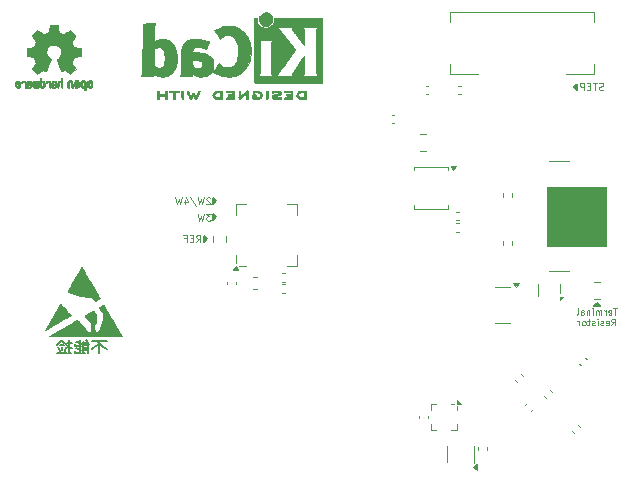
<source format=gbr>
%TF.GenerationSoftware,KiCad,Pcbnew,8.0.7*%
%TF.CreationDate,2024-12-31T14:50:49+08:00*%
%TF.ProjectId,SB-main-board,53422d6d-6169-46e2-9d62-6f6172642e6b,B1*%
%TF.SameCoordinates,Original*%
%TF.FileFunction,Legend,Bot*%
%TF.FilePolarity,Positive*%
%FSLAX46Y46*%
G04 Gerber Fmt 4.6, Leading zero omitted, Abs format (unit mm)*
G04 Created by KiCad (PCBNEW 8.0.7) date 2024-12-31 14:50:49*
%MOMM*%
%LPD*%
G01*
G04 APERTURE LIST*
%ADD10C,0.100000*%
%ADD11C,0.150000*%
%ADD12C,0.120000*%
%ADD13C,0.010000*%
G04 APERTURE END LIST*
D10*
X119180330Y-82693664D02*
X124180330Y-82693664D01*
X124180330Y-87693664D01*
X119180330Y-87693664D01*
X119180330Y-82693664D01*
G36*
X119180330Y-82693664D02*
G01*
X124180330Y-82693664D01*
X124180330Y-87693664D01*
X119180330Y-87693664D01*
X119180330Y-82693664D01*
G37*
D11*
X123649332Y-92838664D02*
X123141330Y-92838664D01*
X123395331Y-92584664D01*
X123649332Y-92838664D01*
G36*
X123649332Y-92838664D02*
G01*
X123141330Y-92838664D01*
X123395331Y-92584664D01*
X123649332Y-92838664D01*
G37*
X91170330Y-83930664D02*
X90916329Y-84184665D01*
X90916331Y-83676662D01*
X91170330Y-83930664D01*
G36*
X91170330Y-83930664D02*
G01*
X90916329Y-84184665D01*
X90916331Y-83676662D01*
X91170330Y-83930664D01*
G37*
X91170330Y-85302264D02*
X90916329Y-85556265D01*
X90916331Y-85048262D01*
X91170330Y-85302264D01*
G36*
X91170330Y-85302264D02*
G01*
X90916329Y-85556265D01*
X90916331Y-85048262D01*
X91170330Y-85302264D01*
G37*
X121718930Y-74492264D02*
X121464930Y-74238264D01*
X121718930Y-73984264D01*
X121718930Y-74492264D01*
G36*
X121718930Y-74492264D02*
G01*
X121464930Y-74238264D01*
X121718930Y-73984264D01*
X121718930Y-74492264D01*
G37*
X90424532Y-87120664D02*
X90170532Y-87374666D01*
X90170532Y-86866664D01*
X90424532Y-87120664D01*
G36*
X90424532Y-87120664D02*
G01*
X90170532Y-87374666D01*
X90170532Y-86866664D01*
X90424532Y-87120664D01*
G37*
D10*
X125124949Y-92987073D02*
X124805635Y-92987073D01*
X124965292Y-93545873D02*
X124965292Y-92987073D01*
X124406493Y-93519264D02*
X124459712Y-93545873D01*
X124459712Y-93545873D02*
X124566150Y-93545873D01*
X124566150Y-93545873D02*
X124619369Y-93519264D01*
X124619369Y-93519264D02*
X124645978Y-93466044D01*
X124645978Y-93466044D02*
X124645978Y-93253168D01*
X124645978Y-93253168D02*
X124619369Y-93199949D01*
X124619369Y-93199949D02*
X124566150Y-93173340D01*
X124566150Y-93173340D02*
X124459712Y-93173340D01*
X124459712Y-93173340D02*
X124406493Y-93199949D01*
X124406493Y-93199949D02*
X124379883Y-93253168D01*
X124379883Y-93253168D02*
X124379883Y-93306387D01*
X124379883Y-93306387D02*
X124645978Y-93359606D01*
X124140398Y-93545873D02*
X124140398Y-93173340D01*
X124140398Y-93279778D02*
X124113788Y-93226559D01*
X124113788Y-93226559D02*
X124087179Y-93199949D01*
X124087179Y-93199949D02*
X124033960Y-93173340D01*
X124033960Y-93173340D02*
X123980741Y-93173340D01*
X123794474Y-93545873D02*
X123794474Y-93173340D01*
X123794474Y-93226559D02*
X123767864Y-93199949D01*
X123767864Y-93199949D02*
X123714645Y-93173340D01*
X123714645Y-93173340D02*
X123634817Y-93173340D01*
X123634817Y-93173340D02*
X123581598Y-93199949D01*
X123581598Y-93199949D02*
X123554988Y-93253168D01*
X123554988Y-93253168D02*
X123554988Y-93545873D01*
X123554988Y-93253168D02*
X123528379Y-93199949D01*
X123528379Y-93199949D02*
X123475160Y-93173340D01*
X123475160Y-93173340D02*
X123395331Y-93173340D01*
X123395331Y-93173340D02*
X123342112Y-93199949D01*
X123342112Y-93199949D02*
X123315502Y-93253168D01*
X123315502Y-93253168D02*
X123315502Y-93545873D01*
X123049407Y-93545873D02*
X123049407Y-93173340D01*
X123049407Y-92987073D02*
X123076016Y-93013683D01*
X123076016Y-93013683D02*
X123049407Y-93040292D01*
X123049407Y-93040292D02*
X123022797Y-93013683D01*
X123022797Y-93013683D02*
X123049407Y-92987073D01*
X123049407Y-92987073D02*
X123049407Y-93040292D01*
X122783312Y-93173340D02*
X122783312Y-93545873D01*
X122783312Y-93226559D02*
X122756702Y-93199949D01*
X122756702Y-93199949D02*
X122703483Y-93173340D01*
X122703483Y-93173340D02*
X122623655Y-93173340D01*
X122623655Y-93173340D02*
X122570436Y-93199949D01*
X122570436Y-93199949D02*
X122543826Y-93253168D01*
X122543826Y-93253168D02*
X122543826Y-93545873D01*
X122038245Y-93545873D02*
X122038245Y-93253168D01*
X122038245Y-93253168D02*
X122064855Y-93199949D01*
X122064855Y-93199949D02*
X122118074Y-93173340D01*
X122118074Y-93173340D02*
X122224512Y-93173340D01*
X122224512Y-93173340D02*
X122277731Y-93199949D01*
X122038245Y-93519264D02*
X122091464Y-93545873D01*
X122091464Y-93545873D02*
X122224512Y-93545873D01*
X122224512Y-93545873D02*
X122277731Y-93519264D01*
X122277731Y-93519264D02*
X122304340Y-93466044D01*
X122304340Y-93466044D02*
X122304340Y-93412825D01*
X122304340Y-93412825D02*
X122277731Y-93359606D01*
X122277731Y-93359606D02*
X122224512Y-93332997D01*
X122224512Y-93332997D02*
X122091464Y-93332997D01*
X122091464Y-93332997D02*
X122038245Y-93306387D01*
X121692321Y-93545873D02*
X121745540Y-93519264D01*
X121745540Y-93519264D02*
X121772150Y-93466044D01*
X121772150Y-93466044D02*
X121772150Y-92987073D01*
X124632673Y-94445510D02*
X124818939Y-94179415D01*
X124951987Y-94445510D02*
X124951987Y-93886710D01*
X124951987Y-93886710D02*
X124739111Y-93886710D01*
X124739111Y-93886710D02*
X124685892Y-93913320D01*
X124685892Y-93913320D02*
X124659282Y-93939929D01*
X124659282Y-93939929D02*
X124632673Y-93993148D01*
X124632673Y-93993148D02*
X124632673Y-94072977D01*
X124632673Y-94072977D02*
X124659282Y-94126196D01*
X124659282Y-94126196D02*
X124685892Y-94152805D01*
X124685892Y-94152805D02*
X124739111Y-94179415D01*
X124739111Y-94179415D02*
X124951987Y-94179415D01*
X124180311Y-94418901D02*
X124233530Y-94445510D01*
X124233530Y-94445510D02*
X124339968Y-94445510D01*
X124339968Y-94445510D02*
X124393187Y-94418901D01*
X124393187Y-94418901D02*
X124419796Y-94365681D01*
X124419796Y-94365681D02*
X124419796Y-94152805D01*
X124419796Y-94152805D02*
X124393187Y-94099586D01*
X124393187Y-94099586D02*
X124339968Y-94072977D01*
X124339968Y-94072977D02*
X124233530Y-94072977D01*
X124233530Y-94072977D02*
X124180311Y-94099586D01*
X124180311Y-94099586D02*
X124153701Y-94152805D01*
X124153701Y-94152805D02*
X124153701Y-94206024D01*
X124153701Y-94206024D02*
X124419796Y-94259243D01*
X123940825Y-94418901D02*
X123887606Y-94445510D01*
X123887606Y-94445510D02*
X123781168Y-94445510D01*
X123781168Y-94445510D02*
X123727949Y-94418901D01*
X123727949Y-94418901D02*
X123701340Y-94365681D01*
X123701340Y-94365681D02*
X123701340Y-94339072D01*
X123701340Y-94339072D02*
X123727949Y-94285853D01*
X123727949Y-94285853D02*
X123781168Y-94259243D01*
X123781168Y-94259243D02*
X123860997Y-94259243D01*
X123860997Y-94259243D02*
X123914216Y-94232634D01*
X123914216Y-94232634D02*
X123940825Y-94179415D01*
X123940825Y-94179415D02*
X123940825Y-94152805D01*
X123940825Y-94152805D02*
X123914216Y-94099586D01*
X123914216Y-94099586D02*
X123860997Y-94072977D01*
X123860997Y-94072977D02*
X123781168Y-94072977D01*
X123781168Y-94072977D02*
X123727949Y-94099586D01*
X123461854Y-94445510D02*
X123461854Y-94072977D01*
X123461854Y-93886710D02*
X123488463Y-93913320D01*
X123488463Y-93913320D02*
X123461854Y-93939929D01*
X123461854Y-93939929D02*
X123435244Y-93913320D01*
X123435244Y-93913320D02*
X123461854Y-93886710D01*
X123461854Y-93886710D02*
X123461854Y-93939929D01*
X123222368Y-94418901D02*
X123169149Y-94445510D01*
X123169149Y-94445510D02*
X123062711Y-94445510D01*
X123062711Y-94445510D02*
X123009492Y-94418901D01*
X123009492Y-94418901D02*
X122982883Y-94365681D01*
X122982883Y-94365681D02*
X122982883Y-94339072D01*
X122982883Y-94339072D02*
X123009492Y-94285853D01*
X123009492Y-94285853D02*
X123062711Y-94259243D01*
X123062711Y-94259243D02*
X123142540Y-94259243D01*
X123142540Y-94259243D02*
X123195759Y-94232634D01*
X123195759Y-94232634D02*
X123222368Y-94179415D01*
X123222368Y-94179415D02*
X123222368Y-94152805D01*
X123222368Y-94152805D02*
X123195759Y-94099586D01*
X123195759Y-94099586D02*
X123142540Y-94072977D01*
X123142540Y-94072977D02*
X123062711Y-94072977D01*
X123062711Y-94072977D02*
X123009492Y-94099586D01*
X122823225Y-94072977D02*
X122610349Y-94072977D01*
X122743397Y-93886710D02*
X122743397Y-94365681D01*
X122743397Y-94365681D02*
X122716787Y-94418901D01*
X122716787Y-94418901D02*
X122663568Y-94445510D01*
X122663568Y-94445510D02*
X122610349Y-94445510D01*
X122344254Y-94445510D02*
X122397473Y-94418901D01*
X122397473Y-94418901D02*
X122424083Y-94392291D01*
X122424083Y-94392291D02*
X122450692Y-94339072D01*
X122450692Y-94339072D02*
X122450692Y-94179415D01*
X122450692Y-94179415D02*
X122424083Y-94126196D01*
X122424083Y-94126196D02*
X122397473Y-94099586D01*
X122397473Y-94099586D02*
X122344254Y-94072977D01*
X122344254Y-94072977D02*
X122264426Y-94072977D01*
X122264426Y-94072977D02*
X122211207Y-94099586D01*
X122211207Y-94099586D02*
X122184597Y-94126196D01*
X122184597Y-94126196D02*
X122157988Y-94179415D01*
X122157988Y-94179415D02*
X122157988Y-94339072D01*
X122157988Y-94339072D02*
X122184597Y-94392291D01*
X122184597Y-94392291D02*
X122211207Y-94418901D01*
X122211207Y-94418901D02*
X122264426Y-94445510D01*
X122264426Y-94445510D02*
X122344254Y-94445510D01*
X121918502Y-94445510D02*
X121918502Y-94072977D01*
X121918502Y-94179415D02*
X121891892Y-94126196D01*
X121891892Y-94126196D02*
X121865283Y-94099586D01*
X121865283Y-94099586D02*
X121812064Y-94072977D01*
X121812064Y-94072977D02*
X121758845Y-94072977D01*
X123916862Y-74482064D02*
X123831148Y-74510635D01*
X123831148Y-74510635D02*
X123688290Y-74510635D01*
X123688290Y-74510635D02*
X123631148Y-74482064D01*
X123631148Y-74482064D02*
X123602576Y-74453492D01*
X123602576Y-74453492D02*
X123574005Y-74396349D01*
X123574005Y-74396349D02*
X123574005Y-74339206D01*
X123574005Y-74339206D02*
X123602576Y-74282064D01*
X123602576Y-74282064D02*
X123631148Y-74253492D01*
X123631148Y-74253492D02*
X123688290Y-74224921D01*
X123688290Y-74224921D02*
X123802576Y-74196349D01*
X123802576Y-74196349D02*
X123859719Y-74167778D01*
X123859719Y-74167778D02*
X123888290Y-74139206D01*
X123888290Y-74139206D02*
X123916862Y-74082064D01*
X123916862Y-74082064D02*
X123916862Y-74024921D01*
X123916862Y-74024921D02*
X123888290Y-73967778D01*
X123888290Y-73967778D02*
X123859719Y-73939206D01*
X123859719Y-73939206D02*
X123802576Y-73910635D01*
X123802576Y-73910635D02*
X123659719Y-73910635D01*
X123659719Y-73910635D02*
X123574005Y-73939206D01*
X123402576Y-73910635D02*
X123059719Y-73910635D01*
X123231147Y-74510635D02*
X123231147Y-73910635D01*
X122859718Y-74196349D02*
X122659718Y-74196349D01*
X122574004Y-74510635D02*
X122859718Y-74510635D01*
X122859718Y-74510635D02*
X122859718Y-73910635D01*
X122859718Y-73910635D02*
X122574004Y-73910635D01*
X122316861Y-74510635D02*
X122316861Y-73910635D01*
X122316861Y-73910635D02*
X122088290Y-73910635D01*
X122088290Y-73910635D02*
X122031147Y-73939206D01*
X122031147Y-73939206D02*
X122002576Y-73967778D01*
X122002576Y-73967778D02*
X121974004Y-74024921D01*
X121974004Y-74024921D02*
X121974004Y-74110635D01*
X121974004Y-74110635D02*
X122002576Y-74167778D01*
X122002576Y-74167778D02*
X122031147Y-74196349D01*
X122031147Y-74196349D02*
X122088290Y-74224921D01*
X122088290Y-74224921D02*
X122316861Y-74224921D01*
D11*
X81896214Y-95767864D02*
X80658119Y-95767864D01*
X81229548Y-95910721D02*
X81229548Y-96815483D01*
X81181929Y-95863102D02*
X81610500Y-96291673D01*
X81610500Y-96291673D02*
X81896214Y-96434530D01*
X81181929Y-96101197D02*
X80800976Y-96244054D01*
X80800976Y-96244054D02*
X80658119Y-96434530D01*
X79705739Y-96196435D02*
X79229548Y-96196435D01*
X80324786Y-96339292D02*
X79896215Y-96339292D01*
X80324786Y-96529768D02*
X79896215Y-96529768D01*
X79705739Y-96815483D02*
X79229548Y-96815483D01*
X80086691Y-96815483D02*
X79896215Y-96815483D01*
X80324786Y-96148816D02*
X80324786Y-96815483D01*
X80324786Y-96148816D02*
X79896215Y-96148816D01*
X79896215Y-96148816D02*
X79896215Y-96815483D01*
X79658120Y-95672625D02*
X79658120Y-96196435D01*
X79658120Y-96291673D02*
X79658120Y-96815483D01*
X80420024Y-96005959D02*
X79896215Y-95910721D01*
X79896215Y-95910721D02*
X79848596Y-96005959D01*
X79991453Y-95815483D02*
X79848596Y-95910721D01*
X79229548Y-96053578D02*
X79229548Y-96196435D01*
X79181929Y-96625006D02*
X79229548Y-96815483D01*
X80181929Y-95672625D02*
X80324786Y-95958340D01*
X79277167Y-95815483D02*
X79705739Y-95910721D01*
X79277167Y-96386911D02*
X79705739Y-96529768D01*
X78943834Y-95958340D02*
X78562882Y-95958340D01*
X78324787Y-96101197D02*
X77943834Y-96101197D01*
X78515263Y-96767864D02*
X77705739Y-96767864D01*
X78896215Y-96815483D02*
X78753358Y-96815483D01*
X78753358Y-95672625D02*
X78753358Y-96815483D01*
X78134311Y-95720244D02*
X77705739Y-96148816D01*
X78134311Y-95672625D02*
X78181930Y-95863102D01*
X78181930Y-95863102D02*
X78515263Y-96148816D01*
X77800977Y-96244054D02*
X78039073Y-96767864D01*
X78420025Y-96291673D02*
X78372406Y-96577387D01*
X78562882Y-96291673D02*
X78943834Y-96386911D01*
X78134311Y-96244054D02*
X78134311Y-96529768D01*
D10*
X90703427Y-84974635D02*
X90331999Y-84974635D01*
X90331999Y-84974635D02*
X90531999Y-85203206D01*
X90531999Y-85203206D02*
X90446284Y-85203206D01*
X90446284Y-85203206D02*
X90389142Y-85231778D01*
X90389142Y-85231778D02*
X90360570Y-85260349D01*
X90360570Y-85260349D02*
X90331999Y-85317492D01*
X90331999Y-85317492D02*
X90331999Y-85460349D01*
X90331999Y-85460349D02*
X90360570Y-85517492D01*
X90360570Y-85517492D02*
X90389142Y-85546064D01*
X90389142Y-85546064D02*
X90446284Y-85574635D01*
X90446284Y-85574635D02*
X90617713Y-85574635D01*
X90617713Y-85574635D02*
X90674856Y-85546064D01*
X90674856Y-85546064D02*
X90703427Y-85517492D01*
X90131998Y-84974635D02*
X89989141Y-85574635D01*
X89989141Y-85574635D02*
X89874855Y-85146064D01*
X89874855Y-85146064D02*
X89760570Y-85574635D01*
X89760570Y-85574635D02*
X89617713Y-84974635D01*
X90674856Y-83660178D02*
X90646284Y-83631606D01*
X90646284Y-83631606D02*
X90589142Y-83603035D01*
X90589142Y-83603035D02*
X90446284Y-83603035D01*
X90446284Y-83603035D02*
X90389142Y-83631606D01*
X90389142Y-83631606D02*
X90360570Y-83660178D01*
X90360570Y-83660178D02*
X90331999Y-83717321D01*
X90331999Y-83717321D02*
X90331999Y-83774464D01*
X90331999Y-83774464D02*
X90360570Y-83860178D01*
X90360570Y-83860178D02*
X90703427Y-84203035D01*
X90703427Y-84203035D02*
X90331999Y-84203035D01*
X90131998Y-83603035D02*
X89989141Y-84203035D01*
X89989141Y-84203035D02*
X89874855Y-83774464D01*
X89874855Y-83774464D02*
X89760570Y-84203035D01*
X89760570Y-84203035D02*
X89617713Y-83603035D01*
X88960570Y-83574464D02*
X89474856Y-84345892D01*
X88503428Y-83803035D02*
X88503428Y-84203035D01*
X88646285Y-83574464D02*
X88789142Y-84003035D01*
X88789142Y-84003035D02*
X88417713Y-84003035D01*
X88246284Y-83603035D02*
X88103427Y-84203035D01*
X88103427Y-84203035D02*
X87989141Y-83774464D01*
X87989141Y-83774464D02*
X87874856Y-84203035D01*
X87874856Y-84203035D02*
X87731999Y-83603035D01*
X89492026Y-87393035D02*
X89692026Y-87107321D01*
X89834883Y-87393035D02*
X89834883Y-86793035D01*
X89834883Y-86793035D02*
X89606312Y-86793035D01*
X89606312Y-86793035D02*
X89549169Y-86821606D01*
X89549169Y-86821606D02*
X89520598Y-86850178D01*
X89520598Y-86850178D02*
X89492026Y-86907321D01*
X89492026Y-86907321D02*
X89492026Y-86993035D01*
X89492026Y-86993035D02*
X89520598Y-87050178D01*
X89520598Y-87050178D02*
X89549169Y-87078749D01*
X89549169Y-87078749D02*
X89606312Y-87107321D01*
X89606312Y-87107321D02*
X89834883Y-87107321D01*
X89234883Y-87078749D02*
X89034883Y-87078749D01*
X88949169Y-87393035D02*
X89234883Y-87393035D01*
X89234883Y-87393035D02*
X89234883Y-86793035D01*
X89234883Y-86793035D02*
X88949169Y-86793035D01*
X88492026Y-87078749D02*
X88692026Y-87078749D01*
X88692026Y-87393035D02*
X88692026Y-86793035D01*
X88692026Y-86793035D02*
X88406312Y-86793035D01*
D12*
%TO.C,C5*%
X116619725Y-99257627D02*
X116467222Y-99105124D01*
X117128842Y-98748510D02*
X116976339Y-98596007D01*
%TO.C,U9*%
X92820330Y-84185664D02*
X93720330Y-84185664D01*
X92820330Y-85085664D02*
X92820330Y-84185664D01*
X92820330Y-89165664D02*
X92820330Y-88505664D01*
X93120330Y-89405664D02*
X93720330Y-89405664D01*
X98040330Y-84185664D02*
X97140330Y-84185664D01*
X98040330Y-85085664D02*
X98040330Y-84185664D01*
X98040330Y-88505664D02*
X98040330Y-89405664D01*
X98040330Y-89405664D02*
X97140330Y-89405664D01*
X93060330Y-89735664D02*
X92580330Y-89735664D01*
X92820330Y-89405664D01*
X93060330Y-89735664D01*
G36*
X93060330Y-89735664D02*
G01*
X92580330Y-89735664D01*
X92820330Y-89405664D01*
X93060330Y-89735664D01*
G37*
%TO.C,R17*%
X90943830Y-87357922D02*
X90943830Y-86883406D01*
X91988830Y-87357922D02*
X91988830Y-86883406D01*
%TO.C,C30*%
X108352829Y-102303500D02*
X108352829Y-102087828D01*
X109072829Y-102303500D02*
X109072829Y-102087828D01*
%TO.C,C31*%
X96970668Y-90965664D02*
X96754996Y-90965664D01*
X96970668Y-91685664D02*
X96754996Y-91685664D01*
%TO.C,C23*%
X109123958Y-74145664D02*
X108908286Y-74145664D01*
X109123958Y-74865664D02*
X108908286Y-74865664D01*
%TO.C,R9*%
X115486722Y-83587306D02*
X115486722Y-83280024D01*
X116246722Y-83587306D02*
X116246722Y-83280024D01*
%TO.C,R7*%
X123648986Y-90750664D02*
X123194858Y-90750664D01*
X123648986Y-92220664D02*
X123194858Y-92220664D01*
%TO.C,C9*%
X117468253Y-101058229D02*
X117315750Y-101210732D01*
X117977370Y-101567346D02*
X117824867Y-101719849D01*
%TO.C,C10*%
X122030612Y-97836312D02*
X121878109Y-97683809D01*
X122539729Y-97327195D02*
X122387226Y-97174692D01*
%TO.C,C4*%
X118929445Y-100435975D02*
X119081948Y-100588478D01*
X119438562Y-99926858D02*
X119591065Y-100079361D01*
%TO.C,C32*%
X96970668Y-90045665D02*
X96754996Y-90045665D01*
X96970668Y-90765665D02*
X96754996Y-90765665D01*
%TO.C,FB1*%
X94292550Y-90355664D02*
X94618110Y-90355664D01*
X94292550Y-91375664D02*
X94618110Y-91375664D01*
%TO.C,J3*%
X110991330Y-67945664D02*
X123161330Y-67945664D01*
X110991330Y-68795664D02*
X110991330Y-67945664D01*
X110991330Y-73165664D02*
X110991330Y-72315664D01*
X113316330Y-73165664D02*
X110991330Y-73165664D01*
X120836330Y-73165664D02*
X123161330Y-73165664D01*
X123161330Y-67945664D02*
X123161330Y-68795664D01*
X123161330Y-73165664D02*
X123161330Y-72315664D01*
%TO.C,C26*%
X108948975Y-78211165D02*
X108426471Y-78211165D01*
X108948975Y-79681165D02*
X108426471Y-79681165D01*
%TO.C,U10*%
X114752830Y-91155664D02*
X115402830Y-91155664D01*
X114752830Y-94275664D02*
X115402830Y-94275664D01*
X116052830Y-91155664D02*
X115402830Y-91155664D01*
X116052830Y-94275664D02*
X115402830Y-94275664D01*
X116565330Y-91205664D02*
X116325330Y-90875664D01*
X116805330Y-90875664D01*
X116565330Y-91205664D01*
G36*
X116565330Y-91205664D02*
G01*
X116325330Y-90875664D01*
X116805330Y-90875664D01*
X116565330Y-91205664D01*
G37*
%TO.C,C29*%
X113360330Y-104993500D02*
X113360330Y-104777828D01*
X114080330Y-104993500D02*
X114080330Y-104777828D01*
%TO.C,C24*%
X111651486Y-74145664D02*
X111867158Y-74145664D01*
X111651486Y-74865664D02*
X111867158Y-74865664D01*
%TO.C,C8*%
X121459127Y-103531343D02*
X121306624Y-103378840D01*
X121968244Y-103022226D02*
X121815741Y-102869723D01*
D13*
%TO.C,G5*%
X74903159Y-73725561D02*
X74963083Y-73747819D01*
X74988003Y-73764544D01*
X75013240Y-73788507D01*
X75031242Y-73818990D01*
X75043188Y-73860487D01*
X75050260Y-73917496D01*
X75053638Y-73994511D01*
X75054501Y-74096029D01*
X75054332Y-74148491D01*
X75053483Y-74220179D01*
X75052041Y-74277389D01*
X75050144Y-74315273D01*
X75047927Y-74328978D01*
X75033502Y-74324445D01*
X75004384Y-74312134D01*
X75003511Y-74311736D01*
X74988390Y-74303820D01*
X74978221Y-74292959D01*
X74972021Y-74273935D01*
X74968808Y-74241533D01*
X74967600Y-74190535D01*
X74967416Y-74115725D01*
X74967044Y-74068268D01*
X74963080Y-73979079D01*
X74954003Y-73913751D01*
X74938854Y-73868857D01*
X74916675Y-73840971D01*
X74886505Y-73826667D01*
X74882320Y-73825670D01*
X74825810Y-73824891D01*
X74781740Y-73850208D01*
X74751302Y-73900966D01*
X74745874Y-73915639D01*
X74733501Y-73948113D01*
X74727235Y-73963036D01*
X74714366Y-73960980D01*
X74686263Y-73949821D01*
X74660051Y-73931391D01*
X74648101Y-73896562D01*
X74651666Y-73871615D01*
X74673565Y-73821011D01*
X74708974Y-73773592D01*
X74750382Y-73740798D01*
X74767730Y-73733216D01*
X74833419Y-73720540D01*
X74903159Y-73725561D01*
G36*
X74903159Y-73725561D02*
G01*
X74963083Y-73747819D01*
X74988003Y-73764544D01*
X75013240Y-73788507D01*
X75031242Y-73818990D01*
X75043188Y-73860487D01*
X75050260Y-73917496D01*
X75053638Y-73994511D01*
X75054501Y-74096029D01*
X75054332Y-74148491D01*
X75053483Y-74220179D01*
X75052041Y-74277389D01*
X75050144Y-74315273D01*
X75047927Y-74328978D01*
X75033502Y-74324445D01*
X75004384Y-74312134D01*
X75003511Y-74311736D01*
X74988390Y-74303820D01*
X74978221Y-74292959D01*
X74972021Y-74273935D01*
X74968808Y-74241533D01*
X74967600Y-74190535D01*
X74967416Y-74115725D01*
X74967044Y-74068268D01*
X74963080Y-73979079D01*
X74954003Y-73913751D01*
X74938854Y-73868857D01*
X74916675Y-73840971D01*
X74886505Y-73826667D01*
X74882320Y-73825670D01*
X74825810Y-73824891D01*
X74781740Y-73850208D01*
X74751302Y-73900966D01*
X74745874Y-73915639D01*
X74733501Y-73948113D01*
X74727235Y-73963036D01*
X74714366Y-73960980D01*
X74686263Y-73949821D01*
X74660051Y-73931391D01*
X74648101Y-73896562D01*
X74651666Y-73871615D01*
X74673565Y-73821011D01*
X74708974Y-73773592D01*
X74750382Y-73740798D01*
X74767730Y-73733216D01*
X74833419Y-73720540D01*
X74903159Y-73725561D01*
G37*
X78851350Y-73692286D02*
X78919140Y-73724144D01*
X78974696Y-73779234D01*
X78986211Y-73796480D01*
X78995762Y-73816026D01*
X79002536Y-73840662D01*
X79007149Y-73875175D01*
X79010218Y-73924353D01*
X79012359Y-73992983D01*
X79014189Y-74085853D01*
X79018734Y-74343471D01*
X78980555Y-74328955D01*
X78945598Y-74315620D01*
X78919427Y-74302787D01*
X78902343Y-74286244D01*
X78892416Y-74260929D01*
X78887716Y-74221780D01*
X78886312Y-74163732D01*
X78886273Y-74081725D01*
X78886074Y-74016359D01*
X78884889Y-73953637D01*
X78882059Y-73910798D01*
X78876939Y-73882684D01*
X78868883Y-73864139D01*
X78857244Y-73850007D01*
X78828633Y-73830064D01*
X78780569Y-73822547D01*
X78733018Y-73841543D01*
X78729880Y-73843975D01*
X78720099Y-73855212D01*
X78712883Y-73873234D01*
X78707629Y-73902490D01*
X78703732Y-73947426D01*
X78700586Y-74012492D01*
X78697587Y-74102134D01*
X78690330Y-74342161D01*
X78628644Y-74314508D01*
X78566959Y-74286855D01*
X78566959Y-74067710D01*
X78567214Y-74008175D01*
X78569416Y-73925356D01*
X78574991Y-73863691D01*
X78585271Y-73818212D01*
X78601588Y-73783948D01*
X78625273Y-73755930D01*
X78657658Y-73729187D01*
X78704237Y-73702244D01*
X78777617Y-73684655D01*
X78851350Y-73692286D01*
G36*
X78851350Y-73692286D02*
G01*
X78919140Y-73724144D01*
X78974696Y-73779234D01*
X78986211Y-73796480D01*
X78995762Y-73816026D01*
X79002536Y-73840662D01*
X79007149Y-73875175D01*
X79010218Y-73924353D01*
X79012359Y-73992983D01*
X79014189Y-74085853D01*
X79018734Y-74343471D01*
X78980555Y-74328955D01*
X78945598Y-74315620D01*
X78919427Y-74302787D01*
X78902343Y-74286244D01*
X78892416Y-74260929D01*
X78887716Y-74221780D01*
X78886312Y-74163732D01*
X78886273Y-74081725D01*
X78886074Y-74016359D01*
X78884889Y-73953637D01*
X78882059Y-73910798D01*
X78876939Y-73882684D01*
X78868883Y-73864139D01*
X78857244Y-73850007D01*
X78828633Y-73830064D01*
X78780569Y-73822547D01*
X78733018Y-73841543D01*
X78729880Y-73843975D01*
X78720099Y-73855212D01*
X78712883Y-73873234D01*
X78707629Y-73902490D01*
X78703732Y-73947426D01*
X78700586Y-74012492D01*
X78697587Y-74102134D01*
X78690330Y-74342161D01*
X78628644Y-74314508D01*
X78566959Y-74286855D01*
X78566959Y-74067710D01*
X78567214Y-74008175D01*
X78569416Y-73925356D01*
X78574991Y-73863691D01*
X78585271Y-73818212D01*
X78601588Y-73783948D01*
X78625273Y-73755930D01*
X78657658Y-73729187D01*
X78704237Y-73702244D01*
X78777617Y-73684655D01*
X78851350Y-73692286D01*
G37*
X77028021Y-73740931D02*
X77032603Y-73743467D01*
X77070034Y-73772521D01*
X77103500Y-73809874D01*
X77109337Y-73818316D01*
X77120495Y-73838017D01*
X77128466Y-73861399D01*
X77133948Y-73893531D01*
X77137637Y-73939483D01*
X77140229Y-74004323D01*
X77142422Y-74093121D01*
X77142732Y-74108133D01*
X77143730Y-74205463D01*
X77142324Y-74274398D01*
X77138494Y-74315412D01*
X77132219Y-74328978D01*
X77113228Y-74324916D01*
X77080968Y-74312608D01*
X77073371Y-74309009D01*
X77061506Y-74300862D01*
X77053324Y-74287468D01*
X77047973Y-74264072D01*
X77044599Y-74225919D01*
X77042349Y-74168254D01*
X77040370Y-74086321D01*
X77039828Y-74062371D01*
X77037733Y-73986730D01*
X77035013Y-73933792D01*
X77030845Y-73898539D01*
X77024409Y-73875951D01*
X77014880Y-73861008D01*
X77001436Y-73848691D01*
X76961635Y-73827098D01*
X76912671Y-73822940D01*
X76868859Y-73839463D01*
X76837338Y-73873674D01*
X76825244Y-73922578D01*
X76824908Y-73935871D01*
X76818302Y-73959936D01*
X76798800Y-73963608D01*
X76760613Y-73949277D01*
X76751768Y-73944681D01*
X76727864Y-73917650D01*
X76727391Y-73877458D01*
X76750166Y-73821873D01*
X76771057Y-73791581D01*
X76824472Y-73748548D01*
X76890404Y-73724219D01*
X76960904Y-73720907D01*
X77028021Y-73740931D01*
G36*
X77028021Y-73740931D02*
G01*
X77032603Y-73743467D01*
X77070034Y-73772521D01*
X77103500Y-73809874D01*
X77109337Y-73818316D01*
X77120495Y-73838017D01*
X77128466Y-73861399D01*
X77133948Y-73893531D01*
X77137637Y-73939483D01*
X77140229Y-74004323D01*
X77142422Y-74093121D01*
X77142732Y-74108133D01*
X77143730Y-74205463D01*
X77142324Y-74274398D01*
X77138494Y-74315412D01*
X77132219Y-74328978D01*
X77113228Y-74324916D01*
X77080968Y-74312608D01*
X77073371Y-74309009D01*
X77061506Y-74300862D01*
X77053324Y-74287468D01*
X77047973Y-74264072D01*
X77044599Y-74225919D01*
X77042349Y-74168254D01*
X77040370Y-74086321D01*
X77039828Y-74062371D01*
X77037733Y-73986730D01*
X77035013Y-73933792D01*
X77030845Y-73898539D01*
X77024409Y-73875951D01*
X77014880Y-73861008D01*
X77001436Y-73848691D01*
X76961635Y-73827098D01*
X76912671Y-73822940D01*
X76868859Y-73839463D01*
X76837338Y-73873674D01*
X76825244Y-73922578D01*
X76824908Y-73935871D01*
X76818302Y-73959936D01*
X76798800Y-73963608D01*
X76760613Y-73949277D01*
X76751768Y-73944681D01*
X76727864Y-73917650D01*
X76727391Y-73877458D01*
X76750166Y-73821873D01*
X76771057Y-73791581D01*
X76824472Y-73748548D01*
X76890404Y-73724219D01*
X76960904Y-73720907D01*
X77028021Y-73740931D01*
G37*
X76074271Y-73723746D02*
X76106104Y-73736222D01*
X76143073Y-73753066D01*
X76143073Y-74239660D01*
X76097142Y-74285591D01*
X76086650Y-74295891D01*
X76057585Y-74318784D01*
X76028273Y-74326199D01*
X75984656Y-74322785D01*
X75966898Y-74320578D01*
X75921097Y-74315909D01*
X75889073Y-74314049D01*
X75879574Y-74314333D01*
X75840604Y-74317412D01*
X75793490Y-74322785D01*
X75778415Y-74324632D01*
X75740440Y-74325357D01*
X75712655Y-74313893D01*
X75681004Y-74285591D01*
X75635073Y-74239660D01*
X75635073Y-73979519D01*
X75635431Y-73902644D01*
X75636546Y-73829350D01*
X75638282Y-73771314D01*
X75640497Y-73733127D01*
X75643051Y-73719378D01*
X75643586Y-73719415D01*
X75662138Y-73726257D01*
X75693483Y-73741332D01*
X75735938Y-73763286D01*
X75739934Y-73991704D01*
X75743930Y-74220121D01*
X75831016Y-74220121D01*
X75834987Y-73969750D01*
X75836246Y-73901691D01*
X75838048Y-73828946D01*
X75840001Y-73771194D01*
X75841942Y-73733112D01*
X75843707Y-73719378D01*
X75844215Y-73719426D01*
X75861812Y-73724479D01*
X75894164Y-73735313D01*
X75939873Y-73751247D01*
X75940095Y-73971170D01*
X75940318Y-74009373D01*
X75941861Y-74083610D01*
X75944622Y-74145609D01*
X75948307Y-74189772D01*
X75952622Y-74210505D01*
X75968062Y-74221595D01*
X75999571Y-74225020D01*
X76034216Y-74220121D01*
X76038187Y-73969750D01*
X76039608Y-73906127D01*
X76042555Y-73830820D01*
X76046409Y-73771750D01*
X76050872Y-73733182D01*
X76055647Y-73719378D01*
X76074271Y-73723746D01*
G36*
X76074271Y-73723746D02*
G01*
X76106104Y-73736222D01*
X76143073Y-73753066D01*
X76143073Y-74239660D01*
X76097142Y-74285591D01*
X76086650Y-74295891D01*
X76057585Y-74318784D01*
X76028273Y-74326199D01*
X75984656Y-74322785D01*
X75966898Y-74320578D01*
X75921097Y-74315909D01*
X75889073Y-74314049D01*
X75879574Y-74314333D01*
X75840604Y-74317412D01*
X75793490Y-74322785D01*
X75778415Y-74324632D01*
X75740440Y-74325357D01*
X75712655Y-74313893D01*
X75681004Y-74285591D01*
X75635073Y-74239660D01*
X75635073Y-73979519D01*
X75635431Y-73902644D01*
X75636546Y-73829350D01*
X75638282Y-73771314D01*
X75640497Y-73733127D01*
X75643051Y-73719378D01*
X75643586Y-73719415D01*
X75662138Y-73726257D01*
X75693483Y-73741332D01*
X75735938Y-73763286D01*
X75739934Y-73991704D01*
X75743930Y-74220121D01*
X75831016Y-74220121D01*
X75834987Y-73969750D01*
X75836246Y-73901691D01*
X75838048Y-73828946D01*
X75840001Y-73771194D01*
X75841942Y-73733112D01*
X75843707Y-73719378D01*
X75844215Y-73719426D01*
X75861812Y-73724479D01*
X75894164Y-73735313D01*
X75939873Y-73751247D01*
X75940095Y-73971170D01*
X75940318Y-74009373D01*
X75941861Y-74083610D01*
X75944622Y-74145609D01*
X75948307Y-74189772D01*
X75952622Y-74210505D01*
X75968062Y-74221595D01*
X75999571Y-74225020D01*
X76034216Y-74220121D01*
X76038187Y-73969750D01*
X76039608Y-73906127D01*
X76042555Y-73830820D01*
X76046409Y-73771750D01*
X76050872Y-73733182D01*
X76055647Y-73719378D01*
X76074271Y-73723746D01*
G37*
X78098873Y-73523908D02*
X78146044Y-73543806D01*
X78146044Y-73940973D01*
X78145849Y-74043962D01*
X78145328Y-74136605D01*
X78144529Y-74215164D01*
X78143502Y-74275903D01*
X78142293Y-74315087D01*
X78140953Y-74328978D01*
X78140429Y-74328932D01*
X78122617Y-74323884D01*
X78090153Y-74313044D01*
X78044444Y-74297110D01*
X78044444Y-74092637D01*
X78044154Y-74012296D01*
X78042804Y-73954026D01*
X78039699Y-73914373D01*
X78034142Y-73888082D01*
X78025437Y-73869900D01*
X78012886Y-73854571D01*
X78004329Y-73846419D01*
X77958058Y-73823839D01*
X77907058Y-73825839D01*
X77860323Y-73852537D01*
X77853519Y-73859162D01*
X77842623Y-73872920D01*
X77835166Y-73891106D01*
X77830499Y-73918641D01*
X77827972Y-73960445D01*
X77826932Y-74021437D01*
X77826730Y-74106537D01*
X77826633Y-74149698D01*
X77826004Y-74220688D01*
X77824886Y-74277540D01*
X77823393Y-74315292D01*
X77821639Y-74328978D01*
X77821115Y-74328932D01*
X77803303Y-74323884D01*
X77770839Y-74313044D01*
X77725130Y-74297110D01*
X77725153Y-74091701D01*
X77725187Y-74073415D01*
X77727108Y-73978090D01*
X77733008Y-73906007D01*
X77744331Y-73852277D01*
X77762517Y-73812013D01*
X77789009Y-73780325D01*
X77825248Y-73752325D01*
X77860593Y-73734797D01*
X77917103Y-73721249D01*
X77972686Y-73720479D01*
X78015416Y-73733659D01*
X78018628Y-73735479D01*
X78028535Y-73735284D01*
X78035305Y-73720036D01*
X78040191Y-73685077D01*
X78044444Y-73625753D01*
X78051701Y-73504011D01*
X78098873Y-73523908D01*
G36*
X78098873Y-73523908D02*
G01*
X78146044Y-73543806D01*
X78146044Y-73940973D01*
X78145849Y-74043962D01*
X78145328Y-74136605D01*
X78144529Y-74215164D01*
X78143502Y-74275903D01*
X78142293Y-74315087D01*
X78140953Y-74328978D01*
X78140429Y-74328932D01*
X78122617Y-74323884D01*
X78090153Y-74313044D01*
X78044444Y-74297110D01*
X78044444Y-74092637D01*
X78044154Y-74012296D01*
X78042804Y-73954026D01*
X78039699Y-73914373D01*
X78034142Y-73888082D01*
X78025437Y-73869900D01*
X78012886Y-73854571D01*
X78004329Y-73846419D01*
X77958058Y-73823839D01*
X77907058Y-73825839D01*
X77860323Y-73852537D01*
X77853519Y-73859162D01*
X77842623Y-73872920D01*
X77835166Y-73891106D01*
X77830499Y-73918641D01*
X77827972Y-73960445D01*
X77826932Y-74021437D01*
X77826730Y-74106537D01*
X77826633Y-74149698D01*
X77826004Y-74220688D01*
X77824886Y-74277540D01*
X77823393Y-74315292D01*
X77821639Y-74328978D01*
X77821115Y-74328932D01*
X77803303Y-74323884D01*
X77770839Y-74313044D01*
X77725130Y-74297110D01*
X77725153Y-74091701D01*
X77725187Y-74073415D01*
X77727108Y-73978090D01*
X77733008Y-73906007D01*
X77744331Y-73852277D01*
X77762517Y-73812013D01*
X77789009Y-73780325D01*
X77825248Y-73752325D01*
X77860593Y-73734797D01*
X77917103Y-73721249D01*
X77972686Y-73720479D01*
X78015416Y-73733659D01*
X78018628Y-73735479D01*
X78028535Y-73735284D01*
X78035305Y-73720036D01*
X78040191Y-73685077D01*
X78044444Y-73625753D01*
X78051701Y-73504011D01*
X78098873Y-73523908D01*
G37*
X80686044Y-74009664D02*
X80686031Y-74025399D01*
X80685244Y-74095583D01*
X80682540Y-74144486D01*
X80676936Y-74178642D01*
X80667449Y-74204588D01*
X80653098Y-74228861D01*
X80649567Y-74233897D01*
X80612208Y-74273607D01*
X80569641Y-74303556D01*
X80547782Y-74313274D01*
X80469238Y-74329484D01*
X80391561Y-74318999D01*
X80319975Y-74283171D01*
X80259704Y-74223351D01*
X80254616Y-74215337D01*
X80238060Y-74168806D01*
X80226903Y-74104016D01*
X80221490Y-74029191D01*
X80222098Y-73959977D01*
X80368578Y-73959977D01*
X80369732Y-74055863D01*
X80370196Y-74062033D01*
X80376959Y-74114942D01*
X80389001Y-74148493D01*
X80409335Y-74171480D01*
X80443427Y-74193012D01*
X80477144Y-74194144D01*
X80511873Y-74169321D01*
X80517914Y-74162789D01*
X80529747Y-74143243D01*
X80536734Y-74114850D01*
X80540057Y-74070894D01*
X80540901Y-74004656D01*
X80539455Y-73942614D01*
X80532237Y-73883506D01*
X80517336Y-73846150D01*
X80492966Y-73826616D01*
X80457338Y-73820978D01*
X80443770Y-73822099D01*
X80405760Y-73842658D01*
X80380642Y-73888763D01*
X80368578Y-73959977D01*
X80222098Y-73959977D01*
X80222163Y-73952560D01*
X80229267Y-73882346D01*
X80243145Y-73826776D01*
X80260979Y-73789765D01*
X80311185Y-73732197D01*
X80379215Y-73696426D01*
X80462488Y-73684129D01*
X80484728Y-73684795D01*
X80550221Y-73698411D01*
X80604017Y-73732713D01*
X80653387Y-73791802D01*
X80656325Y-73796186D01*
X80669617Y-73819763D01*
X80678262Y-73846413D01*
X80683234Y-73882623D01*
X80685504Y-73934877D01*
X80686008Y-74004656D01*
X80686044Y-74009664D01*
G36*
X80686044Y-74009664D02*
G01*
X80686031Y-74025399D01*
X80685244Y-74095583D01*
X80682540Y-74144486D01*
X80676936Y-74178642D01*
X80667449Y-74204588D01*
X80653098Y-74228861D01*
X80649567Y-74233897D01*
X80612208Y-74273607D01*
X80569641Y-74303556D01*
X80547782Y-74313274D01*
X80469238Y-74329484D01*
X80391561Y-74318999D01*
X80319975Y-74283171D01*
X80259704Y-74223351D01*
X80254616Y-74215337D01*
X80238060Y-74168806D01*
X80226903Y-74104016D01*
X80221490Y-74029191D01*
X80222098Y-73959977D01*
X80368578Y-73959977D01*
X80369732Y-74055863D01*
X80370196Y-74062033D01*
X80376959Y-74114942D01*
X80389001Y-74148493D01*
X80409335Y-74171480D01*
X80443427Y-74193012D01*
X80477144Y-74194144D01*
X80511873Y-74169321D01*
X80517914Y-74162789D01*
X80529747Y-74143243D01*
X80536734Y-74114850D01*
X80540057Y-74070894D01*
X80540901Y-74004656D01*
X80539455Y-73942614D01*
X80532237Y-73883506D01*
X80517336Y-73846150D01*
X80492966Y-73826616D01*
X80457338Y-73820978D01*
X80443770Y-73822099D01*
X80405760Y-73842658D01*
X80380642Y-73888763D01*
X80368578Y-73959977D01*
X80222098Y-73959977D01*
X80222163Y-73952560D01*
X80229267Y-73882346D01*
X80243145Y-73826776D01*
X80260979Y-73789765D01*
X80311185Y-73732197D01*
X80379215Y-73696426D01*
X80462488Y-73684129D01*
X80484728Y-73684795D01*
X80550221Y-73698411D01*
X80604017Y-73732713D01*
X80653387Y-73791802D01*
X80656325Y-73796186D01*
X80669617Y-73819763D01*
X80678262Y-73846413D01*
X80683234Y-73882623D01*
X80685504Y-73934877D01*
X80686008Y-74004656D01*
X80686044Y-74009664D01*
G37*
X74560920Y-74027086D02*
X74560637Y-74065769D01*
X74557092Y-74141985D01*
X74547813Y-74197758D01*
X74530705Y-74239077D01*
X74503674Y-74271931D01*
X74464622Y-74302310D01*
X74439775Y-74316124D01*
X74399945Y-74325429D01*
X74343995Y-74324694D01*
X74312715Y-74321747D01*
X74274983Y-74312747D01*
X74244824Y-74293184D01*
X74209738Y-74256731D01*
X74205050Y-74251407D01*
X74173507Y-74210433D01*
X74158458Y-74174747D01*
X74154616Y-74132430D01*
X74154616Y-74070243D01*
X74198072Y-74086646D01*
X74229754Y-74105820D01*
X74257292Y-74150811D01*
X74263041Y-74165216D01*
X74295185Y-74206010D01*
X74338941Y-74226545D01*
X74386584Y-74224699D01*
X74430387Y-74198350D01*
X74445441Y-74181919D01*
X74459093Y-74157131D01*
X74454823Y-74134608D01*
X74430246Y-74111428D01*
X74382981Y-74084666D01*
X74310644Y-74051398D01*
X74161873Y-73986280D01*
X74157925Y-73921772D01*
X74159409Y-73880684D01*
X74256340Y-73880684D01*
X74263698Y-73906121D01*
X74297178Y-73933278D01*
X74357944Y-73964178D01*
X74367999Y-73968654D01*
X74416081Y-73989481D01*
X74452056Y-74004129D01*
X74468774Y-74009664D01*
X74471307Y-74005590D01*
X74472323Y-73980711D01*
X74468699Y-73940721D01*
X74459572Y-73901616D01*
X74431103Y-73852348D01*
X74390008Y-73824586D01*
X74340920Y-73820828D01*
X74288474Y-73843573D01*
X74273939Y-73854945D01*
X74256340Y-73880684D01*
X74159409Y-73880684D01*
X74159668Y-73873528D01*
X74181611Y-73812560D01*
X74209309Y-73778961D01*
X74266735Y-73741430D01*
X74334857Y-73722470D01*
X74405277Y-73723971D01*
X74469597Y-73747819D01*
X74483756Y-73756977D01*
X74516234Y-73785313D01*
X74538446Y-73821159D01*
X74552134Y-73869848D01*
X74559045Y-73936713D01*
X74559958Y-73980711D01*
X74560920Y-74027086D01*
G36*
X74560920Y-74027086D02*
G01*
X74560637Y-74065769D01*
X74557092Y-74141985D01*
X74547813Y-74197758D01*
X74530705Y-74239077D01*
X74503674Y-74271931D01*
X74464622Y-74302310D01*
X74439775Y-74316124D01*
X74399945Y-74325429D01*
X74343995Y-74324694D01*
X74312715Y-74321747D01*
X74274983Y-74312747D01*
X74244824Y-74293184D01*
X74209738Y-74256731D01*
X74205050Y-74251407D01*
X74173507Y-74210433D01*
X74158458Y-74174747D01*
X74154616Y-74132430D01*
X74154616Y-74070243D01*
X74198072Y-74086646D01*
X74229754Y-74105820D01*
X74257292Y-74150811D01*
X74263041Y-74165216D01*
X74295185Y-74206010D01*
X74338941Y-74226545D01*
X74386584Y-74224699D01*
X74430387Y-74198350D01*
X74445441Y-74181919D01*
X74459093Y-74157131D01*
X74454823Y-74134608D01*
X74430246Y-74111428D01*
X74382981Y-74084666D01*
X74310644Y-74051398D01*
X74161873Y-73986280D01*
X74157925Y-73921772D01*
X74159409Y-73880684D01*
X74256340Y-73880684D01*
X74263698Y-73906121D01*
X74297178Y-73933278D01*
X74357944Y-73964178D01*
X74367999Y-73968654D01*
X74416081Y-73989481D01*
X74452056Y-74004129D01*
X74468774Y-74009664D01*
X74471307Y-74005590D01*
X74472323Y-73980711D01*
X74468699Y-73940721D01*
X74459572Y-73901616D01*
X74431103Y-73852348D01*
X74390008Y-73824586D01*
X74340920Y-73820828D01*
X74288474Y-73843573D01*
X74273939Y-73854945D01*
X74256340Y-73880684D01*
X74159409Y-73880684D01*
X74159668Y-73873528D01*
X74181611Y-73812560D01*
X74209309Y-73778961D01*
X74266735Y-73741430D01*
X74334857Y-73722470D01*
X74405277Y-73723971D01*
X74469597Y-73747819D01*
X74483756Y-73756977D01*
X74516234Y-73785313D01*
X74538446Y-73821159D01*
X74552134Y-73869848D01*
X74559045Y-73936713D01*
X74559958Y-73980711D01*
X74560920Y-74027086D01*
G37*
X76651028Y-74024178D02*
X76649867Y-74080777D01*
X76641675Y-74157926D01*
X76623849Y-74215740D01*
X76594305Y-74259886D01*
X76550955Y-74296032D01*
X76509662Y-74316927D01*
X76440317Y-74328554D01*
X76371066Y-74315841D01*
X76308475Y-74280409D01*
X76259109Y-74223882D01*
X76253148Y-74213459D01*
X76245275Y-74195197D01*
X76239436Y-74171893D01*
X76235329Y-74139549D01*
X76232655Y-74094168D01*
X76231111Y-74031751D01*
X76231064Y-74026212D01*
X76331759Y-74026212D01*
X76332102Y-74079041D01*
X76334272Y-74126826D01*
X76339637Y-74157673D01*
X76349547Y-74178399D01*
X76365351Y-74195820D01*
X76369054Y-74199169D01*
X76416629Y-74223883D01*
X76466965Y-74221354D01*
X76513847Y-74191752D01*
X76527807Y-74176417D01*
X76539490Y-74156086D01*
X76546016Y-74127978D01*
X76548854Y-74085014D01*
X76549473Y-74020111D01*
X76549167Y-73970586D01*
X76547052Y-73922246D01*
X76541720Y-73891051D01*
X76531790Y-73870111D01*
X76515880Y-73852537D01*
X76506534Y-73844623D01*
X76458106Y-73823307D01*
X76407370Y-73826662D01*
X76363317Y-73854571D01*
X76353834Y-73865637D01*
X76342269Y-73886473D01*
X76335582Y-73915570D01*
X76332503Y-73959845D01*
X76331759Y-74026212D01*
X76231064Y-74026212D01*
X76230397Y-73948301D01*
X76230213Y-73839822D01*
X76230159Y-73503065D01*
X76277330Y-73522826D01*
X76289802Y-73528234D01*
X76309654Y-73540449D01*
X76321017Y-73558946D01*
X76327263Y-73591293D01*
X76331759Y-73645057D01*
X76335865Y-73693330D01*
X76341293Y-73725021D01*
X76349069Y-73736847D01*
X76360787Y-73733676D01*
X76390648Y-73722531D01*
X76444014Y-73719768D01*
X76501423Y-73730089D01*
X76550955Y-73752325D01*
X76578206Y-73772907D01*
X76613195Y-73813064D01*
X76635604Y-73864550D01*
X76647520Y-73933032D01*
X76650872Y-74020111D01*
X76651028Y-74024178D01*
G36*
X76651028Y-74024178D02*
G01*
X76649867Y-74080777D01*
X76641675Y-74157926D01*
X76623849Y-74215740D01*
X76594305Y-74259886D01*
X76550955Y-74296032D01*
X76509662Y-74316927D01*
X76440317Y-74328554D01*
X76371066Y-74315841D01*
X76308475Y-74280409D01*
X76259109Y-74223882D01*
X76253148Y-74213459D01*
X76245275Y-74195197D01*
X76239436Y-74171893D01*
X76235329Y-74139549D01*
X76232655Y-74094168D01*
X76231111Y-74031751D01*
X76231064Y-74026212D01*
X76331759Y-74026212D01*
X76332102Y-74079041D01*
X76334272Y-74126826D01*
X76339637Y-74157673D01*
X76349547Y-74178399D01*
X76365351Y-74195820D01*
X76369054Y-74199169D01*
X76416629Y-74223883D01*
X76466965Y-74221354D01*
X76513847Y-74191752D01*
X76527807Y-74176417D01*
X76539490Y-74156086D01*
X76546016Y-74127978D01*
X76548854Y-74085014D01*
X76549473Y-74020111D01*
X76549167Y-73970586D01*
X76547052Y-73922246D01*
X76541720Y-73891051D01*
X76531790Y-73870111D01*
X76515880Y-73852537D01*
X76506534Y-73844623D01*
X76458106Y-73823307D01*
X76407370Y-73826662D01*
X76363317Y-73854571D01*
X76353834Y-73865637D01*
X76342269Y-73886473D01*
X76335582Y-73915570D01*
X76332503Y-73959845D01*
X76331759Y-74026212D01*
X76231064Y-74026212D01*
X76230397Y-73948301D01*
X76230213Y-73839822D01*
X76230159Y-73503065D01*
X76277330Y-73522826D01*
X76289802Y-73528234D01*
X76309654Y-73540449D01*
X76321017Y-73558946D01*
X76327263Y-73591293D01*
X76331759Y-73645057D01*
X76335865Y-73693330D01*
X76341293Y-73725021D01*
X76349069Y-73736847D01*
X76360787Y-73733676D01*
X76390648Y-73722531D01*
X76444014Y-73719768D01*
X76501423Y-73730089D01*
X76550955Y-73752325D01*
X76578206Y-73772907D01*
X76613195Y-73813064D01*
X76635604Y-73864550D01*
X76647520Y-73933032D01*
X76650872Y-74020111D01*
X76651028Y-74024178D01*
G37*
X79582629Y-73968519D02*
X79578014Y-74078542D01*
X79575408Y-74101851D01*
X79555990Y-74184816D01*
X79520903Y-74247912D01*
X79467542Y-74296272D01*
X79464526Y-74298268D01*
X79396692Y-74326649D01*
X79325865Y-74329175D01*
X79257619Y-74307561D01*
X79197526Y-74263526D01*
X79151159Y-74198786D01*
X79150380Y-74197225D01*
X79134973Y-74157022D01*
X79123687Y-74111330D01*
X79117700Y-74068436D01*
X79118191Y-74036624D01*
X79126337Y-74024178D01*
X79133574Y-74024935D01*
X79168181Y-74038699D01*
X79207408Y-74064010D01*
X79240778Y-74093309D01*
X79257813Y-74119036D01*
X79275522Y-74153935D01*
X79311815Y-74185676D01*
X79353960Y-74198350D01*
X79369407Y-74194685D01*
X79399899Y-74176238D01*
X79426458Y-74150630D01*
X79437816Y-74127398D01*
X79437812Y-74127312D01*
X79424926Y-74116643D01*
X79390571Y-74097397D01*
X79339923Y-74072277D01*
X79278159Y-74043988D01*
X79277819Y-74043838D01*
X79210718Y-74013962D01*
X79165741Y-73992437D01*
X79138475Y-73975901D01*
X79124508Y-73960995D01*
X79119427Y-73944357D01*
X79118820Y-73922626D01*
X79123042Y-73881477D01*
X79266330Y-73881477D01*
X79281121Y-73894413D01*
X79317974Y-73913797D01*
X79319055Y-73914345D01*
X79362535Y-73935051D01*
X79401432Y-73951569D01*
X79426108Y-73958557D01*
X79436006Y-73949217D01*
X79437816Y-73917212D01*
X79430296Y-73877379D01*
X79404227Y-73841181D01*
X79366484Y-73822414D01*
X79324407Y-73824309D01*
X79285335Y-73850096D01*
X79269977Y-73867915D01*
X79266330Y-73881477D01*
X79123042Y-73881477D01*
X79124163Y-73870550D01*
X79150581Y-73799799D01*
X79194803Y-73744199D01*
X79252027Y-73705703D01*
X79317450Y-73686261D01*
X79386267Y-73687823D01*
X79453677Y-73712342D01*
X79514874Y-73761766D01*
X79548780Y-73810676D01*
X79573136Y-73880491D01*
X79577097Y-73917212D01*
X79582629Y-73968519D01*
G36*
X79582629Y-73968519D02*
G01*
X79578014Y-74078542D01*
X79575408Y-74101851D01*
X79555990Y-74184816D01*
X79520903Y-74247912D01*
X79467542Y-74296272D01*
X79464526Y-74298268D01*
X79396692Y-74326649D01*
X79325865Y-74329175D01*
X79257619Y-74307561D01*
X79197526Y-74263526D01*
X79151159Y-74198786D01*
X79150380Y-74197225D01*
X79134973Y-74157022D01*
X79123687Y-74111330D01*
X79117700Y-74068436D01*
X79118191Y-74036624D01*
X79126337Y-74024178D01*
X79133574Y-74024935D01*
X79168181Y-74038699D01*
X79207408Y-74064010D01*
X79240778Y-74093309D01*
X79257813Y-74119036D01*
X79275522Y-74153935D01*
X79311815Y-74185676D01*
X79353960Y-74198350D01*
X79369407Y-74194685D01*
X79399899Y-74176238D01*
X79426458Y-74150630D01*
X79437816Y-74127398D01*
X79437812Y-74127312D01*
X79424926Y-74116643D01*
X79390571Y-74097397D01*
X79339923Y-74072277D01*
X79278159Y-74043988D01*
X79277819Y-74043838D01*
X79210718Y-74013962D01*
X79165741Y-73992437D01*
X79138475Y-73975901D01*
X79124508Y-73960995D01*
X79119427Y-73944357D01*
X79118820Y-73922626D01*
X79123042Y-73881477D01*
X79266330Y-73881477D01*
X79281121Y-73894413D01*
X79317974Y-73913797D01*
X79319055Y-73914345D01*
X79362535Y-73935051D01*
X79401432Y-73951569D01*
X79426108Y-73958557D01*
X79436006Y-73949217D01*
X79437816Y-73917212D01*
X79430296Y-73877379D01*
X79404227Y-73841181D01*
X79366484Y-73822414D01*
X79324407Y-73824309D01*
X79285335Y-73850096D01*
X79269977Y-73867915D01*
X79266330Y-73881477D01*
X79123042Y-73881477D01*
X79124163Y-73870550D01*
X79150581Y-73799799D01*
X79194803Y-73744199D01*
X79252027Y-73705703D01*
X79317450Y-73686261D01*
X79386267Y-73687823D01*
X79453677Y-73712342D01*
X79514874Y-73761766D01*
X79548780Y-73810676D01*
X79573136Y-73880491D01*
X79577097Y-73917212D01*
X79582629Y-73968519D01*
G37*
X77509813Y-73735033D02*
X77559706Y-73764125D01*
X77581655Y-73786791D01*
X77623834Y-73854546D01*
X77638044Y-73928414D01*
X77638044Y-73979234D01*
X77591329Y-73959592D01*
X77559022Y-73939772D01*
X77533561Y-73898624D01*
X77530946Y-73890139D01*
X77502808Y-73846915D01*
X77460397Y-73823567D01*
X77411700Y-73822564D01*
X77364703Y-73846378D01*
X77357687Y-73852520D01*
X77334223Y-73879209D01*
X77330349Y-73902478D01*
X77348098Y-73925326D01*
X77389509Y-73950751D01*
X77456616Y-73981752D01*
X77461154Y-73983716D01*
X77535652Y-74018454D01*
X77586533Y-74049227D01*
X77617855Y-74079952D01*
X77633673Y-74114546D01*
X77638044Y-74156926D01*
X77632316Y-74203910D01*
X77603392Y-74264049D01*
X77552508Y-74307252D01*
X77515704Y-74320223D01*
X77463764Y-74327320D01*
X77413329Y-74325804D01*
X77377313Y-74315096D01*
X77373488Y-74312430D01*
X77363328Y-74293801D01*
X77370378Y-74260969D01*
X77382627Y-74235199D01*
X77402269Y-74224470D01*
X77439521Y-74225003D01*
X77491238Y-74221926D01*
X77525031Y-74200676D01*
X77536444Y-74161341D01*
X77536434Y-74160211D01*
X77529517Y-74137377D01*
X77505989Y-74116427D01*
X77460244Y-74092279D01*
X77398034Y-74063205D01*
X77356829Y-74047389D01*
X77333042Y-74048408D01*
X77321927Y-74069301D01*
X77318738Y-74113105D01*
X77318730Y-74182857D01*
X77318374Y-74225916D01*
X77316743Y-74279090D01*
X77314091Y-74315486D01*
X77310752Y-74328978D01*
X77309860Y-74328887D01*
X77290567Y-74321574D01*
X77258614Y-74306142D01*
X77214454Y-74283306D01*
X77219701Y-74077542D01*
X77220066Y-74063896D01*
X77224234Y-73968115D01*
X77231598Y-73895926D01*
X77243660Y-73842522D01*
X77261923Y-73803097D01*
X77287890Y-73772844D01*
X77323063Y-73746957D01*
X77323714Y-73746551D01*
X77380586Y-73725432D01*
X77446363Y-73721864D01*
X77509813Y-73735033D01*
G36*
X77509813Y-73735033D02*
G01*
X77559706Y-73764125D01*
X77581655Y-73786791D01*
X77623834Y-73854546D01*
X77638044Y-73928414D01*
X77638044Y-73979234D01*
X77591329Y-73959592D01*
X77559022Y-73939772D01*
X77533561Y-73898624D01*
X77530946Y-73890139D01*
X77502808Y-73846915D01*
X77460397Y-73823567D01*
X77411700Y-73822564D01*
X77364703Y-73846378D01*
X77357687Y-73852520D01*
X77334223Y-73879209D01*
X77330349Y-73902478D01*
X77348098Y-73925326D01*
X77389509Y-73950751D01*
X77456616Y-73981752D01*
X77461154Y-73983716D01*
X77535652Y-74018454D01*
X77586533Y-74049227D01*
X77617855Y-74079952D01*
X77633673Y-74114546D01*
X77638044Y-74156926D01*
X77632316Y-74203910D01*
X77603392Y-74264049D01*
X77552508Y-74307252D01*
X77515704Y-74320223D01*
X77463764Y-74327320D01*
X77413329Y-74325804D01*
X77377313Y-74315096D01*
X77373488Y-74312430D01*
X77363328Y-74293801D01*
X77370378Y-74260969D01*
X77382627Y-74235199D01*
X77402269Y-74224470D01*
X77439521Y-74225003D01*
X77491238Y-74221926D01*
X77525031Y-74200676D01*
X77536444Y-74161341D01*
X77536434Y-74160211D01*
X77529517Y-74137377D01*
X77505989Y-74116427D01*
X77460244Y-74092279D01*
X77398034Y-74063205D01*
X77356829Y-74047389D01*
X77333042Y-74048408D01*
X77321927Y-74069301D01*
X77318738Y-74113105D01*
X77318730Y-74182857D01*
X77318374Y-74225916D01*
X77316743Y-74279090D01*
X77314091Y-74315486D01*
X77310752Y-74328978D01*
X77309860Y-74328887D01*
X77290567Y-74321574D01*
X77258614Y-74306142D01*
X77214454Y-74283306D01*
X77219701Y-74077542D01*
X77220066Y-74063896D01*
X77224234Y-73968115D01*
X77231598Y-73895926D01*
X77243660Y-73842522D01*
X77261923Y-73803097D01*
X77287890Y-73772844D01*
X77323063Y-73746957D01*
X77323714Y-73746551D01*
X77380586Y-73725432D01*
X77446363Y-73721864D01*
X77509813Y-73735033D01*
G37*
X75387825Y-73720684D02*
X75418929Y-73728585D01*
X75447889Y-73748281D01*
X75485161Y-73784948D01*
X75509131Y-73810842D01*
X75534100Y-73844461D01*
X75545361Y-73875970D01*
X75547987Y-73915949D01*
X75547987Y-73981381D01*
X75503365Y-73958306D01*
X75468003Y-73930188D01*
X75443781Y-73892312D01*
X75439621Y-73882015D01*
X75407924Y-73842101D01*
X75363884Y-73822088D01*
X75315861Y-73824036D01*
X75272216Y-73850007D01*
X75253750Y-73871099D01*
X75242993Y-73898083D01*
X75254508Y-73922098D01*
X75290311Y-73946255D01*
X75352420Y-73973663D01*
X75361845Y-73977449D01*
X75418388Y-74002223D01*
X75466910Y-74026653D01*
X75497781Y-74045950D01*
X75528701Y-74080417D01*
X75549257Y-74135421D01*
X75547074Y-74194447D01*
X75522754Y-74250309D01*
X75476898Y-74295819D01*
X75439768Y-74315191D01*
X75368041Y-74328756D01*
X75328182Y-74326926D01*
X75291283Y-74317032D01*
X75277127Y-74296270D01*
X75282421Y-74262077D01*
X75283961Y-74257556D01*
X75296172Y-74233580D01*
X75316504Y-74224506D01*
X75355238Y-74225113D01*
X75382587Y-74225938D01*
X75414587Y-74218856D01*
X75436512Y-74197683D01*
X75449000Y-74171616D01*
X75450392Y-74144309D01*
X75450328Y-74144149D01*
X75434137Y-74129394D01*
X75399485Y-74107921D01*
X75354651Y-74083922D01*
X75307912Y-74061589D01*
X75267547Y-74045116D01*
X75241834Y-74038693D01*
X75238009Y-74044982D01*
X75233194Y-74074579D01*
X75229896Y-74122911D01*
X75228673Y-74183836D01*
X75228388Y-74226006D01*
X75227048Y-74279117D01*
X75224858Y-74315489D01*
X75222099Y-74328978D01*
X75207674Y-74324445D01*
X75178556Y-74312134D01*
X75141587Y-74295290D01*
X75141587Y-74079185D01*
X75141823Y-74023791D01*
X75144059Y-73939671D01*
X75149753Y-73877264D01*
X75160233Y-73831822D01*
X75176827Y-73798597D01*
X75200861Y-73772842D01*
X75233663Y-73749808D01*
X75275454Y-73730799D01*
X75352617Y-73719378D01*
X75387825Y-73720684D01*
G36*
X75387825Y-73720684D02*
G01*
X75418929Y-73728585D01*
X75447889Y-73748281D01*
X75485161Y-73784948D01*
X75509131Y-73810842D01*
X75534100Y-73844461D01*
X75545361Y-73875970D01*
X75547987Y-73915949D01*
X75547987Y-73981381D01*
X75503365Y-73958306D01*
X75468003Y-73930188D01*
X75443781Y-73892312D01*
X75439621Y-73882015D01*
X75407924Y-73842101D01*
X75363884Y-73822088D01*
X75315861Y-73824036D01*
X75272216Y-73850007D01*
X75253750Y-73871099D01*
X75242993Y-73898083D01*
X75254508Y-73922098D01*
X75290311Y-73946255D01*
X75352420Y-73973663D01*
X75361845Y-73977449D01*
X75418388Y-74002223D01*
X75466910Y-74026653D01*
X75497781Y-74045950D01*
X75528701Y-74080417D01*
X75549257Y-74135421D01*
X75547074Y-74194447D01*
X75522754Y-74250309D01*
X75476898Y-74295819D01*
X75439768Y-74315191D01*
X75368041Y-74328756D01*
X75328182Y-74326926D01*
X75291283Y-74317032D01*
X75277127Y-74296270D01*
X75282421Y-74262077D01*
X75283961Y-74257556D01*
X75296172Y-74233580D01*
X75316504Y-74224506D01*
X75355238Y-74225113D01*
X75382587Y-74225938D01*
X75414587Y-74218856D01*
X75436512Y-74197683D01*
X75449000Y-74171616D01*
X75450392Y-74144309D01*
X75450328Y-74144149D01*
X75434137Y-74129394D01*
X75399485Y-74107921D01*
X75354651Y-74083922D01*
X75307912Y-74061589D01*
X75267547Y-74045116D01*
X75241834Y-74038693D01*
X75238009Y-74044982D01*
X75233194Y-74074579D01*
X75229896Y-74122911D01*
X75228673Y-74183836D01*
X75228388Y-74226006D01*
X75227048Y-74279117D01*
X75224858Y-74315489D01*
X75222099Y-74328978D01*
X75207674Y-74324445D01*
X75178556Y-74312134D01*
X75141587Y-74295290D01*
X75141587Y-74079185D01*
X75141823Y-74023791D01*
X75144059Y-73939671D01*
X75149753Y-73877264D01*
X75160233Y-73831822D01*
X75176827Y-73798597D01*
X75200861Y-73772842D01*
X75233663Y-73749808D01*
X75275454Y-73730799D01*
X75352617Y-73719378D01*
X75387825Y-73720684D01*
G37*
X80130145Y-74075988D02*
X80131582Y-74187464D01*
X80131981Y-74219803D01*
X80133259Y-74327919D01*
X80133515Y-74410650D01*
X80131964Y-74470890D01*
X80127820Y-74511537D01*
X80120294Y-74535487D01*
X80108601Y-74545635D01*
X80091954Y-74544878D01*
X80069566Y-74536112D01*
X80040651Y-74522233D01*
X80034472Y-74519272D01*
X80008743Y-74504775D01*
X79995306Y-74487529D01*
X79990164Y-74458772D01*
X79989320Y-74409747D01*
X79989282Y-74321721D01*
X79898606Y-74321721D01*
X79842828Y-74319279D01*
X79798970Y-74309372D01*
X79762548Y-74289350D01*
X79759833Y-74287393D01*
X79722876Y-74254333D01*
X79697156Y-74214395D01*
X79680936Y-74162121D01*
X79672478Y-74092052D01*
X79670413Y-74012894D01*
X79815187Y-74012894D01*
X79815212Y-74026161D01*
X79816591Y-74086048D01*
X79821017Y-74125196D01*
X79829791Y-74150617D01*
X79844216Y-74169321D01*
X79845114Y-74170214D01*
X79880567Y-74194416D01*
X79914926Y-74192031D01*
X79953733Y-74162724D01*
X79963225Y-74152708D01*
X79977206Y-74132172D01*
X79985090Y-74105461D01*
X79988575Y-74064963D01*
X79989359Y-74003067D01*
X79988680Y-73965594D01*
X79981313Y-73897444D01*
X79964498Y-73852794D01*
X79936564Y-73828390D01*
X79895839Y-73820978D01*
X79878680Y-73822558D01*
X79848990Y-73838230D01*
X79829361Y-73873155D01*
X79818518Y-73930365D01*
X79815187Y-74012894D01*
X79670413Y-74012894D01*
X79670044Y-73998731D01*
X79670583Y-73930633D01*
X79673037Y-73879051D01*
X79678488Y-73843280D01*
X79688016Y-73816479D01*
X79702701Y-73791802D01*
X79716182Y-73772944D01*
X79765129Y-73722032D01*
X79820586Y-73694382D01*
X79890258Y-73685629D01*
X79969994Y-73694354D01*
X80038925Y-73725649D01*
X80093443Y-73780845D01*
X80097553Y-73786688D01*
X80107138Y-73802217D01*
X80114481Y-73819962D01*
X80119942Y-73843754D01*
X80123880Y-73877422D01*
X80126653Y-73924797D01*
X80128622Y-73989709D01*
X80128858Y-74003067D01*
X80130145Y-74075988D01*
G36*
X80130145Y-74075988D02*
G01*
X80131582Y-74187464D01*
X80131981Y-74219803D01*
X80133259Y-74327919D01*
X80133515Y-74410650D01*
X80131964Y-74470890D01*
X80127820Y-74511537D01*
X80120294Y-74535487D01*
X80108601Y-74545635D01*
X80091954Y-74544878D01*
X80069566Y-74536112D01*
X80040651Y-74522233D01*
X80034472Y-74519272D01*
X80008743Y-74504775D01*
X79995306Y-74487529D01*
X79990164Y-74458772D01*
X79989320Y-74409747D01*
X79989282Y-74321721D01*
X79898606Y-74321721D01*
X79842828Y-74319279D01*
X79798970Y-74309372D01*
X79762548Y-74289350D01*
X79759833Y-74287393D01*
X79722876Y-74254333D01*
X79697156Y-74214395D01*
X79680936Y-74162121D01*
X79672478Y-74092052D01*
X79670413Y-74012894D01*
X79815187Y-74012894D01*
X79815212Y-74026161D01*
X79816591Y-74086048D01*
X79821017Y-74125196D01*
X79829791Y-74150617D01*
X79844216Y-74169321D01*
X79845114Y-74170214D01*
X79880567Y-74194416D01*
X79914926Y-74192031D01*
X79953733Y-74162724D01*
X79963225Y-74152708D01*
X79977206Y-74132172D01*
X79985090Y-74105461D01*
X79988575Y-74064963D01*
X79989359Y-74003067D01*
X79988680Y-73965594D01*
X79981313Y-73897444D01*
X79964498Y-73852794D01*
X79936564Y-73828390D01*
X79895839Y-73820978D01*
X79878680Y-73822558D01*
X79848990Y-73838230D01*
X79829361Y-73873155D01*
X79818518Y-73930365D01*
X79815187Y-74012894D01*
X79670413Y-74012894D01*
X79670044Y-73998731D01*
X79670583Y-73930633D01*
X79673037Y-73879051D01*
X79678488Y-73843280D01*
X79688016Y-73816479D01*
X79702701Y-73791802D01*
X79716182Y-73772944D01*
X79765129Y-73722032D01*
X79820586Y-73694382D01*
X79890258Y-73685629D01*
X79969994Y-73694354D01*
X80038925Y-73725649D01*
X80093443Y-73780845D01*
X80097553Y-73786688D01*
X80107138Y-73802217D01*
X80114481Y-73819962D01*
X80119942Y-73843754D01*
X80123880Y-73877422D01*
X80126653Y-73924797D01*
X80128622Y-73989709D01*
X80128858Y-74003067D01*
X80130145Y-74075988D01*
G37*
X77534263Y-69016835D02*
X77610186Y-69017329D01*
X77664821Y-69018599D01*
X77701830Y-69021011D01*
X77724877Y-69024931D01*
X77737626Y-69030726D01*
X77743741Y-69038763D01*
X77746886Y-69049407D01*
X77746976Y-69049789D01*
X77752144Y-69074811D01*
X77761539Y-69123145D01*
X77774197Y-69189724D01*
X77789155Y-69269478D01*
X77805449Y-69357339D01*
X77806778Y-69364528D01*
X77823021Y-69449804D01*
X77838135Y-69524706D01*
X77851138Y-69584683D01*
X77861045Y-69625181D01*
X77866874Y-69641648D01*
X77866905Y-69641674D01*
X77885273Y-69650784D01*
X77922970Y-69665921D01*
X77971873Y-69683822D01*
X77974627Y-69684794D01*
X78037147Y-69708423D01*
X78109873Y-69738059D01*
X78177624Y-69767526D01*
X78289033Y-69818090D01*
X78535729Y-69649624D01*
X78553105Y-69637775D01*
X78627532Y-69587411D01*
X78693944Y-69543076D01*
X78748369Y-69507380D01*
X78786836Y-69482935D01*
X78805372Y-69472353D01*
X78818073Y-69474779D01*
X78846909Y-69493574D01*
X78891473Y-69530794D01*
X78953000Y-69587484D01*
X79032728Y-69664691D01*
X79039862Y-69671719D01*
X79103126Y-69734686D01*
X79159320Y-69791732D01*
X79205007Y-69839281D01*
X79236744Y-69873761D01*
X79251094Y-69891595D01*
X79251140Y-69891681D01*
X79252963Y-69905259D01*
X79246240Y-69927284D01*
X79229276Y-69960768D01*
X79200374Y-70008725D01*
X79157838Y-70074168D01*
X79099974Y-70160109D01*
X79090113Y-70174615D01*
X79040243Y-70248099D01*
X78996235Y-70313151D01*
X78960710Y-70365881D01*
X78936289Y-70402400D01*
X78925594Y-70418820D01*
X78924788Y-70422298D01*
X78929848Y-70448249D01*
X78945007Y-70490623D01*
X78967793Y-70542192D01*
X78998759Y-70609634D01*
X79033334Y-70689659D01*
X79062696Y-70762093D01*
X79069975Y-70780841D01*
X79089040Y-70828710D01*
X79103045Y-70862060D01*
X79109371Y-70874578D01*
X79116355Y-70875514D01*
X79147743Y-70880925D01*
X79199117Y-70890270D01*
X79265132Y-70902533D01*
X79340443Y-70916696D01*
X79419705Y-70931744D01*
X79497573Y-70946659D01*
X79568700Y-70960425D01*
X79627742Y-70972026D01*
X79669352Y-70980444D01*
X79688187Y-70984663D01*
X79691310Y-70985853D01*
X79698921Y-70992269D01*
X79704584Y-71005929D01*
X79708581Y-71030463D01*
X79711196Y-71069502D01*
X79712714Y-71126677D01*
X79713416Y-71205618D01*
X79713587Y-71309956D01*
X79713587Y-71627263D01*
X79637387Y-71642303D01*
X79628170Y-71644106D01*
X79579221Y-71653444D01*
X79511535Y-71666133D01*
X79432808Y-71680737D01*
X79350730Y-71695819D01*
X79318408Y-71701886D01*
X79246185Y-71716645D01*
X79185996Y-71730601D01*
X79143370Y-71742416D01*
X79123840Y-71750751D01*
X79114990Y-71764369D01*
X79098878Y-71800402D01*
X79082395Y-71847036D01*
X79076593Y-71864498D01*
X79055236Y-71921822D01*
X79027689Y-71989665D01*
X78998437Y-72056819D01*
X78982793Y-72091894D01*
X78960504Y-72144286D01*
X78945187Y-72183522D01*
X78939492Y-72203027D01*
X78939808Y-72204500D01*
X78950611Y-72225193D01*
X78974968Y-72265129D01*
X79010411Y-72320436D01*
X79054466Y-72387245D01*
X79104662Y-72461684D01*
X79269831Y-72704087D01*
X79052833Y-72921447D01*
X79031846Y-72942363D01*
X78967672Y-73004969D01*
X78910320Y-73058959D01*
X78863150Y-73101290D01*
X78829522Y-73128921D01*
X78812797Y-73138807D01*
X78794633Y-73131285D01*
X78756595Y-73109691D01*
X78703056Y-73076615D01*
X78638214Y-73034655D01*
X78566270Y-72986407D01*
X78495605Y-72938755D01*
X78431856Y-72896792D01*
X78379843Y-72863629D01*
X78343609Y-72841842D01*
X78327197Y-72834007D01*
X78326235Y-72834078D01*
X78304433Y-72841802D01*
X78265770Y-72859787D01*
X78217942Y-72884477D01*
X78217440Y-72884748D01*
X78153917Y-72916563D01*
X78110390Y-72932106D01*
X78083382Y-72932149D01*
X78069420Y-72917464D01*
X78063510Y-72903008D01*
X78047559Y-72864295D01*
X78022990Y-72804780D01*
X77991109Y-72727629D01*
X77953223Y-72636005D01*
X77910640Y-72533071D01*
X77864667Y-72421990D01*
X77822997Y-72320936D01*
X77780598Y-72217244D01*
X77743086Y-72124583D01*
X77711718Y-72046106D01*
X77687755Y-71984964D01*
X77672453Y-71944307D01*
X77667073Y-71927289D01*
X77677348Y-71911683D01*
X77705893Y-71885626D01*
X77746301Y-71855351D01*
X77843309Y-71776148D01*
X77930123Y-71674939D01*
X77993652Y-71563580D01*
X78033507Y-71445357D01*
X78049295Y-71323559D01*
X78040626Y-71201474D01*
X78007108Y-71082389D01*
X77948351Y-70969593D01*
X77863962Y-70866375D01*
X77819961Y-70826177D01*
X77714541Y-70755102D01*
X77601740Y-70708765D01*
X77484855Y-70686063D01*
X77367183Y-70685892D01*
X77252020Y-70707151D01*
X77142665Y-70748734D01*
X77042413Y-70809540D01*
X76954563Y-70888465D01*
X76882410Y-70984405D01*
X76829252Y-71096259D01*
X76798387Y-71222921D01*
X76792722Y-71283971D01*
X76800515Y-71416240D01*
X76835614Y-71541730D01*
X76896979Y-71658223D01*
X76983573Y-71763503D01*
X77094359Y-71855351D01*
X77133261Y-71884394D01*
X77162434Y-71910736D01*
X77173587Y-71927264D01*
X77169140Y-71941673D01*
X77154708Y-71980279D01*
X77131503Y-72039665D01*
X77100782Y-72116679D01*
X77063804Y-72208167D01*
X77021826Y-72310980D01*
X76976108Y-72421966D01*
X76934508Y-72522536D01*
X76891552Y-72626411D01*
X76853159Y-72719283D01*
X76820635Y-72797989D01*
X76795288Y-72859363D01*
X76778425Y-72900243D01*
X76771355Y-72917464D01*
X76771273Y-72917668D01*
X76757128Y-72932209D01*
X76729989Y-72932043D01*
X76686353Y-72916391D01*
X76622718Y-72884477D01*
X76617709Y-72881790D01*
X76570455Y-72857614D01*
X76533141Y-72840501D01*
X76513463Y-72834007D01*
X76497335Y-72841682D01*
X76461289Y-72863335D01*
X76409422Y-72896392D01*
X76345775Y-72938274D01*
X76274390Y-72986407D01*
X76204054Y-73033595D01*
X76139000Y-73075731D01*
X76085150Y-73109042D01*
X76046704Y-73130933D01*
X76027864Y-73138807D01*
X76024655Y-73137807D01*
X76002284Y-73122048D01*
X75964063Y-73089497D01*
X75913351Y-73043197D01*
X75853511Y-72986190D01*
X75787901Y-72921522D01*
X75570978Y-72704236D01*
X75739931Y-72455717D01*
X75908883Y-72207197D01*
X75857513Y-72096059D01*
X75857361Y-72095730D01*
X75826513Y-72024882D01*
X75794991Y-71945987D01*
X75769596Y-71876064D01*
X75765753Y-71864786D01*
X75746377Y-71812431D01*
X75728904Y-71771747D01*
X75716718Y-71750751D01*
X75711756Y-71747786D01*
X75681964Y-71737839D01*
X75631377Y-71724969D01*
X75565524Y-71710517D01*
X75489930Y-71695819D01*
X75467287Y-71691674D01*
X75385368Y-71676580D01*
X75308930Y-71662363D01*
X75245667Y-71650459D01*
X75203273Y-71642303D01*
X75127073Y-71627263D01*
X75127073Y-71309956D01*
X75127090Y-71270940D01*
X75127412Y-71175756D01*
X75128363Y-71104719D01*
X75130226Y-71054198D01*
X75133285Y-71020562D01*
X75137824Y-71000182D01*
X75144125Y-70989426D01*
X75152473Y-70984663D01*
X75160554Y-70982734D01*
X75193502Y-70975909D01*
X75246066Y-70965486D01*
X75312899Y-70952482D01*
X75388658Y-70937913D01*
X75467995Y-70922797D01*
X75545567Y-70908149D01*
X75616028Y-70894987D01*
X75674032Y-70884327D01*
X75714234Y-70877185D01*
X75731289Y-70874578D01*
X75732442Y-70873005D01*
X75741715Y-70852583D01*
X75757762Y-70813509D01*
X75777965Y-70762093D01*
X75806002Y-70692817D01*
X75840516Y-70612754D01*
X75872868Y-70542192D01*
X75880282Y-70526353D01*
X75901085Y-70476757D01*
X75913549Y-70438502D01*
X75915193Y-70418820D01*
X75914345Y-70417426D01*
X75900878Y-70396884D01*
X75874180Y-70356980D01*
X75836869Y-70301604D01*
X75791564Y-70234641D01*
X75740882Y-70159981D01*
X75683775Y-70075156D01*
X75640937Y-70009264D01*
X75611790Y-69960942D01*
X75594647Y-69927197D01*
X75587825Y-69905036D01*
X75589636Y-69891466D01*
X75590245Y-69890448D01*
X75606627Y-69870674D01*
X75640025Y-69834639D01*
X75687001Y-69785915D01*
X75744116Y-69728076D01*
X75807933Y-69664691D01*
X75874132Y-69600369D01*
X75938978Y-69539911D01*
X75986629Y-69499119D01*
X76018320Y-69476948D01*
X76035288Y-69472353D01*
X76037505Y-69473385D01*
X76060854Y-69487301D01*
X76103242Y-69514494D01*
X76160699Y-69552353D01*
X76229253Y-69598267D01*
X76304931Y-69649624D01*
X76551628Y-69818090D01*
X76663036Y-69767526D01*
X76666273Y-69766061D01*
X76734673Y-69736429D01*
X76807237Y-69706957D01*
X76868787Y-69683822D01*
X76869059Y-69683726D01*
X76917925Y-69665831D01*
X76955542Y-69650717D01*
X76973787Y-69641648D01*
X76974082Y-69641319D01*
X76980276Y-69622746D01*
X76990469Y-69580509D01*
X77003678Y-69519160D01*
X77018920Y-69443253D01*
X77035211Y-69357339D01*
X77035779Y-69354260D01*
X77052043Y-69266592D01*
X77066938Y-69187205D01*
X77079501Y-69121165D01*
X77088768Y-69073543D01*
X77093774Y-69049407D01*
X77094094Y-69048069D01*
X77097390Y-69037737D01*
X77104068Y-69029970D01*
X77117792Y-69024404D01*
X77142225Y-69020671D01*
X77181032Y-69018406D01*
X77237876Y-69017242D01*
X77316420Y-69016812D01*
X77420330Y-69016750D01*
X77433386Y-69016750D01*
X77534263Y-69016835D01*
G36*
X77534263Y-69016835D02*
G01*
X77610186Y-69017329D01*
X77664821Y-69018599D01*
X77701830Y-69021011D01*
X77724877Y-69024931D01*
X77737626Y-69030726D01*
X77743741Y-69038763D01*
X77746886Y-69049407D01*
X77746976Y-69049789D01*
X77752144Y-69074811D01*
X77761539Y-69123145D01*
X77774197Y-69189724D01*
X77789155Y-69269478D01*
X77805449Y-69357339D01*
X77806778Y-69364528D01*
X77823021Y-69449804D01*
X77838135Y-69524706D01*
X77851138Y-69584683D01*
X77861045Y-69625181D01*
X77866874Y-69641648D01*
X77866905Y-69641674D01*
X77885273Y-69650784D01*
X77922970Y-69665921D01*
X77971873Y-69683822D01*
X77974627Y-69684794D01*
X78037147Y-69708423D01*
X78109873Y-69738059D01*
X78177624Y-69767526D01*
X78289033Y-69818090D01*
X78535729Y-69649624D01*
X78553105Y-69637775D01*
X78627532Y-69587411D01*
X78693944Y-69543076D01*
X78748369Y-69507380D01*
X78786836Y-69482935D01*
X78805372Y-69472353D01*
X78818073Y-69474779D01*
X78846909Y-69493574D01*
X78891473Y-69530794D01*
X78953000Y-69587484D01*
X79032728Y-69664691D01*
X79039862Y-69671719D01*
X79103126Y-69734686D01*
X79159320Y-69791732D01*
X79205007Y-69839281D01*
X79236744Y-69873761D01*
X79251094Y-69891595D01*
X79251140Y-69891681D01*
X79252963Y-69905259D01*
X79246240Y-69927284D01*
X79229276Y-69960768D01*
X79200374Y-70008725D01*
X79157838Y-70074168D01*
X79099974Y-70160109D01*
X79090113Y-70174615D01*
X79040243Y-70248099D01*
X78996235Y-70313151D01*
X78960710Y-70365881D01*
X78936289Y-70402400D01*
X78925594Y-70418820D01*
X78924788Y-70422298D01*
X78929848Y-70448249D01*
X78945007Y-70490623D01*
X78967793Y-70542192D01*
X78998759Y-70609634D01*
X79033334Y-70689659D01*
X79062696Y-70762093D01*
X79069975Y-70780841D01*
X79089040Y-70828710D01*
X79103045Y-70862060D01*
X79109371Y-70874578D01*
X79116355Y-70875514D01*
X79147743Y-70880925D01*
X79199117Y-70890270D01*
X79265132Y-70902533D01*
X79340443Y-70916696D01*
X79419705Y-70931744D01*
X79497573Y-70946659D01*
X79568700Y-70960425D01*
X79627742Y-70972026D01*
X79669352Y-70980444D01*
X79688187Y-70984663D01*
X79691310Y-70985853D01*
X79698921Y-70992269D01*
X79704584Y-71005929D01*
X79708581Y-71030463D01*
X79711196Y-71069502D01*
X79712714Y-71126677D01*
X79713416Y-71205618D01*
X79713587Y-71309956D01*
X79713587Y-71627263D01*
X79637387Y-71642303D01*
X79628170Y-71644106D01*
X79579221Y-71653444D01*
X79511535Y-71666133D01*
X79432808Y-71680737D01*
X79350730Y-71695819D01*
X79318408Y-71701886D01*
X79246185Y-71716645D01*
X79185996Y-71730601D01*
X79143370Y-71742416D01*
X79123840Y-71750751D01*
X79114990Y-71764369D01*
X79098878Y-71800402D01*
X79082395Y-71847036D01*
X79076593Y-71864498D01*
X79055236Y-71921822D01*
X79027689Y-71989665D01*
X78998437Y-72056819D01*
X78982793Y-72091894D01*
X78960504Y-72144286D01*
X78945187Y-72183522D01*
X78939492Y-72203027D01*
X78939808Y-72204500D01*
X78950611Y-72225193D01*
X78974968Y-72265129D01*
X79010411Y-72320436D01*
X79054466Y-72387245D01*
X79104662Y-72461684D01*
X79269831Y-72704087D01*
X79052833Y-72921447D01*
X79031846Y-72942363D01*
X78967672Y-73004969D01*
X78910320Y-73058959D01*
X78863150Y-73101290D01*
X78829522Y-73128921D01*
X78812797Y-73138807D01*
X78794633Y-73131285D01*
X78756595Y-73109691D01*
X78703056Y-73076615D01*
X78638214Y-73034655D01*
X78566270Y-72986407D01*
X78495605Y-72938755D01*
X78431856Y-72896792D01*
X78379843Y-72863629D01*
X78343609Y-72841842D01*
X78327197Y-72834007D01*
X78326235Y-72834078D01*
X78304433Y-72841802D01*
X78265770Y-72859787D01*
X78217942Y-72884477D01*
X78217440Y-72884748D01*
X78153917Y-72916563D01*
X78110390Y-72932106D01*
X78083382Y-72932149D01*
X78069420Y-72917464D01*
X78063510Y-72903008D01*
X78047559Y-72864295D01*
X78022990Y-72804780D01*
X77991109Y-72727629D01*
X77953223Y-72636005D01*
X77910640Y-72533071D01*
X77864667Y-72421990D01*
X77822997Y-72320936D01*
X77780598Y-72217244D01*
X77743086Y-72124583D01*
X77711718Y-72046106D01*
X77687755Y-71984964D01*
X77672453Y-71944307D01*
X77667073Y-71927289D01*
X77677348Y-71911683D01*
X77705893Y-71885626D01*
X77746301Y-71855351D01*
X77843309Y-71776148D01*
X77930123Y-71674939D01*
X77993652Y-71563580D01*
X78033507Y-71445357D01*
X78049295Y-71323559D01*
X78040626Y-71201474D01*
X78007108Y-71082389D01*
X77948351Y-70969593D01*
X77863962Y-70866375D01*
X77819961Y-70826177D01*
X77714541Y-70755102D01*
X77601740Y-70708765D01*
X77484855Y-70686063D01*
X77367183Y-70685892D01*
X77252020Y-70707151D01*
X77142665Y-70748734D01*
X77042413Y-70809540D01*
X76954563Y-70888465D01*
X76882410Y-70984405D01*
X76829252Y-71096259D01*
X76798387Y-71222921D01*
X76792722Y-71283971D01*
X76800515Y-71416240D01*
X76835614Y-71541730D01*
X76896979Y-71658223D01*
X76983573Y-71763503D01*
X77094359Y-71855351D01*
X77133261Y-71884394D01*
X77162434Y-71910736D01*
X77173587Y-71927264D01*
X77169140Y-71941673D01*
X77154708Y-71980279D01*
X77131503Y-72039665D01*
X77100782Y-72116679D01*
X77063804Y-72208167D01*
X77021826Y-72310980D01*
X76976108Y-72421966D01*
X76934508Y-72522536D01*
X76891552Y-72626411D01*
X76853159Y-72719283D01*
X76820635Y-72797989D01*
X76795288Y-72859363D01*
X76778425Y-72900243D01*
X76771355Y-72917464D01*
X76771273Y-72917668D01*
X76757128Y-72932209D01*
X76729989Y-72932043D01*
X76686353Y-72916391D01*
X76622718Y-72884477D01*
X76617709Y-72881790D01*
X76570455Y-72857614D01*
X76533141Y-72840501D01*
X76513463Y-72834007D01*
X76497335Y-72841682D01*
X76461289Y-72863335D01*
X76409422Y-72896392D01*
X76345775Y-72938274D01*
X76274390Y-72986407D01*
X76204054Y-73033595D01*
X76139000Y-73075731D01*
X76085150Y-73109042D01*
X76046704Y-73130933D01*
X76027864Y-73138807D01*
X76024655Y-73137807D01*
X76002284Y-73122048D01*
X75964063Y-73089497D01*
X75913351Y-73043197D01*
X75853511Y-72986190D01*
X75787901Y-72921522D01*
X75570978Y-72704236D01*
X75739931Y-72455717D01*
X75908883Y-72207197D01*
X75857513Y-72096059D01*
X75857361Y-72095730D01*
X75826513Y-72024882D01*
X75794991Y-71945987D01*
X75769596Y-71876064D01*
X75765753Y-71864786D01*
X75746377Y-71812431D01*
X75728904Y-71771747D01*
X75716718Y-71750751D01*
X75711756Y-71747786D01*
X75681964Y-71737839D01*
X75631377Y-71724969D01*
X75565524Y-71710517D01*
X75489930Y-71695819D01*
X75467287Y-71691674D01*
X75385368Y-71676580D01*
X75308930Y-71662363D01*
X75245667Y-71650459D01*
X75203273Y-71642303D01*
X75127073Y-71627263D01*
X75127073Y-71309956D01*
X75127090Y-71270940D01*
X75127412Y-71175756D01*
X75128363Y-71104719D01*
X75130226Y-71054198D01*
X75133285Y-71020562D01*
X75137824Y-71000182D01*
X75144125Y-70989426D01*
X75152473Y-70984663D01*
X75160554Y-70982734D01*
X75193502Y-70975909D01*
X75246066Y-70965486D01*
X75312899Y-70952482D01*
X75388658Y-70937913D01*
X75467995Y-70922797D01*
X75545567Y-70908149D01*
X75616028Y-70894987D01*
X75674032Y-70884327D01*
X75714234Y-70877185D01*
X75731289Y-70874578D01*
X75732442Y-70873005D01*
X75741715Y-70852583D01*
X75757762Y-70813509D01*
X75777965Y-70762093D01*
X75806002Y-70692817D01*
X75840516Y-70612754D01*
X75872868Y-70542192D01*
X75880282Y-70526353D01*
X75901085Y-70476757D01*
X75913549Y-70438502D01*
X75915193Y-70418820D01*
X75914345Y-70417426D01*
X75900878Y-70396884D01*
X75874180Y-70356980D01*
X75836869Y-70301604D01*
X75791564Y-70234641D01*
X75740882Y-70159981D01*
X75683775Y-70075156D01*
X75640937Y-70009264D01*
X75611790Y-69960942D01*
X75594647Y-69927197D01*
X75587825Y-69905036D01*
X75589636Y-69891466D01*
X75590245Y-69890448D01*
X75606627Y-69870674D01*
X75640025Y-69834639D01*
X75687001Y-69785915D01*
X75744116Y-69728076D01*
X75807933Y-69664691D01*
X75874132Y-69600369D01*
X75938978Y-69539911D01*
X75986629Y-69499119D01*
X76018320Y-69476948D01*
X76035288Y-69472353D01*
X76037505Y-69473385D01*
X76060854Y-69487301D01*
X76103242Y-69514494D01*
X76160699Y-69552353D01*
X76229253Y-69598267D01*
X76304931Y-69649624D01*
X76551628Y-69818090D01*
X76663036Y-69767526D01*
X76666273Y-69766061D01*
X76734673Y-69736429D01*
X76807237Y-69706957D01*
X76868787Y-69683822D01*
X76869059Y-69683726D01*
X76917925Y-69665831D01*
X76955542Y-69650717D01*
X76973787Y-69641648D01*
X76974082Y-69641319D01*
X76980276Y-69622746D01*
X76990469Y-69580509D01*
X77003678Y-69519160D01*
X77018920Y-69443253D01*
X77035211Y-69357339D01*
X77035779Y-69354260D01*
X77052043Y-69266592D01*
X77066938Y-69187205D01*
X77079501Y-69121165D01*
X77088768Y-69073543D01*
X77093774Y-69049407D01*
X77094094Y-69048069D01*
X77097390Y-69037737D01*
X77104068Y-69029970D01*
X77117792Y-69024404D01*
X77142225Y-69020671D01*
X77181032Y-69018406D01*
X77237876Y-69017242D01*
X77316420Y-69016812D01*
X77420330Y-69016750D01*
X77433386Y-69016750D01*
X77534263Y-69016835D01*
G37*
D12*
%TO.C,J2*%
X119387722Y-80523664D02*
X121087722Y-80523664D01*
X119387722Y-89863664D02*
X121087722Y-89863664D01*
%TO.C,R19*%
X111441689Y-84805664D02*
X111748971Y-84805664D01*
X111441689Y-85565664D02*
X111748971Y-85565664D01*
D13*
%TO.C,G6*%
X78014927Y-92672539D02*
X78029114Y-92686208D01*
X78070483Y-92727895D01*
X78125198Y-92784648D01*
X78190601Y-92853573D01*
X78264034Y-92931775D01*
X78342837Y-93016358D01*
X78424351Y-93104429D01*
X78505918Y-93193092D01*
X78584879Y-93279452D01*
X78658574Y-93360615D01*
X78724345Y-93433686D01*
X78779532Y-93495770D01*
X78821477Y-93543971D01*
X78847522Y-93575396D01*
X78855006Y-93587150D01*
X78852437Y-93588448D01*
X78827876Y-93602154D01*
X78779295Y-93629789D01*
X78708743Y-93670174D01*
X78618264Y-93722131D01*
X78509906Y-93784481D01*
X78385715Y-93856047D01*
X78247736Y-93935651D01*
X78098017Y-94022114D01*
X77938604Y-94114259D01*
X77771542Y-94210908D01*
X77709099Y-94247043D01*
X77544974Y-94341982D01*
X77389449Y-94431890D01*
X77244545Y-94515600D01*
X77112286Y-94591947D01*
X76994695Y-94659765D01*
X76893793Y-94717887D01*
X76811604Y-94765147D01*
X76750150Y-94800379D01*
X76711455Y-94822418D01*
X76697540Y-94830096D01*
X76698166Y-94826007D01*
X76709584Y-94802506D01*
X76730584Y-94764962D01*
X76743467Y-94742740D01*
X76770863Y-94695349D01*
X76811178Y-94625553D01*
X76863100Y-94535620D01*
X76925322Y-94427818D01*
X76996534Y-94304416D01*
X77075426Y-94167682D01*
X77160689Y-94019885D01*
X77251015Y-93863293D01*
X77345093Y-93700176D01*
X77437212Y-93540499D01*
X77526771Y-93385363D01*
X77610984Y-93239588D01*
X77688588Y-93105359D01*
X77758316Y-92984861D01*
X77818905Y-92880278D01*
X77869089Y-92793795D01*
X77907603Y-92727597D01*
X77933183Y-92683869D01*
X77944563Y-92664795D01*
X77967911Y-92628377D01*
X78014927Y-92672539D01*
G36*
X78014927Y-92672539D02*
G01*
X78029114Y-92686208D01*
X78070483Y-92727895D01*
X78125198Y-92784648D01*
X78190601Y-92853573D01*
X78264034Y-92931775D01*
X78342837Y-93016358D01*
X78424351Y-93104429D01*
X78505918Y-93193092D01*
X78584879Y-93279452D01*
X78658574Y-93360615D01*
X78724345Y-93433686D01*
X78779532Y-93495770D01*
X78821477Y-93543971D01*
X78847522Y-93575396D01*
X78855006Y-93587150D01*
X78852437Y-93588448D01*
X78827876Y-93602154D01*
X78779295Y-93629789D01*
X78708743Y-93670174D01*
X78618264Y-93722131D01*
X78509906Y-93784481D01*
X78385715Y-93856047D01*
X78247736Y-93935651D01*
X78098017Y-94022114D01*
X77938604Y-94114259D01*
X77771542Y-94210908D01*
X77709099Y-94247043D01*
X77544974Y-94341982D01*
X77389449Y-94431890D01*
X77244545Y-94515600D01*
X77112286Y-94591947D01*
X76994695Y-94659765D01*
X76893793Y-94717887D01*
X76811604Y-94765147D01*
X76750150Y-94800379D01*
X76711455Y-94822418D01*
X76697540Y-94830096D01*
X76698166Y-94826007D01*
X76709584Y-94802506D01*
X76730584Y-94764962D01*
X76743467Y-94742740D01*
X76770863Y-94695349D01*
X76811178Y-94625553D01*
X76863100Y-94535620D01*
X76925322Y-94427818D01*
X76996534Y-94304416D01*
X77075426Y-94167682D01*
X77160689Y-94019885D01*
X77251015Y-93863293D01*
X77345093Y-93700176D01*
X77437212Y-93540499D01*
X77526771Y-93385363D01*
X77610984Y-93239588D01*
X77688588Y-93105359D01*
X77758316Y-92984861D01*
X77818905Y-92880278D01*
X77869089Y-92793795D01*
X77907603Y-92727597D01*
X77933183Y-92683869D01*
X77944563Y-92664795D01*
X77967911Y-92628377D01*
X78014927Y-92672539D01*
G37*
X79777651Y-89503351D02*
X79789184Y-89520687D01*
X79814591Y-89562338D01*
X79852598Y-89626087D01*
X79901928Y-89709721D01*
X79961304Y-89811025D01*
X80029450Y-89927785D01*
X80105091Y-90057784D01*
X80186950Y-90198809D01*
X80273751Y-90348644D01*
X80364217Y-90505076D01*
X80457073Y-90665889D01*
X80551042Y-90828869D01*
X80644848Y-90991800D01*
X80737215Y-91152468D01*
X80826867Y-91308658D01*
X80912527Y-91458156D01*
X80992919Y-91598747D01*
X81066768Y-91728216D01*
X81132796Y-91844348D01*
X81189728Y-91944928D01*
X81236288Y-92027743D01*
X81271199Y-92090576D01*
X81293185Y-92131213D01*
X81300970Y-92147440D01*
X81300978Y-92147564D01*
X81288424Y-92164592D01*
X81252349Y-92193455D01*
X81196508Y-92231423D01*
X81124652Y-92275763D01*
X81076464Y-92304128D01*
X81007123Y-92343572D01*
X80958825Y-92368430D01*
X80928333Y-92380100D01*
X80912411Y-92379982D01*
X80907823Y-92369473D01*
X80907473Y-92367759D01*
X80894359Y-92346858D01*
X80866091Y-92311315D01*
X80827877Y-92267759D01*
X80810246Y-92249051D01*
X80755573Y-92198688D01*
X80695113Y-92155641D01*
X80625273Y-92118649D01*
X80542461Y-92086449D01*
X80443083Y-92057778D01*
X80323546Y-92031374D01*
X80180257Y-92005976D01*
X80009622Y-91980321D01*
X79813225Y-91951403D01*
X79623365Y-91920349D01*
X79457351Y-91889220D01*
X79311473Y-91857118D01*
X79182018Y-91823145D01*
X79065274Y-91786402D01*
X78957531Y-91745993D01*
X78855076Y-91701019D01*
X78779779Y-91663930D01*
X78707856Y-91624901D01*
X78650977Y-91590058D01*
X78613590Y-91562141D01*
X78600140Y-91543890D01*
X78600537Y-91542546D01*
X78611371Y-91521038D01*
X78635936Y-91475998D01*
X78672776Y-91409948D01*
X78720438Y-91325409D01*
X78777467Y-91224903D01*
X78842409Y-91110952D01*
X78913810Y-90986077D01*
X78990215Y-90852800D01*
X79070170Y-90713643D01*
X79152221Y-90571127D01*
X79234913Y-90427774D01*
X79316792Y-90286106D01*
X79396404Y-90148644D01*
X79472295Y-90017910D01*
X79543010Y-89896426D01*
X79607095Y-89786714D01*
X79663095Y-89691294D01*
X79709557Y-89612690D01*
X79745026Y-89553421D01*
X79768048Y-89516011D01*
X79777168Y-89502981D01*
X79777651Y-89503351D01*
G36*
X79777651Y-89503351D02*
G01*
X79789184Y-89520687D01*
X79814591Y-89562338D01*
X79852598Y-89626087D01*
X79901928Y-89709721D01*
X79961304Y-89811025D01*
X80029450Y-89927785D01*
X80105091Y-90057784D01*
X80186950Y-90198809D01*
X80273751Y-90348644D01*
X80364217Y-90505076D01*
X80457073Y-90665889D01*
X80551042Y-90828869D01*
X80644848Y-90991800D01*
X80737215Y-91152468D01*
X80826867Y-91308658D01*
X80912527Y-91458156D01*
X80992919Y-91598747D01*
X81066768Y-91728216D01*
X81132796Y-91844348D01*
X81189728Y-91944928D01*
X81236288Y-92027743D01*
X81271199Y-92090576D01*
X81293185Y-92131213D01*
X81300970Y-92147440D01*
X81300978Y-92147564D01*
X81288424Y-92164592D01*
X81252349Y-92193455D01*
X81196508Y-92231423D01*
X81124652Y-92275763D01*
X81076464Y-92304128D01*
X81007123Y-92343572D01*
X80958825Y-92368430D01*
X80928333Y-92380100D01*
X80912411Y-92379982D01*
X80907823Y-92369473D01*
X80907473Y-92367759D01*
X80894359Y-92346858D01*
X80866091Y-92311315D01*
X80827877Y-92267759D01*
X80810246Y-92249051D01*
X80755573Y-92198688D01*
X80695113Y-92155641D01*
X80625273Y-92118649D01*
X80542461Y-92086449D01*
X80443083Y-92057778D01*
X80323546Y-92031374D01*
X80180257Y-92005976D01*
X80009622Y-91980321D01*
X79813225Y-91951403D01*
X79623365Y-91920349D01*
X79457351Y-91889220D01*
X79311473Y-91857118D01*
X79182018Y-91823145D01*
X79065274Y-91786402D01*
X78957531Y-91745993D01*
X78855076Y-91701019D01*
X78779779Y-91663930D01*
X78707856Y-91624901D01*
X78650977Y-91590058D01*
X78613590Y-91562141D01*
X78600140Y-91543890D01*
X78600537Y-91542546D01*
X78611371Y-91521038D01*
X78635936Y-91475998D01*
X78672776Y-91409948D01*
X78720438Y-91325409D01*
X78777467Y-91224903D01*
X78842409Y-91110952D01*
X78913810Y-90986077D01*
X78990215Y-90852800D01*
X79070170Y-90713643D01*
X79152221Y-90571127D01*
X79234913Y-90427774D01*
X79316792Y-90286106D01*
X79396404Y-90148644D01*
X79472295Y-90017910D01*
X79543010Y-89896426D01*
X79607095Y-89786714D01*
X79663095Y-89691294D01*
X79709557Y-89612690D01*
X79745026Y-89553421D01*
X79768048Y-89516011D01*
X79777168Y-89502981D01*
X79777651Y-89503351D01*
G37*
X81642138Y-92726216D02*
X81647893Y-92734801D01*
X81668456Y-92768522D01*
X81702270Y-92825376D01*
X81748041Y-92903144D01*
X81804474Y-92999608D01*
X81870275Y-93112547D01*
X81944149Y-93239744D01*
X82024802Y-93378979D01*
X82110939Y-93528033D01*
X82201266Y-93684688D01*
X82226038Y-93727697D01*
X82323991Y-93897751D01*
X82422600Y-94068930D01*
X82519851Y-94237738D01*
X82613729Y-94400679D01*
X82702222Y-94554258D01*
X82783313Y-94694977D01*
X82854989Y-94819342D01*
X82915235Y-94923856D01*
X82962038Y-95005023D01*
X83183121Y-95388347D01*
X80083167Y-95388347D01*
X79955012Y-95388335D01*
X79649591Y-95388218D01*
X79353523Y-95387978D01*
X79068250Y-95387620D01*
X78795214Y-95387152D01*
X78535856Y-95386579D01*
X78291618Y-95385908D01*
X78063940Y-95385144D01*
X77854265Y-95384295D01*
X77664034Y-95383365D01*
X77494688Y-95382362D01*
X77347669Y-95381291D01*
X77224418Y-95380159D01*
X77126377Y-95378972D01*
X77054987Y-95377735D01*
X77011689Y-95376456D01*
X76997926Y-95375139D01*
X77008145Y-95368480D01*
X77043402Y-95347259D01*
X77101312Y-95313096D01*
X77179521Y-95267347D01*
X77275674Y-95211366D01*
X77387414Y-95146509D01*
X77512387Y-95074130D01*
X77648237Y-94995585D01*
X77792609Y-94912230D01*
X77943147Y-94825419D01*
X78097496Y-94736508D01*
X78253301Y-94646852D01*
X78408207Y-94557805D01*
X78559857Y-94470724D01*
X78705897Y-94386964D01*
X78843972Y-94307879D01*
X78971725Y-94234825D01*
X79086802Y-94169157D01*
X79186847Y-94112230D01*
X79269505Y-94065400D01*
X79332420Y-94030022D01*
X79373238Y-94007450D01*
X79389602Y-93999040D01*
X79400280Y-94001125D01*
X79432449Y-94020084D01*
X79478312Y-94055208D01*
X79532831Y-94102845D01*
X79581936Y-94150532D01*
X79644480Y-94215492D01*
X79714459Y-94291331D01*
X79788287Y-94373874D01*
X79862376Y-94458944D01*
X79933139Y-94542366D01*
X79996989Y-94619965D01*
X80050338Y-94687565D01*
X80089600Y-94740990D01*
X80111186Y-94776065D01*
X80125597Y-94801681D01*
X80164734Y-94854692D01*
X80215049Y-94911088D01*
X80269367Y-94963638D01*
X80320515Y-95005106D01*
X80361318Y-95028262D01*
X80406383Y-95033614D01*
X80466517Y-95018821D01*
X80523670Y-94984902D01*
X80568024Y-94936229D01*
X80575704Y-94923601D01*
X80585483Y-94902919D01*
X80591856Y-94878030D01*
X80595233Y-94843585D01*
X80596022Y-94794238D01*
X80594632Y-94724640D01*
X80591472Y-94629444D01*
X80589207Y-94574378D01*
X80584395Y-94487293D01*
X80578716Y-94411075D01*
X80572699Y-94352425D01*
X80566874Y-94318042D01*
X80552770Y-94278764D01*
X80510957Y-94201416D01*
X80445986Y-94109767D01*
X80357061Y-94002743D01*
X80243391Y-93879266D01*
X80194063Y-93827242D01*
X80137029Y-93765872D01*
X80089955Y-93713841D01*
X80056715Y-93675442D01*
X80041180Y-93654972D01*
X80039583Y-93651722D01*
X80037668Y-93637729D01*
X80047236Y-93622215D01*
X80072206Y-93601835D01*
X80116497Y-93573247D01*
X80184029Y-93533108D01*
X80241438Y-93499598D01*
X80347083Y-93438299D01*
X80430262Y-93390685D01*
X80493769Y-93355209D01*
X80540397Y-93330325D01*
X80572941Y-93314489D01*
X80594195Y-93306153D01*
X80616188Y-93296904D01*
X80629042Y-93284483D01*
X80630245Y-93281554D01*
X80649052Y-93265260D01*
X80683426Y-93244274D01*
X80737810Y-93214986D01*
X80777965Y-93252368D01*
X80792148Y-93267512D01*
X80825146Y-93308669D01*
X80865437Y-93363621D01*
X80907273Y-93424707D01*
X80996427Y-93559665D01*
X80992928Y-93909538D01*
X80989430Y-94259411D01*
X80938484Y-94308909D01*
X80921365Y-94326555D01*
X80866467Y-94405836D01*
X80834421Y-94500111D01*
X80823503Y-94613956D01*
X80826214Y-94674955D01*
X80845352Y-94782554D01*
X80880232Y-94880759D01*
X80927833Y-94959558D01*
X80960886Y-94988290D01*
X81019640Y-95010113D01*
X81086152Y-95012630D01*
X81151907Y-94997004D01*
X81208392Y-94964396D01*
X81247094Y-94915969D01*
X81248361Y-94913344D01*
X81271754Y-94865401D01*
X81296530Y-94815298D01*
X81317563Y-94768263D01*
X81347735Y-94688986D01*
X81381023Y-94591248D01*
X81416270Y-94479404D01*
X81452320Y-94357810D01*
X81488016Y-94230821D01*
X81522201Y-94102792D01*
X81553718Y-93978078D01*
X81581411Y-93861035D01*
X81604123Y-93756019D01*
X81620697Y-93667385D01*
X81629976Y-93599488D01*
X81630805Y-93556683D01*
X81628938Y-93546958D01*
X81610749Y-93497732D01*
X81576998Y-93431875D01*
X81530646Y-93355341D01*
X81512855Y-93327761D01*
X81441373Y-93215298D01*
X81380611Y-93116948D01*
X81331908Y-93035008D01*
X81296605Y-92971781D01*
X81276043Y-92929566D01*
X81271560Y-92910663D01*
X81272079Y-92909996D01*
X81290636Y-92896381D01*
X81330293Y-92871495D01*
X81385617Y-92838652D01*
X81451175Y-92801164D01*
X81456717Y-92798052D01*
X81527898Y-92758888D01*
X81577472Y-92733912D01*
X81609997Y-92721334D01*
X81630033Y-92719365D01*
X81642138Y-92726216D01*
G36*
X81642138Y-92726216D02*
G01*
X81647893Y-92734801D01*
X81668456Y-92768522D01*
X81702270Y-92825376D01*
X81748041Y-92903144D01*
X81804474Y-92999608D01*
X81870275Y-93112547D01*
X81944149Y-93239744D01*
X82024802Y-93378979D01*
X82110939Y-93528033D01*
X82201266Y-93684688D01*
X82226038Y-93727697D01*
X82323991Y-93897751D01*
X82422600Y-94068930D01*
X82519851Y-94237738D01*
X82613729Y-94400679D01*
X82702222Y-94554258D01*
X82783313Y-94694977D01*
X82854989Y-94819342D01*
X82915235Y-94923856D01*
X82962038Y-95005023D01*
X83183121Y-95388347D01*
X80083167Y-95388347D01*
X79955012Y-95388335D01*
X79649591Y-95388218D01*
X79353523Y-95387978D01*
X79068250Y-95387620D01*
X78795214Y-95387152D01*
X78535856Y-95386579D01*
X78291618Y-95385908D01*
X78063940Y-95385144D01*
X77854265Y-95384295D01*
X77664034Y-95383365D01*
X77494688Y-95382362D01*
X77347669Y-95381291D01*
X77224418Y-95380159D01*
X77126377Y-95378972D01*
X77054987Y-95377735D01*
X77011689Y-95376456D01*
X76997926Y-95375139D01*
X77008145Y-95368480D01*
X77043402Y-95347259D01*
X77101312Y-95313096D01*
X77179521Y-95267347D01*
X77275674Y-95211366D01*
X77387414Y-95146509D01*
X77512387Y-95074130D01*
X77648237Y-94995585D01*
X77792609Y-94912230D01*
X77943147Y-94825419D01*
X78097496Y-94736508D01*
X78253301Y-94646852D01*
X78408207Y-94557805D01*
X78559857Y-94470724D01*
X78705897Y-94386964D01*
X78843972Y-94307879D01*
X78971725Y-94234825D01*
X79086802Y-94169157D01*
X79186847Y-94112230D01*
X79269505Y-94065400D01*
X79332420Y-94030022D01*
X79373238Y-94007450D01*
X79389602Y-93999040D01*
X79400280Y-94001125D01*
X79432449Y-94020084D01*
X79478312Y-94055208D01*
X79532831Y-94102845D01*
X79581936Y-94150532D01*
X79644480Y-94215492D01*
X79714459Y-94291331D01*
X79788287Y-94373874D01*
X79862376Y-94458944D01*
X79933139Y-94542366D01*
X79996989Y-94619965D01*
X80050338Y-94687565D01*
X80089600Y-94740990D01*
X80111186Y-94776065D01*
X80125597Y-94801681D01*
X80164734Y-94854692D01*
X80215049Y-94911088D01*
X80269367Y-94963638D01*
X80320515Y-95005106D01*
X80361318Y-95028262D01*
X80406383Y-95033614D01*
X80466517Y-95018821D01*
X80523670Y-94984902D01*
X80568024Y-94936229D01*
X80575704Y-94923601D01*
X80585483Y-94902919D01*
X80591856Y-94878030D01*
X80595233Y-94843585D01*
X80596022Y-94794238D01*
X80594632Y-94724640D01*
X80591472Y-94629444D01*
X80589207Y-94574378D01*
X80584395Y-94487293D01*
X80578716Y-94411075D01*
X80572699Y-94352425D01*
X80566874Y-94318042D01*
X80552770Y-94278764D01*
X80510957Y-94201416D01*
X80445986Y-94109767D01*
X80357061Y-94002743D01*
X80243391Y-93879266D01*
X80194063Y-93827242D01*
X80137029Y-93765872D01*
X80089955Y-93713841D01*
X80056715Y-93675442D01*
X80041180Y-93654972D01*
X80039583Y-93651722D01*
X80037668Y-93637729D01*
X80047236Y-93622215D01*
X80072206Y-93601835D01*
X80116497Y-93573247D01*
X80184029Y-93533108D01*
X80241438Y-93499598D01*
X80347083Y-93438299D01*
X80430262Y-93390685D01*
X80493769Y-93355209D01*
X80540397Y-93330325D01*
X80572941Y-93314489D01*
X80594195Y-93306153D01*
X80616188Y-93296904D01*
X80629042Y-93284483D01*
X80630245Y-93281554D01*
X80649052Y-93265260D01*
X80683426Y-93244274D01*
X80737810Y-93214986D01*
X80777965Y-93252368D01*
X80792148Y-93267512D01*
X80825146Y-93308669D01*
X80865437Y-93363621D01*
X80907273Y-93424707D01*
X80996427Y-93559665D01*
X80992928Y-93909538D01*
X80989430Y-94259411D01*
X80938484Y-94308909D01*
X80921365Y-94326555D01*
X80866467Y-94405836D01*
X80834421Y-94500111D01*
X80823503Y-94613956D01*
X80826214Y-94674955D01*
X80845352Y-94782554D01*
X80880232Y-94880759D01*
X80927833Y-94959558D01*
X80960886Y-94988290D01*
X81019640Y-95010113D01*
X81086152Y-95012630D01*
X81151907Y-94997004D01*
X81208392Y-94964396D01*
X81247094Y-94915969D01*
X81248361Y-94913344D01*
X81271754Y-94865401D01*
X81296530Y-94815298D01*
X81317563Y-94768263D01*
X81347735Y-94688986D01*
X81381023Y-94591248D01*
X81416270Y-94479404D01*
X81452320Y-94357810D01*
X81488016Y-94230821D01*
X81522201Y-94102792D01*
X81553718Y-93978078D01*
X81581411Y-93861035D01*
X81604123Y-93756019D01*
X81620697Y-93667385D01*
X81629976Y-93599488D01*
X81630805Y-93556683D01*
X81628938Y-93546958D01*
X81610749Y-93497732D01*
X81576998Y-93431875D01*
X81530646Y-93355341D01*
X81512855Y-93327761D01*
X81441373Y-93215298D01*
X81380611Y-93116948D01*
X81331908Y-93035008D01*
X81296605Y-92971781D01*
X81276043Y-92929566D01*
X81271560Y-92910663D01*
X81272079Y-92909996D01*
X81290636Y-92896381D01*
X81330293Y-92871495D01*
X81385617Y-92838652D01*
X81451175Y-92801164D01*
X81456717Y-92798052D01*
X81527898Y-92758888D01*
X81577472Y-92733912D01*
X81609997Y-92721334D01*
X81630033Y-92719365D01*
X81642138Y-92726216D01*
G37*
D12*
%TO.C,U7*%
X110682830Y-104655664D02*
X110682830Y-106055664D01*
X113002830Y-104655664D02*
X113002830Y-106065664D01*
X113282830Y-106675664D02*
X112952830Y-106435664D01*
X113282830Y-106195664D01*
X113282830Y-106675664D01*
G36*
X113282830Y-106675664D02*
G01*
X112952830Y-106435664D01*
X113282830Y-106195664D01*
X113282830Y-106675664D01*
G37*
%TO.C,C25*%
X106049886Y-76623665D02*
X106265558Y-76623665D01*
X106049886Y-77343665D02*
X106265558Y-77343665D01*
%TO.C,Q1*%
X107930330Y-81027964D02*
X107930330Y-81322964D01*
X107930330Y-84272964D02*
X107930330Y-84567964D01*
X107930330Y-84567964D02*
X110770330Y-84567964D01*
X110770330Y-81027964D02*
X107930330Y-81027964D01*
X110770330Y-81322964D02*
X110770330Y-81027964D01*
X110770330Y-84567964D02*
X110770330Y-84272964D01*
X111260330Y-81317964D02*
X111020330Y-80987964D01*
X111500330Y-80987964D01*
X111260330Y-81317964D01*
G36*
X111260330Y-81317964D02*
G01*
X111020330Y-80987964D01*
X111500330Y-80987964D01*
X111260330Y-81317964D01*
G37*
%TO.C,R20*%
X111441689Y-85775664D02*
X111748971Y-85775664D01*
X111441689Y-86535664D02*
X111748971Y-86535664D01*
D13*
%TO.C,G4*%
X88333515Y-74568053D02*
X88359236Y-74583751D01*
X88385887Y-74605331D01*
X88385887Y-75252788D01*
X88359236Y-75274368D01*
X88327876Y-75291843D01*
X88292075Y-75292679D01*
X88260637Y-75272186D01*
X88256761Y-75267520D01*
X88251295Y-75258053D01*
X88247088Y-75244371D01*
X88243976Y-75223851D01*
X88241796Y-75193872D01*
X88240385Y-75151808D01*
X88239580Y-75095036D01*
X88239216Y-75020934D01*
X88239131Y-74926876D01*
X88239131Y-74605331D01*
X88265782Y-74583751D01*
X88289495Y-74568981D01*
X88312509Y-74562171D01*
X88333515Y-74568053D01*
G36*
X88333515Y-74568053D02*
G01*
X88359236Y-74583751D01*
X88385887Y-74605331D01*
X88385887Y-75252788D01*
X88359236Y-75274368D01*
X88327876Y-75291843D01*
X88292075Y-75292679D01*
X88260637Y-75272186D01*
X88256761Y-75267520D01*
X88251295Y-75258053D01*
X88247088Y-75244371D01*
X88243976Y-75223851D01*
X88241796Y-75193872D01*
X88240385Y-75151808D01*
X88239580Y-75095036D01*
X88239216Y-75020934D01*
X88239131Y-74926876D01*
X88239131Y-74605331D01*
X88265782Y-74583751D01*
X88289495Y-74568981D01*
X88312509Y-74562171D01*
X88333515Y-74568053D01*
G37*
X95464246Y-74566567D02*
X95498400Y-74589880D01*
X95526109Y-74617589D01*
X95526109Y-74930641D01*
X95526068Y-75014671D01*
X95525810Y-75088893D01*
X95525139Y-75145645D01*
X95523861Y-75187616D01*
X95521782Y-75217493D01*
X95518708Y-75237965D01*
X95514443Y-75251718D01*
X95508793Y-75261441D01*
X95501564Y-75269821D01*
X95470100Y-75291285D01*
X95434934Y-75293051D01*
X95401931Y-75273371D01*
X95396625Y-75267502D01*
X95391175Y-75258418D01*
X95387009Y-75245077D01*
X95383955Y-75224860D01*
X95381841Y-75195153D01*
X95380495Y-75153336D01*
X95379747Y-75096793D01*
X95379423Y-75022906D01*
X95379354Y-74929060D01*
X95379393Y-74853398D01*
X95379648Y-74775489D01*
X95380292Y-74715479D01*
X95381496Y-74670752D01*
X95383433Y-74638689D01*
X95386273Y-74616675D01*
X95390188Y-74602091D01*
X95395351Y-74592322D01*
X95401931Y-74584749D01*
X95431115Y-74565727D01*
X95464246Y-74566567D01*
G36*
X95464246Y-74566567D02*
G01*
X95498400Y-74589880D01*
X95526109Y-74617589D01*
X95526109Y-74930641D01*
X95526068Y-75014671D01*
X95525810Y-75088893D01*
X95525139Y-75145645D01*
X95523861Y-75187616D01*
X95521782Y-75217493D01*
X95518708Y-75237965D01*
X95514443Y-75251718D01*
X95508793Y-75261441D01*
X95501564Y-75269821D01*
X95470100Y-75291285D01*
X95434934Y-75293051D01*
X95401931Y-75273371D01*
X95396625Y-75267502D01*
X95391175Y-75258418D01*
X95387009Y-75245077D01*
X95383955Y-75224860D01*
X95381841Y-75195153D01*
X95380495Y-75153336D01*
X95379747Y-75096793D01*
X95379423Y-75022906D01*
X95379354Y-74929060D01*
X95379393Y-74853398D01*
X95379648Y-74775489D01*
X95380292Y-74715479D01*
X95381496Y-74670752D01*
X95383433Y-74638689D01*
X95386273Y-74616675D01*
X95390188Y-74602091D01*
X95395351Y-74592322D01*
X95401931Y-74584749D01*
X95431115Y-74565727D01*
X95464246Y-74566567D01*
G37*
X95430829Y-67953493D02*
X95536353Y-67979348D01*
X95636377Y-68025753D01*
X95727751Y-68092715D01*
X95807322Y-68180240D01*
X95871937Y-68288337D01*
X95889260Y-68326418D01*
X95903294Y-68365015D01*
X95911169Y-68403601D01*
X95914619Y-68451327D01*
X95915385Y-68517345D01*
X95914922Y-68572293D01*
X95912136Y-68622792D01*
X95905304Y-68662192D01*
X95892721Y-68699540D01*
X95872681Y-68743885D01*
X95866883Y-68755703D01*
X95798362Y-68863913D01*
X95712183Y-68952945D01*
X95610789Y-69020708D01*
X95496628Y-69065118D01*
X95438051Y-69077510D01*
X95319216Y-69083309D01*
X95204117Y-69064545D01*
X95096129Y-69023144D01*
X94998625Y-68961027D01*
X94914985Y-68880119D01*
X94848580Y-68782344D01*
X94802786Y-68669626D01*
X94786031Y-68577384D01*
X94784522Y-68475588D01*
X94798149Y-68376572D01*
X94826262Y-68290804D01*
X94858747Y-68229486D01*
X94931064Y-68132200D01*
X95016795Y-68055419D01*
X95112790Y-67999151D01*
X95215896Y-67963402D01*
X95322959Y-67948179D01*
X95430829Y-67953493D01*
G36*
X95430829Y-67953493D02*
G01*
X95536353Y-67979348D01*
X95636377Y-68025753D01*
X95727751Y-68092715D01*
X95807322Y-68180240D01*
X95871937Y-68288337D01*
X95889260Y-68326418D01*
X95903294Y-68365015D01*
X95911169Y-68403601D01*
X95914619Y-68451327D01*
X95915385Y-68517345D01*
X95914922Y-68572293D01*
X95912136Y-68622792D01*
X95905304Y-68662192D01*
X95892721Y-68699540D01*
X95872681Y-68743885D01*
X95866883Y-68755703D01*
X95798362Y-68863913D01*
X95712183Y-68952945D01*
X95610789Y-69020708D01*
X95496628Y-69065118D01*
X95438051Y-69077510D01*
X95319216Y-69083309D01*
X95204117Y-69064545D01*
X95096129Y-69023144D01*
X94998625Y-68961027D01*
X94914985Y-68880119D01*
X94848580Y-68782344D01*
X94802786Y-68669626D01*
X94786031Y-68577384D01*
X94784522Y-68475588D01*
X94798149Y-68376572D01*
X94826262Y-68290804D01*
X94858747Y-68229486D01*
X94931064Y-68132200D01*
X95016795Y-68055419D01*
X95112790Y-67999151D01*
X95215896Y-67963402D01*
X95322959Y-67948179D01*
X95430829Y-67953493D01*
G37*
X87633876Y-74562172D02*
X87727999Y-74562262D01*
X87802514Y-74562602D01*
X87859919Y-74563343D01*
X87902720Y-74564639D01*
X87933413Y-74566641D01*
X87954500Y-74569500D01*
X87968482Y-74573370D01*
X87977859Y-74578402D01*
X87985131Y-74584749D01*
X88003937Y-74617466D01*
X88005384Y-74655043D01*
X87989026Y-74688282D01*
X87987666Y-74689735D01*
X87976463Y-74698096D01*
X87959361Y-74703651D01*
X87932191Y-74706944D01*
X87890787Y-74708522D01*
X87830982Y-74708926D01*
X87691620Y-74708926D01*
X87691620Y-74972693D01*
X87691545Y-75048521D01*
X87691137Y-75115187D01*
X87690155Y-75164971D01*
X87688359Y-75200888D01*
X87685508Y-75225954D01*
X87681362Y-75243185D01*
X87675680Y-75255596D01*
X87668223Y-75266204D01*
X87665933Y-75269010D01*
X87634755Y-75291652D01*
X87600375Y-75293216D01*
X87567443Y-75273372D01*
X87560464Y-75265295D01*
X87554992Y-75254697D01*
X87550972Y-75238853D01*
X87548181Y-75214877D01*
X87546397Y-75179878D01*
X87545398Y-75130968D01*
X87544961Y-75065258D01*
X87544865Y-74979860D01*
X87544865Y-74708926D01*
X87398929Y-74708926D01*
X87387829Y-74708925D01*
X87331310Y-74708700D01*
X87292467Y-74707561D01*
X87267074Y-74704762D01*
X87250913Y-74699554D01*
X87239761Y-74691193D01*
X87229398Y-74678929D01*
X87213550Y-74648242D01*
X87216652Y-74614462D01*
X87242296Y-74581926D01*
X87247238Y-74578209D01*
X87257447Y-74573373D01*
X87272873Y-74569610D01*
X87295995Y-74566787D01*
X87329292Y-74564774D01*
X87375246Y-74563437D01*
X87436337Y-74562646D01*
X87515044Y-74562267D01*
X87613849Y-74562171D01*
X87633876Y-74562172D01*
G36*
X87633876Y-74562172D02*
G01*
X87727999Y-74562262D01*
X87802514Y-74562602D01*
X87859919Y-74563343D01*
X87902720Y-74564639D01*
X87933413Y-74566641D01*
X87954500Y-74569500D01*
X87968482Y-74573370D01*
X87977859Y-74578402D01*
X87985131Y-74584749D01*
X88003937Y-74617466D01*
X88005384Y-74655043D01*
X87989026Y-74688282D01*
X87987666Y-74689735D01*
X87976463Y-74698096D01*
X87959361Y-74703651D01*
X87932191Y-74706944D01*
X87890787Y-74708522D01*
X87830982Y-74708926D01*
X87691620Y-74708926D01*
X87691620Y-74972693D01*
X87691545Y-75048521D01*
X87691137Y-75115187D01*
X87690155Y-75164971D01*
X87688359Y-75200888D01*
X87685508Y-75225954D01*
X87681362Y-75243185D01*
X87675680Y-75255596D01*
X87668223Y-75266204D01*
X87665933Y-75269010D01*
X87634755Y-75291652D01*
X87600375Y-75293216D01*
X87567443Y-75273372D01*
X87560464Y-75265295D01*
X87554992Y-75254697D01*
X87550972Y-75238853D01*
X87548181Y-75214877D01*
X87546397Y-75179878D01*
X87545398Y-75130968D01*
X87544961Y-75065258D01*
X87544865Y-74979860D01*
X87544865Y-74708926D01*
X87398929Y-74708926D01*
X87387829Y-74708925D01*
X87331310Y-74708700D01*
X87292467Y-74707561D01*
X87267074Y-74704762D01*
X87250913Y-74699554D01*
X87239761Y-74691193D01*
X87229398Y-74678929D01*
X87213550Y-74648242D01*
X87216652Y-74614462D01*
X87242296Y-74581926D01*
X87247238Y-74578209D01*
X87257447Y-74573373D01*
X87272873Y-74569610D01*
X87295995Y-74566787D01*
X87329292Y-74564774D01*
X87375246Y-74563437D01*
X87436337Y-74562646D01*
X87515044Y-74562267D01*
X87613849Y-74562171D01*
X87633876Y-74562172D01*
G37*
X86957843Y-74584749D02*
X86963475Y-74590939D01*
X86968565Y-74599145D01*
X86972652Y-74610921D01*
X86975830Y-74628381D01*
X86978196Y-74653634D01*
X86979847Y-74688794D01*
X86980878Y-74735973D01*
X86981386Y-74797281D01*
X86981468Y-74874831D01*
X86981218Y-74970735D01*
X86980734Y-75087104D01*
X86980666Y-75101279D01*
X86980080Y-75163041D01*
X86978757Y-75206724D01*
X86976212Y-75236105D01*
X86971957Y-75254959D01*
X86965505Y-75267063D01*
X86956371Y-75276193D01*
X86922913Y-75293610D01*
X86887965Y-75290708D01*
X86857062Y-75266204D01*
X86848053Y-75253000D01*
X86840601Y-75234465D01*
X86836233Y-75208437D01*
X86834178Y-75169891D01*
X86833665Y-75113804D01*
X86833665Y-74991149D01*
X86336954Y-74991149D01*
X86336954Y-75125975D01*
X86336881Y-75161766D01*
X86336118Y-75208096D01*
X86333942Y-75238630D01*
X86329646Y-75257661D01*
X86322521Y-75269478D01*
X86311865Y-75278375D01*
X86279614Y-75293445D01*
X86244325Y-75290777D01*
X86213595Y-75266204D01*
X86208940Y-75259949D01*
X86203004Y-75249425D01*
X86198473Y-75235495D01*
X86195157Y-75215421D01*
X86192868Y-75186464D01*
X86191417Y-75145884D01*
X86190614Y-75090944D01*
X86190271Y-75018903D01*
X86190198Y-74927024D01*
X86190198Y-74617589D01*
X86217906Y-74589880D01*
X86249286Y-74567637D01*
X86282515Y-74564948D01*
X86314376Y-74584749D01*
X86322662Y-74594519D01*
X86330074Y-74610411D01*
X86334411Y-74634379D01*
X86336447Y-74671252D01*
X86336954Y-74725860D01*
X86336954Y-74844393D01*
X86833665Y-74844393D01*
X86833665Y-74728880D01*
X86834103Y-74677182D01*
X86836067Y-74642658D01*
X86840583Y-74620082D01*
X86848675Y-74604230D01*
X86861374Y-74589880D01*
X86892752Y-74567637D01*
X86925981Y-74564948D01*
X86957843Y-74584749D01*
G36*
X86957843Y-74584749D02*
G01*
X86963475Y-74590939D01*
X86968565Y-74599145D01*
X86972652Y-74610921D01*
X86975830Y-74628381D01*
X86978196Y-74653634D01*
X86979847Y-74688794D01*
X86980878Y-74735973D01*
X86981386Y-74797281D01*
X86981468Y-74874831D01*
X86981218Y-74970735D01*
X86980734Y-75087104D01*
X86980666Y-75101279D01*
X86980080Y-75163041D01*
X86978757Y-75206724D01*
X86976212Y-75236105D01*
X86971957Y-75254959D01*
X86965505Y-75267063D01*
X86956371Y-75276193D01*
X86922913Y-75293610D01*
X86887965Y-75290708D01*
X86857062Y-75266204D01*
X86848053Y-75253000D01*
X86840601Y-75234465D01*
X86836233Y-75208437D01*
X86834178Y-75169891D01*
X86833665Y-75113804D01*
X86833665Y-74991149D01*
X86336954Y-74991149D01*
X86336954Y-75125975D01*
X86336881Y-75161766D01*
X86336118Y-75208096D01*
X86333942Y-75238630D01*
X86329646Y-75257661D01*
X86322521Y-75269478D01*
X86311865Y-75278375D01*
X86279614Y-75293445D01*
X86244325Y-75290777D01*
X86213595Y-75266204D01*
X86208940Y-75259949D01*
X86203004Y-75249425D01*
X86198473Y-75235495D01*
X86195157Y-75215421D01*
X86192868Y-75186464D01*
X86191417Y-75145884D01*
X86190614Y-75090944D01*
X86190271Y-75018903D01*
X86190198Y-74927024D01*
X86190198Y-74617589D01*
X86217906Y-74589880D01*
X86249286Y-74567637D01*
X86282515Y-74564948D01*
X86314376Y-74584749D01*
X86322662Y-74594519D01*
X86330074Y-74610411D01*
X86334411Y-74634379D01*
X86336447Y-74671252D01*
X86336954Y-74725860D01*
X86336954Y-74844393D01*
X86833665Y-74844393D01*
X86833665Y-74728880D01*
X86834103Y-74677182D01*
X86836067Y-74642658D01*
X86840583Y-74620082D01*
X86848675Y-74604230D01*
X86861374Y-74589880D01*
X86892752Y-74567637D01*
X86925981Y-74564948D01*
X86957843Y-74584749D01*
G37*
X91663242Y-75173500D02*
X91661272Y-75206279D01*
X91658344Y-75229199D01*
X91654267Y-75245001D01*
X91648852Y-75256424D01*
X91641912Y-75266204D01*
X91618515Y-75295949D01*
X91452823Y-75295355D01*
X91418027Y-75295057D01*
X91319544Y-75291626D01*
X91238582Y-75283943D01*
X91171489Y-75271386D01*
X91114605Y-75253331D01*
X91064278Y-75229156D01*
X91060919Y-75227239D01*
X91003107Y-75190521D01*
X90960753Y-75153554D01*
X90927937Y-75110069D01*
X90898737Y-75053793D01*
X90894455Y-75044177D01*
X90871878Y-74980991D01*
X90866143Y-74935437D01*
X91015388Y-74935437D01*
X91021001Y-74960165D01*
X91026727Y-74976043D01*
X91059657Y-75035951D01*
X91106995Y-75081704D01*
X91170761Y-75114840D01*
X91252970Y-75136894D01*
X91255764Y-75137396D01*
X91302049Y-75143359D01*
X91358445Y-75147587D01*
X91413383Y-75149193D01*
X91507265Y-75149193D01*
X91507265Y-74708926D01*
X91419776Y-74709374D01*
X91352856Y-74711850D01*
X91260458Y-74723102D01*
X91181143Y-74742641D01*
X91119169Y-74769615D01*
X91088230Y-74790344D01*
X91060109Y-74820110D01*
X91036769Y-74862538D01*
X91029642Y-74878504D01*
X91017818Y-74911005D01*
X91015388Y-74935437D01*
X90866143Y-74935437D01*
X90864906Y-74925613D01*
X90873508Y-74870587D01*
X90897650Y-74808454D01*
X90898446Y-74806762D01*
X90938896Y-74737340D01*
X90989582Y-74680742D01*
X91052307Y-74636174D01*
X91128883Y-74602845D01*
X91221118Y-74579965D01*
X91330821Y-74566740D01*
X91459800Y-74562378D01*
X91463372Y-74562374D01*
X91523392Y-74562514D01*
X91565323Y-74563549D01*
X91593437Y-74566144D01*
X91612006Y-74570957D01*
X91625303Y-74578648D01*
X91637600Y-74589880D01*
X91665309Y-74617589D01*
X91665309Y-74927024D01*
X91665284Y-74988630D01*
X91665059Y-75067415D01*
X91664441Y-75128125D01*
X91663884Y-75149193D01*
X91663242Y-75173500D01*
G36*
X91663242Y-75173500D02*
G01*
X91661272Y-75206279D01*
X91658344Y-75229199D01*
X91654267Y-75245001D01*
X91648852Y-75256424D01*
X91641912Y-75266204D01*
X91618515Y-75295949D01*
X91452823Y-75295355D01*
X91418027Y-75295057D01*
X91319544Y-75291626D01*
X91238582Y-75283943D01*
X91171489Y-75271386D01*
X91114605Y-75253331D01*
X91064278Y-75229156D01*
X91060919Y-75227239D01*
X91003107Y-75190521D01*
X90960753Y-75153554D01*
X90927937Y-75110069D01*
X90898737Y-75053793D01*
X90894455Y-75044177D01*
X90871878Y-74980991D01*
X90866143Y-74935437D01*
X91015388Y-74935437D01*
X91021001Y-74960165D01*
X91026727Y-74976043D01*
X91059657Y-75035951D01*
X91106995Y-75081704D01*
X91170761Y-75114840D01*
X91252970Y-75136894D01*
X91255764Y-75137396D01*
X91302049Y-75143359D01*
X91358445Y-75147587D01*
X91413383Y-75149193D01*
X91507265Y-75149193D01*
X91507265Y-74708926D01*
X91419776Y-74709374D01*
X91352856Y-74711850D01*
X91260458Y-74723102D01*
X91181143Y-74742641D01*
X91119169Y-74769615D01*
X91088230Y-74790344D01*
X91060109Y-74820110D01*
X91036769Y-74862538D01*
X91029642Y-74878504D01*
X91017818Y-74911005D01*
X91015388Y-74935437D01*
X90866143Y-74935437D01*
X90864906Y-74925613D01*
X90873508Y-74870587D01*
X90897650Y-74808454D01*
X90898446Y-74806762D01*
X90938896Y-74737340D01*
X90989582Y-74680742D01*
X91052307Y-74636174D01*
X91128883Y-74602845D01*
X91221118Y-74579965D01*
X91330821Y-74566740D01*
X91459800Y-74562378D01*
X91463372Y-74562374D01*
X91523392Y-74562514D01*
X91565323Y-74563549D01*
X91593437Y-74566144D01*
X91612006Y-74570957D01*
X91625303Y-74578648D01*
X91637600Y-74589880D01*
X91665309Y-74617589D01*
X91665309Y-74927024D01*
X91665284Y-74988630D01*
X91665059Y-75067415D01*
X91664441Y-75128125D01*
X91663884Y-75149193D01*
X91663242Y-75173500D01*
G37*
X98754926Y-74747532D02*
X98754979Y-74828145D01*
X98754731Y-74929060D01*
X98754692Y-75004721D01*
X98754437Y-75082630D01*
X98753793Y-75142640D01*
X98752589Y-75187368D01*
X98750651Y-75219430D01*
X98747812Y-75241444D01*
X98743897Y-75256028D01*
X98738735Y-75265798D01*
X98732154Y-75273371D01*
X98725186Y-75279605D01*
X98712188Y-75286905D01*
X98693041Y-75291658D01*
X98663637Y-75294397D01*
X98619871Y-75295649D01*
X98557637Y-75295949D01*
X98508691Y-75295573D01*
X98401831Y-75291145D01*
X98312603Y-75281057D01*
X98237805Y-75264469D01*
X98174234Y-75240539D01*
X98118688Y-75208425D01*
X98067963Y-75167286D01*
X98061975Y-75161434D01*
X98025108Y-75112925D01*
X97994008Y-75052117D01*
X97972526Y-74987873D01*
X97967245Y-74949130D01*
X98114462Y-74949130D01*
X98132744Y-75000065D01*
X98162414Y-75045982D01*
X98209112Y-75088391D01*
X98270501Y-75118194D01*
X98349647Y-75137331D01*
X98351138Y-75137568D01*
X98400108Y-75143360D01*
X98458802Y-75147500D01*
X98514843Y-75149108D01*
X98607976Y-75149193D01*
X98607976Y-74708926D01*
X98531776Y-74708912D01*
X98528748Y-74708921D01*
X98477628Y-74710886D01*
X98417525Y-74715611D01*
X98360817Y-74722139D01*
X98310859Y-74731435D01*
X98236108Y-74757704D01*
X98178598Y-74797003D01*
X98137097Y-74850037D01*
X98115880Y-74901304D01*
X98114462Y-74949130D01*
X97967245Y-74949130D01*
X97964509Y-74929060D01*
X97965788Y-74907843D01*
X97978100Y-74850427D01*
X98000629Y-74790517D01*
X98029859Y-74736467D01*
X98062276Y-74696636D01*
X98081817Y-74679614D01*
X98136529Y-74640426D01*
X98196832Y-74610298D01*
X98266028Y-74588336D01*
X98347420Y-74573654D01*
X98444309Y-74565363D01*
X98559998Y-74562571D01*
X98599481Y-74562170D01*
X98645191Y-74561757D01*
X98680992Y-74563561D01*
X98708083Y-74569843D01*
X98727665Y-74582863D01*
X98740939Y-74604882D01*
X98749106Y-74638159D01*
X98753369Y-74684955D01*
X98753966Y-74708926D01*
X98754926Y-74747532D01*
G36*
X98754926Y-74747532D02*
G01*
X98754979Y-74828145D01*
X98754731Y-74929060D01*
X98754692Y-75004721D01*
X98754437Y-75082630D01*
X98753793Y-75142640D01*
X98752589Y-75187368D01*
X98750651Y-75219430D01*
X98747812Y-75241444D01*
X98743897Y-75256028D01*
X98738735Y-75265798D01*
X98732154Y-75273371D01*
X98725186Y-75279605D01*
X98712188Y-75286905D01*
X98693041Y-75291658D01*
X98663637Y-75294397D01*
X98619871Y-75295649D01*
X98557637Y-75295949D01*
X98508691Y-75295573D01*
X98401831Y-75291145D01*
X98312603Y-75281057D01*
X98237805Y-75264469D01*
X98174234Y-75240539D01*
X98118688Y-75208425D01*
X98067963Y-75167286D01*
X98061975Y-75161434D01*
X98025108Y-75112925D01*
X97994008Y-75052117D01*
X97972526Y-74987873D01*
X97967245Y-74949130D01*
X98114462Y-74949130D01*
X98132744Y-75000065D01*
X98162414Y-75045982D01*
X98209112Y-75088391D01*
X98270501Y-75118194D01*
X98349647Y-75137331D01*
X98351138Y-75137568D01*
X98400108Y-75143360D01*
X98458802Y-75147500D01*
X98514843Y-75149108D01*
X98607976Y-75149193D01*
X98607976Y-74708926D01*
X98531776Y-74708912D01*
X98528748Y-74708921D01*
X98477628Y-74710886D01*
X98417525Y-74715611D01*
X98360817Y-74722139D01*
X98310859Y-74731435D01*
X98236108Y-74757704D01*
X98178598Y-74797003D01*
X98137097Y-74850037D01*
X98115880Y-74901304D01*
X98114462Y-74949130D01*
X97967245Y-74949130D01*
X97964509Y-74929060D01*
X97965788Y-74907843D01*
X97978100Y-74850427D01*
X98000629Y-74790517D01*
X98029859Y-74736467D01*
X98062276Y-74696636D01*
X98081817Y-74679614D01*
X98136529Y-74640426D01*
X98196832Y-74610298D01*
X98266028Y-74588336D01*
X98347420Y-74573654D01*
X98444309Y-74565363D01*
X98559998Y-74562571D01*
X98599481Y-74562170D01*
X98645191Y-74561757D01*
X98680992Y-74563561D01*
X98708083Y-74569843D01*
X98727665Y-74582863D01*
X98740939Y-74604882D01*
X98749106Y-74638159D01*
X98753369Y-74684955D01*
X98753966Y-74708926D01*
X98754926Y-74747532D01*
G37*
X93810002Y-74560996D02*
X93821409Y-74567133D01*
X93831959Y-74577795D01*
X93843246Y-74591915D01*
X93847697Y-74597876D01*
X93853697Y-74608372D01*
X93858277Y-74622197D01*
X93861628Y-74642102D01*
X93863942Y-74670836D01*
X93865410Y-74711150D01*
X93866222Y-74765791D01*
X93866569Y-74837511D01*
X93866643Y-74929060D01*
X93866620Y-74987590D01*
X93866401Y-75066677D01*
X93865792Y-75127620D01*
X93864601Y-75173166D01*
X93862639Y-75206067D01*
X93859713Y-75229072D01*
X93855632Y-75244930D01*
X93850206Y-75256390D01*
X93843245Y-75266204D01*
X93812817Y-75290597D01*
X93777874Y-75293476D01*
X93740893Y-75274386D01*
X93736709Y-75270911D01*
X93728533Y-75262382D01*
X93722473Y-75250832D01*
X93718090Y-75233000D01*
X93714948Y-75205629D01*
X93712611Y-75165459D01*
X93710640Y-75109232D01*
X93708598Y-75033693D01*
X93702954Y-74814562D01*
X93437665Y-75055203D01*
X93363831Y-75121979D01*
X93298651Y-75180096D01*
X93246457Y-75225053D01*
X93205382Y-75257975D01*
X93173564Y-75279983D01*
X93149135Y-75292198D01*
X93130233Y-75295744D01*
X93114992Y-75291740D01*
X93101548Y-75281311D01*
X93088036Y-75265578D01*
X93081791Y-75257095D01*
X93076158Y-75246517D01*
X93071948Y-75232359D01*
X93068995Y-75211907D01*
X93067141Y-75182446D01*
X93066221Y-75141265D01*
X93066077Y-75085648D01*
X93066544Y-75012883D01*
X93067461Y-74920255D01*
X93070776Y-74605303D01*
X93097427Y-74583737D01*
X93123492Y-74567545D01*
X93156350Y-74564774D01*
X93190881Y-74583727D01*
X93195193Y-74587312D01*
X93203325Y-74595841D01*
X93209354Y-74607433D01*
X93213715Y-74625339D01*
X93216843Y-74652810D01*
X93219172Y-74693098D01*
X93221138Y-74749455D01*
X93223177Y-74825133D01*
X93228820Y-75044982D01*
X93409443Y-74881188D01*
X93496181Y-74802555D01*
X93571952Y-74734162D01*
X93634089Y-74678811D01*
X93684187Y-74635442D01*
X93723844Y-74602985D01*
X93754657Y-74580377D01*
X93778223Y-74566553D01*
X93796139Y-74560447D01*
X93810002Y-74560996D01*
G36*
X93810002Y-74560996D02*
G01*
X93821409Y-74567133D01*
X93831959Y-74577795D01*
X93843246Y-74591915D01*
X93847697Y-74597876D01*
X93853697Y-74608372D01*
X93858277Y-74622197D01*
X93861628Y-74642102D01*
X93863942Y-74670836D01*
X93865410Y-74711150D01*
X93866222Y-74765791D01*
X93866569Y-74837511D01*
X93866643Y-74929060D01*
X93866620Y-74987590D01*
X93866401Y-75066677D01*
X93865792Y-75127620D01*
X93864601Y-75173166D01*
X93862639Y-75206067D01*
X93859713Y-75229072D01*
X93855632Y-75244930D01*
X93850206Y-75256390D01*
X93843245Y-75266204D01*
X93812817Y-75290597D01*
X93777874Y-75293476D01*
X93740893Y-75274386D01*
X93736709Y-75270911D01*
X93728533Y-75262382D01*
X93722473Y-75250832D01*
X93718090Y-75233000D01*
X93714948Y-75205629D01*
X93712611Y-75165459D01*
X93710640Y-75109232D01*
X93708598Y-75033693D01*
X93702954Y-74814562D01*
X93437665Y-75055203D01*
X93363831Y-75121979D01*
X93298651Y-75180096D01*
X93246457Y-75225053D01*
X93205382Y-75257975D01*
X93173564Y-75279983D01*
X93149135Y-75292198D01*
X93130233Y-75295744D01*
X93114992Y-75291740D01*
X93101548Y-75281311D01*
X93088036Y-75265578D01*
X93081791Y-75257095D01*
X93076158Y-75246517D01*
X93071948Y-75232359D01*
X93068995Y-75211907D01*
X93067141Y-75182446D01*
X93066221Y-75141265D01*
X93066077Y-75085648D01*
X93066544Y-75012883D01*
X93067461Y-74920255D01*
X93070776Y-74605303D01*
X93097427Y-74583737D01*
X93123492Y-74567545D01*
X93156350Y-74564774D01*
X93190881Y-74583727D01*
X93195193Y-74587312D01*
X93203325Y-74595841D01*
X93209354Y-74607433D01*
X93213715Y-74625339D01*
X93216843Y-74652810D01*
X93219172Y-74693098D01*
X93221138Y-74749455D01*
X93223177Y-74825133D01*
X93228820Y-75044982D01*
X93409443Y-74881188D01*
X93496181Y-74802555D01*
X93571952Y-74734162D01*
X93634089Y-74678811D01*
X93684187Y-74635442D01*
X93723844Y-74602985D01*
X93754657Y-74580377D01*
X93778223Y-74566553D01*
X93796139Y-74560447D01*
X93810002Y-74560996D01*
G37*
X94607260Y-74567283D02*
X94713265Y-74583598D01*
X94807077Y-74611649D01*
X94885874Y-74650556D01*
X94946828Y-74699438D01*
X94972897Y-74732299D01*
X95002406Y-74781498D01*
X95027677Y-74835356D01*
X95045327Y-74886523D01*
X95051967Y-74927648D01*
X95050407Y-74947363D01*
X95037466Y-74998696D01*
X95014303Y-75055222D01*
X94984411Y-75109139D01*
X94951283Y-75152643D01*
X94941086Y-75162991D01*
X94874001Y-75214766D01*
X94793875Y-75254659D01*
X94707665Y-75279060D01*
X94652701Y-75287171D01*
X94559248Y-75293777D01*
X94469467Y-75291690D01*
X94386978Y-75281445D01*
X94315395Y-75263575D01*
X94258337Y-75238612D01*
X94219420Y-75207092D01*
X94218045Y-75205116D01*
X94210957Y-75179890D01*
X94206718Y-75132639D01*
X94205309Y-75063176D01*
X94206169Y-75000942D01*
X94210889Y-74953560D01*
X94222579Y-74921457D01*
X94244348Y-74901904D01*
X94279307Y-74892174D01*
X94330564Y-74889537D01*
X94401232Y-74891264D01*
X94449852Y-74894277D01*
X94500048Y-74902470D01*
X94532542Y-74916523D01*
X94550001Y-74937757D01*
X94555092Y-74967498D01*
X94554986Y-74972039D01*
X94546284Y-75006834D01*
X94522274Y-75030251D01*
X94481009Y-75043451D01*
X94420540Y-75047593D01*
X94352065Y-75047593D01*
X94352065Y-75085945D01*
X94352115Y-75095079D01*
X94354336Y-75112331D01*
X94363603Y-75122625D01*
X94384983Y-75129563D01*
X94423545Y-75136745D01*
X94429019Y-75137679D01*
X94525969Y-75147581D01*
X94615961Y-75144663D01*
X94696869Y-75129933D01*
X94766568Y-75104403D01*
X94822934Y-75069082D01*
X94863838Y-75024983D01*
X94887160Y-74973116D01*
X94890772Y-74914491D01*
X94885254Y-74885598D01*
X94858570Y-74829708D01*
X94812382Y-74784049D01*
X94747400Y-74749212D01*
X94664338Y-74725794D01*
X94639664Y-74721345D01*
X94550335Y-74710846D01*
X94470528Y-74712075D01*
X94392435Y-74725010D01*
X94357292Y-74731800D01*
X94311854Y-74732817D01*
X94280539Y-74720286D01*
X94260386Y-74693499D01*
X94254002Y-74665252D01*
X94263488Y-74634028D01*
X94272816Y-74620603D01*
X94307052Y-74597071D01*
X94359674Y-74579198D01*
X94428190Y-74567703D01*
X94510109Y-74563296D01*
X94607260Y-74567283D01*
G36*
X94607260Y-74567283D02*
G01*
X94713265Y-74583598D01*
X94807077Y-74611649D01*
X94885874Y-74650556D01*
X94946828Y-74699438D01*
X94972897Y-74732299D01*
X95002406Y-74781498D01*
X95027677Y-74835356D01*
X95045327Y-74886523D01*
X95051967Y-74927648D01*
X95050407Y-74947363D01*
X95037466Y-74998696D01*
X95014303Y-75055222D01*
X94984411Y-75109139D01*
X94951283Y-75152643D01*
X94941086Y-75162991D01*
X94874001Y-75214766D01*
X94793875Y-75254659D01*
X94707665Y-75279060D01*
X94652701Y-75287171D01*
X94559248Y-75293777D01*
X94469467Y-75291690D01*
X94386978Y-75281445D01*
X94315395Y-75263575D01*
X94258337Y-75238612D01*
X94219420Y-75207092D01*
X94218045Y-75205116D01*
X94210957Y-75179890D01*
X94206718Y-75132639D01*
X94205309Y-75063176D01*
X94206169Y-75000942D01*
X94210889Y-74953560D01*
X94222579Y-74921457D01*
X94244348Y-74901904D01*
X94279307Y-74892174D01*
X94330564Y-74889537D01*
X94401232Y-74891264D01*
X94449852Y-74894277D01*
X94500048Y-74902470D01*
X94532542Y-74916523D01*
X94550001Y-74937757D01*
X94555092Y-74967498D01*
X94554986Y-74972039D01*
X94546284Y-75006834D01*
X94522274Y-75030251D01*
X94481009Y-75043451D01*
X94420540Y-75047593D01*
X94352065Y-75047593D01*
X94352065Y-75085945D01*
X94352115Y-75095079D01*
X94354336Y-75112331D01*
X94363603Y-75122625D01*
X94384983Y-75129563D01*
X94423545Y-75136745D01*
X94429019Y-75137679D01*
X94525969Y-75147581D01*
X94615961Y-75144663D01*
X94696869Y-75129933D01*
X94766568Y-75104403D01*
X94822934Y-75069082D01*
X94863838Y-75024983D01*
X94887160Y-74973116D01*
X94890772Y-74914491D01*
X94885254Y-74885598D01*
X94858570Y-74829708D01*
X94812382Y-74784049D01*
X94747400Y-74749212D01*
X94664338Y-74725794D01*
X94639664Y-74721345D01*
X94550335Y-74710846D01*
X94470528Y-74712075D01*
X94392435Y-74725010D01*
X94357292Y-74731800D01*
X94311854Y-74732817D01*
X94280539Y-74720286D01*
X94260386Y-74693499D01*
X94254002Y-74665252D01*
X94263488Y-74634028D01*
X94272816Y-74620603D01*
X94307052Y-74597071D01*
X94359674Y-74579198D01*
X94428190Y-74567703D01*
X94510109Y-74563296D01*
X94607260Y-74567283D01*
G37*
X92657913Y-74591915D02*
X92662861Y-74598599D01*
X92668705Y-74609171D01*
X92673166Y-74623257D01*
X92676430Y-74643582D01*
X92678683Y-74672869D01*
X92680111Y-74713841D01*
X92680901Y-74769221D01*
X92681238Y-74841732D01*
X92681309Y-74934098D01*
X92681280Y-75000015D01*
X92681048Y-75078332D01*
X92680428Y-75138600D01*
X92679235Y-75183497D01*
X92677288Y-75215706D01*
X92674403Y-75237904D01*
X92670397Y-75252773D01*
X92665088Y-75262993D01*
X92658292Y-75271242D01*
X92653777Y-75275899D01*
X92645547Y-75282386D01*
X92634187Y-75287299D01*
X92616919Y-75290853D01*
X92590964Y-75293271D01*
X92553545Y-75294771D01*
X92501882Y-75295571D01*
X92433198Y-75295891D01*
X92344715Y-75295949D01*
X92325040Y-75295942D01*
X92238015Y-75295676D01*
X92170363Y-75294910D01*
X92119408Y-75293496D01*
X92082475Y-75291284D01*
X92056892Y-75288126D01*
X92039980Y-75283873D01*
X92029066Y-75278375D01*
X92018573Y-75268389D01*
X92005312Y-75237272D01*
X92006495Y-75201384D01*
X92022658Y-75169837D01*
X92024848Y-75167561D01*
X92033536Y-75161293D01*
X92046878Y-75156627D01*
X92067862Y-75153331D01*
X92099472Y-75151171D01*
X92144699Y-75149918D01*
X92206529Y-75149335D01*
X92287949Y-75149193D01*
X92534554Y-75149193D01*
X92534554Y-74991149D01*
X92372116Y-74991149D01*
X92336447Y-74991068D01*
X92280677Y-74990271D01*
X92241539Y-74988266D01*
X92215086Y-74984625D01*
X92197368Y-74978916D01*
X92184438Y-74970711D01*
X92180795Y-74967527D01*
X92162387Y-74936553D01*
X92161753Y-74900216D01*
X92179292Y-74866597D01*
X92179354Y-74866528D01*
X92189025Y-74857902D01*
X92202318Y-74851846D01*
X92223026Y-74847915D01*
X92254937Y-74845660D01*
X92301843Y-74844635D01*
X92367533Y-74844393D01*
X92535680Y-74844392D01*
X92532295Y-74779482D01*
X92528909Y-74714571D01*
X92286831Y-74711518D01*
X92261816Y-74711191D01*
X92180196Y-74709710D01*
X92117877Y-74707326D01*
X92072263Y-74703331D01*
X92040761Y-74697017D01*
X92020776Y-74687678D01*
X92009713Y-74674607D01*
X92004978Y-74657095D01*
X92003976Y-74634439D01*
X92003982Y-74632074D01*
X92005136Y-74612043D01*
X92009933Y-74596250D01*
X92020741Y-74584194D01*
X92039926Y-74575371D01*
X92069854Y-74569279D01*
X92112892Y-74565415D01*
X92171408Y-74563278D01*
X92247766Y-74562364D01*
X92344335Y-74562171D01*
X92634515Y-74562171D01*
X92657913Y-74591915D01*
G36*
X92657913Y-74591915D02*
G01*
X92662861Y-74598599D01*
X92668705Y-74609171D01*
X92673166Y-74623257D01*
X92676430Y-74643582D01*
X92678683Y-74672869D01*
X92680111Y-74713841D01*
X92680901Y-74769221D01*
X92681238Y-74841732D01*
X92681309Y-74934098D01*
X92681280Y-75000015D01*
X92681048Y-75078332D01*
X92680428Y-75138600D01*
X92679235Y-75183497D01*
X92677288Y-75215706D01*
X92674403Y-75237904D01*
X92670397Y-75252773D01*
X92665088Y-75262993D01*
X92658292Y-75271242D01*
X92653777Y-75275899D01*
X92645547Y-75282386D01*
X92634187Y-75287299D01*
X92616919Y-75290853D01*
X92590964Y-75293271D01*
X92553545Y-75294771D01*
X92501882Y-75295571D01*
X92433198Y-75295891D01*
X92344715Y-75295949D01*
X92325040Y-75295942D01*
X92238015Y-75295676D01*
X92170363Y-75294910D01*
X92119408Y-75293496D01*
X92082475Y-75291284D01*
X92056892Y-75288126D01*
X92039980Y-75283873D01*
X92029066Y-75278375D01*
X92018573Y-75268389D01*
X92005312Y-75237272D01*
X92006495Y-75201384D01*
X92022658Y-75169837D01*
X92024848Y-75167561D01*
X92033536Y-75161293D01*
X92046878Y-75156627D01*
X92067862Y-75153331D01*
X92099472Y-75151171D01*
X92144699Y-75149918D01*
X92206529Y-75149335D01*
X92287949Y-75149193D01*
X92534554Y-75149193D01*
X92534554Y-74991149D01*
X92372116Y-74991149D01*
X92336447Y-74991068D01*
X92280677Y-74990271D01*
X92241539Y-74988266D01*
X92215086Y-74984625D01*
X92197368Y-74978916D01*
X92184438Y-74970711D01*
X92180795Y-74967527D01*
X92162387Y-74936553D01*
X92161753Y-74900216D01*
X92179292Y-74866597D01*
X92179354Y-74866528D01*
X92189025Y-74857902D01*
X92202318Y-74851846D01*
X92223026Y-74847915D01*
X92254937Y-74845660D01*
X92301843Y-74844635D01*
X92367533Y-74844393D01*
X92535680Y-74844392D01*
X92532295Y-74779482D01*
X92528909Y-74714571D01*
X92286831Y-74711518D01*
X92261816Y-74711191D01*
X92180196Y-74709710D01*
X92117877Y-74707326D01*
X92072263Y-74703331D01*
X92040761Y-74697017D01*
X92020776Y-74687678D01*
X92009713Y-74674607D01*
X92004978Y-74657095D01*
X92003976Y-74634439D01*
X92003982Y-74632074D01*
X92005136Y-74612043D01*
X92009933Y-74596250D01*
X92020741Y-74584194D01*
X92039926Y-74575371D01*
X92069854Y-74569279D01*
X92112892Y-74565415D01*
X92171408Y-74563278D01*
X92247766Y-74562364D01*
X92344335Y-74562171D01*
X92634515Y-74562171D01*
X92657913Y-74591915D01*
G37*
X97334843Y-74562187D02*
X97411940Y-74562379D01*
X97470886Y-74562964D01*
X97514473Y-74564155D01*
X97545492Y-74566169D01*
X97566734Y-74569215D01*
X97580991Y-74573513D01*
X97591054Y-74579276D01*
X97599715Y-74586716D01*
X97601500Y-74588397D01*
X97608744Y-74595936D01*
X97614386Y-74604954D01*
X97618626Y-74618088D01*
X97621665Y-74637976D01*
X97623704Y-74667255D01*
X97624939Y-74708562D01*
X97625574Y-74764535D01*
X97625809Y-74837811D01*
X97625843Y-74931027D01*
X97625806Y-75003817D01*
X97625558Y-75081993D01*
X97624921Y-75142207D01*
X97623724Y-75187085D01*
X97621793Y-75219257D01*
X97618955Y-75241343D01*
X97615036Y-75255974D01*
X97609864Y-75265774D01*
X97603265Y-75273371D01*
X97599931Y-75276548D01*
X97591409Y-75282658D01*
X97579407Y-75287333D01*
X97561196Y-75290763D01*
X97534049Y-75293140D01*
X97495239Y-75294656D01*
X97442033Y-75295502D01*
X97371707Y-75295870D01*
X97281531Y-75295949D01*
X97239423Y-75295937D01*
X97158277Y-75295755D01*
X97095784Y-75295202D01*
X97049218Y-75294086D01*
X97015850Y-75292217D01*
X96992953Y-75289402D01*
X96977797Y-75285450D01*
X96967655Y-75280170D01*
X96959798Y-75273372D01*
X96945072Y-75251771D01*
X96937220Y-75222571D01*
X96942719Y-75198664D01*
X96959797Y-75171771D01*
X96964777Y-75167163D01*
X96974552Y-75160876D01*
X96988668Y-75156251D01*
X97010163Y-75153034D01*
X97042077Y-75150974D01*
X97087451Y-75149816D01*
X97149322Y-75149306D01*
X97230731Y-75149193D01*
X97479087Y-75149193D01*
X97479087Y-74991149D01*
X97317910Y-74991149D01*
X97282092Y-74991003D01*
X97216468Y-74989280D01*
X97169227Y-74984844D01*
X97137492Y-74976741D01*
X97118386Y-74964010D01*
X97109032Y-74945696D01*
X97106554Y-74920842D01*
X97107351Y-74900586D01*
X97112603Y-74878760D01*
X97125397Y-74863408D01*
X97148736Y-74853413D01*
X97185626Y-74847657D01*
X97239068Y-74845022D01*
X97312067Y-74844393D01*
X97480214Y-74844393D01*
X97476828Y-74779482D01*
X97473443Y-74714571D01*
X97225726Y-74711522D01*
X97163135Y-74710643D01*
X97094674Y-74709199D01*
X97043770Y-74707267D01*
X97007517Y-74704618D01*
X96983010Y-74701014D01*
X96967344Y-74696225D01*
X96957615Y-74690017D01*
X96951600Y-74683613D01*
X96938591Y-74651932D01*
X96942152Y-74616246D01*
X96961927Y-74585188D01*
X96965178Y-74582265D01*
X96974158Y-74575914D01*
X96986262Y-74571061D01*
X97004268Y-74567506D01*
X97030956Y-74565050D01*
X97069106Y-74563489D01*
X97121495Y-74562622D01*
X97190903Y-74562250D01*
X97280110Y-74562171D01*
X97334843Y-74562187D01*
G36*
X97334843Y-74562187D02*
G01*
X97411940Y-74562379D01*
X97470886Y-74562964D01*
X97514473Y-74564155D01*
X97545492Y-74566169D01*
X97566734Y-74569215D01*
X97580991Y-74573513D01*
X97591054Y-74579276D01*
X97599715Y-74586716D01*
X97601500Y-74588397D01*
X97608744Y-74595936D01*
X97614386Y-74604954D01*
X97618626Y-74618088D01*
X97621665Y-74637976D01*
X97623704Y-74667255D01*
X97624939Y-74708562D01*
X97625574Y-74764535D01*
X97625809Y-74837811D01*
X97625843Y-74931027D01*
X97625806Y-75003817D01*
X97625558Y-75081993D01*
X97624921Y-75142207D01*
X97623724Y-75187085D01*
X97621793Y-75219257D01*
X97618955Y-75241343D01*
X97615036Y-75255974D01*
X97609864Y-75265774D01*
X97603265Y-75273371D01*
X97599931Y-75276548D01*
X97591409Y-75282658D01*
X97579407Y-75287333D01*
X97561196Y-75290763D01*
X97534049Y-75293140D01*
X97495239Y-75294656D01*
X97442033Y-75295502D01*
X97371707Y-75295870D01*
X97281531Y-75295949D01*
X97239423Y-75295937D01*
X97158277Y-75295755D01*
X97095784Y-75295202D01*
X97049218Y-75294086D01*
X97015850Y-75292217D01*
X96992953Y-75289402D01*
X96977797Y-75285450D01*
X96967655Y-75280170D01*
X96959798Y-75273372D01*
X96945072Y-75251771D01*
X96937220Y-75222571D01*
X96942719Y-75198664D01*
X96959797Y-75171771D01*
X96964777Y-75167163D01*
X96974552Y-75160876D01*
X96988668Y-75156251D01*
X97010163Y-75153034D01*
X97042077Y-75150974D01*
X97087451Y-75149816D01*
X97149322Y-75149306D01*
X97230731Y-75149193D01*
X97479087Y-75149193D01*
X97479087Y-74991149D01*
X97317910Y-74991149D01*
X97282092Y-74991003D01*
X97216468Y-74989280D01*
X97169227Y-74984844D01*
X97137492Y-74976741D01*
X97118386Y-74964010D01*
X97109032Y-74945696D01*
X97106554Y-74920842D01*
X97107351Y-74900586D01*
X97112603Y-74878760D01*
X97125397Y-74863408D01*
X97148736Y-74853413D01*
X97185626Y-74847657D01*
X97239068Y-74845022D01*
X97312067Y-74844393D01*
X97480214Y-74844393D01*
X97476828Y-74779482D01*
X97473443Y-74714571D01*
X97225726Y-74711522D01*
X97163135Y-74710643D01*
X97094674Y-74709199D01*
X97043770Y-74707267D01*
X97007517Y-74704618D01*
X96983010Y-74701014D01*
X96967344Y-74696225D01*
X96957615Y-74690017D01*
X96951600Y-74683613D01*
X96938591Y-74651932D01*
X96942152Y-74616246D01*
X96961927Y-74585188D01*
X96965178Y-74582265D01*
X96974158Y-74575914D01*
X96986262Y-74571061D01*
X97004268Y-74567506D01*
X97030956Y-74565050D01*
X97069106Y-74563489D01*
X97121495Y-74562622D01*
X97190903Y-74562250D01*
X97280110Y-74562171D01*
X97334843Y-74562187D01*
G37*
X88767811Y-74571582D02*
X88785772Y-74590093D01*
X88806372Y-74621174D01*
X88831204Y-74666861D01*
X88861859Y-74729182D01*
X88899929Y-74810175D01*
X88914563Y-74841558D01*
X88944312Y-74904742D01*
X88970406Y-74959348D01*
X88991401Y-75002394D01*
X89005848Y-75030898D01*
X89012300Y-75041874D01*
X89013659Y-75041293D01*
X89023651Y-75027346D01*
X89040942Y-74997808D01*
X89063539Y-74956191D01*
X89089447Y-74906007D01*
X89105420Y-74874518D01*
X89134370Y-74819165D01*
X89156858Y-74780148D01*
X89175074Y-74754670D01*
X89191206Y-74739935D01*
X89207439Y-74733146D01*
X89225966Y-74731504D01*
X89236469Y-74731979D01*
X89252585Y-74736186D01*
X89267898Y-74747050D01*
X89284497Y-74767323D01*
X89304466Y-74799758D01*
X89329892Y-74847108D01*
X89362861Y-74912126D01*
X89372594Y-74931381D01*
X89397052Y-74978050D01*
X89417287Y-75014213D01*
X89431420Y-75036601D01*
X89437569Y-75041949D01*
X89438935Y-75038677D01*
X89448311Y-75017769D01*
X89465171Y-74980829D01*
X89488088Y-74930978D01*
X89515629Y-74871330D01*
X89546364Y-74805002D01*
X89573079Y-74747781D01*
X89602702Y-74685792D01*
X89625773Y-74640053D01*
X89643752Y-74608012D01*
X89658099Y-74587117D01*
X89670275Y-74574822D01*
X89681740Y-74568570D01*
X89691151Y-74565678D01*
X89716256Y-74565529D01*
X89743399Y-74580872D01*
X89744699Y-74581857D01*
X89766783Y-74604492D01*
X89777832Y-74626717D01*
X89777878Y-74627357D01*
X89773337Y-74645019D01*
X89760473Y-74679585D01*
X89740714Y-74727930D01*
X89715490Y-74786929D01*
X89686228Y-74853459D01*
X89654359Y-74924395D01*
X89621310Y-74996611D01*
X89588510Y-75066984D01*
X89557389Y-75132389D01*
X89529374Y-75189701D01*
X89505895Y-75235797D01*
X89488381Y-75267550D01*
X89478261Y-75281837D01*
X89443852Y-75295206D01*
X89402155Y-75288845D01*
X89396791Y-75284148D01*
X89380961Y-75261997D01*
X89358759Y-75225236D01*
X89332342Y-75177519D01*
X89303869Y-75122497D01*
X89224095Y-74963254D01*
X89150908Y-75109846D01*
X89141212Y-75129136D01*
X89114234Y-75181484D01*
X89090205Y-75226274D01*
X89071441Y-75259258D01*
X89060255Y-75276194D01*
X89059109Y-75277436D01*
X89030988Y-75292723D01*
X88995926Y-75294407D01*
X88964885Y-75281837D01*
X88962459Y-75278988D01*
X88950199Y-75258362D01*
X88930461Y-75220812D01*
X88904557Y-75168984D01*
X88873795Y-75105527D01*
X88839484Y-75033089D01*
X88802935Y-74954320D01*
X88782694Y-74910197D01*
X88745921Y-74829469D01*
X88717464Y-74765791D01*
X88696440Y-74716857D01*
X88681963Y-74680361D01*
X88673148Y-74653999D01*
X88669113Y-74635465D01*
X88668971Y-74622456D01*
X88671839Y-74612665D01*
X88686496Y-74591781D01*
X88713100Y-74571481D01*
X88713854Y-74571140D01*
X88733444Y-74564138D01*
X88750899Y-74563608D01*
X88767811Y-74571582D01*
G36*
X88767811Y-74571582D02*
G01*
X88785772Y-74590093D01*
X88806372Y-74621174D01*
X88831204Y-74666861D01*
X88861859Y-74729182D01*
X88899929Y-74810175D01*
X88914563Y-74841558D01*
X88944312Y-74904742D01*
X88970406Y-74959348D01*
X88991401Y-75002394D01*
X89005848Y-75030898D01*
X89012300Y-75041874D01*
X89013659Y-75041293D01*
X89023651Y-75027346D01*
X89040942Y-74997808D01*
X89063539Y-74956191D01*
X89089447Y-74906007D01*
X89105420Y-74874518D01*
X89134370Y-74819165D01*
X89156858Y-74780148D01*
X89175074Y-74754670D01*
X89191206Y-74739935D01*
X89207439Y-74733146D01*
X89225966Y-74731504D01*
X89236469Y-74731979D01*
X89252585Y-74736186D01*
X89267898Y-74747050D01*
X89284497Y-74767323D01*
X89304466Y-74799758D01*
X89329892Y-74847108D01*
X89362861Y-74912126D01*
X89372594Y-74931381D01*
X89397052Y-74978050D01*
X89417287Y-75014213D01*
X89431420Y-75036601D01*
X89437569Y-75041949D01*
X89438935Y-75038677D01*
X89448311Y-75017769D01*
X89465171Y-74980829D01*
X89488088Y-74930978D01*
X89515629Y-74871330D01*
X89546364Y-74805002D01*
X89573079Y-74747781D01*
X89602702Y-74685792D01*
X89625773Y-74640053D01*
X89643752Y-74608012D01*
X89658099Y-74587117D01*
X89670275Y-74574822D01*
X89681740Y-74568570D01*
X89691151Y-74565678D01*
X89716256Y-74565529D01*
X89743399Y-74580872D01*
X89744699Y-74581857D01*
X89766783Y-74604492D01*
X89777832Y-74626717D01*
X89777878Y-74627357D01*
X89773337Y-74645019D01*
X89760473Y-74679585D01*
X89740714Y-74727930D01*
X89715490Y-74786929D01*
X89686228Y-74853459D01*
X89654359Y-74924395D01*
X89621310Y-74996611D01*
X89588510Y-75066984D01*
X89557389Y-75132389D01*
X89529374Y-75189701D01*
X89505895Y-75235797D01*
X89488381Y-75267550D01*
X89478261Y-75281837D01*
X89443852Y-75295206D01*
X89402155Y-75288845D01*
X89396791Y-75284148D01*
X89380961Y-75261997D01*
X89358759Y-75225236D01*
X89332342Y-75177519D01*
X89303869Y-75122497D01*
X89224095Y-74963254D01*
X89150908Y-75109846D01*
X89141212Y-75129136D01*
X89114234Y-75181484D01*
X89090205Y-75226274D01*
X89071441Y-75259258D01*
X89060255Y-75276194D01*
X89059109Y-75277436D01*
X89030988Y-75292723D01*
X88995926Y-75294407D01*
X88964885Y-75281837D01*
X88962459Y-75278988D01*
X88950199Y-75258362D01*
X88930461Y-75220812D01*
X88904557Y-75168984D01*
X88873795Y-75105527D01*
X88839484Y-75033089D01*
X88802935Y-74954320D01*
X88782694Y-74910197D01*
X88745921Y-74829469D01*
X88717464Y-74765791D01*
X88696440Y-74716857D01*
X88681963Y-74680361D01*
X88673148Y-74653999D01*
X88669113Y-74635465D01*
X88668971Y-74622456D01*
X88671839Y-74612665D01*
X88686496Y-74591781D01*
X88713100Y-74571481D01*
X88713854Y-74571140D01*
X88733444Y-74564138D01*
X88750899Y-74563608D01*
X88767811Y-74571582D01*
G37*
X96318962Y-74563040D02*
X96385209Y-74568469D01*
X96440509Y-74578068D01*
X96491392Y-74592929D01*
X96562704Y-74626062D01*
X96613861Y-74668744D01*
X96644684Y-74720809D01*
X96654998Y-74782087D01*
X96654061Y-74813336D01*
X96648270Y-74838133D01*
X96633462Y-74859802D01*
X96605489Y-74887153D01*
X96597511Y-74894482D01*
X96573801Y-74915385D01*
X96551407Y-74932355D01*
X96527374Y-74946309D01*
X96498746Y-74958160D01*
X96462568Y-74968824D01*
X96415889Y-74979215D01*
X96355750Y-74990249D01*
X96279199Y-75002842D01*
X96183280Y-75017908D01*
X96164918Y-75020942D01*
X96102587Y-75034562D01*
X96057369Y-75050296D01*
X96031085Y-75067367D01*
X96025556Y-75085001D01*
X96028177Y-75089272D01*
X96046109Y-75104337D01*
X96074235Y-75120971D01*
X96087035Y-75126961D01*
X96108333Y-75134154D01*
X96134719Y-75138931D01*
X96170563Y-75141750D01*
X96220237Y-75143068D01*
X96288109Y-75143342D01*
X96305894Y-75143268D01*
X96373515Y-75142157D01*
X96438454Y-75139932D01*
X96494079Y-75136866D01*
X96533760Y-75133231D01*
X96569271Y-75129163D01*
X96598524Y-75128380D01*
X96617424Y-75132980D01*
X96632539Y-75143655D01*
X96636194Y-75147248D01*
X96652536Y-75179022D01*
X96651215Y-75214676D01*
X96632259Y-75245294D01*
X96611889Y-75256900D01*
X96575905Y-75269595D01*
X96533481Y-75279645D01*
X96530031Y-75280244D01*
X96487361Y-75285460D01*
X96429975Y-75289834D01*
X96364958Y-75292922D01*
X96299398Y-75294281D01*
X96283166Y-75294322D01*
X96184853Y-75291845D01*
X96104801Y-75283839D01*
X96039622Y-75269307D01*
X95985926Y-75247253D01*
X95940326Y-75216680D01*
X95899432Y-75176590D01*
X95879311Y-75150363D01*
X95867684Y-75120816D01*
X95864776Y-75081099D01*
X95864918Y-75069130D01*
X95868790Y-75036449D01*
X95881174Y-75009923D01*
X95906339Y-74979075D01*
X95927551Y-74956936D01*
X95953947Y-74934389D01*
X95983664Y-74916021D01*
X96019894Y-74900765D01*
X96065826Y-74887553D01*
X96124653Y-74875318D01*
X96199565Y-74862994D01*
X96293754Y-74849510D01*
X96339066Y-74842500D01*
X96407020Y-74827941D01*
X96456156Y-74811441D01*
X96485723Y-74793543D01*
X96494973Y-74774789D01*
X96483157Y-74755719D01*
X96449525Y-74736875D01*
X96446479Y-74735661D01*
X96400120Y-74723583D01*
X96337470Y-74715383D01*
X96264036Y-74711223D01*
X96185326Y-74711265D01*
X96106848Y-74715673D01*
X96034109Y-74724609D01*
X96030182Y-74725258D01*
X95981366Y-74732965D01*
X95949113Y-74736577D01*
X95928117Y-74735980D01*
X95913063Y-74731058D01*
X95898643Y-74721700D01*
X95897473Y-74720829D01*
X95872956Y-74690455D01*
X95868163Y-74654954D01*
X95883969Y-74620373D01*
X95888515Y-74615917D01*
X95918129Y-74600777D01*
X95965110Y-74587654D01*
X96025415Y-74576854D01*
X96094997Y-74568685D01*
X96169812Y-74563455D01*
X96245815Y-74561471D01*
X96318962Y-74563040D01*
G36*
X96318962Y-74563040D02*
G01*
X96385209Y-74568469D01*
X96440509Y-74578068D01*
X96491392Y-74592929D01*
X96562704Y-74626062D01*
X96613861Y-74668744D01*
X96644684Y-74720809D01*
X96654998Y-74782087D01*
X96654061Y-74813336D01*
X96648270Y-74838133D01*
X96633462Y-74859802D01*
X96605489Y-74887153D01*
X96597511Y-74894482D01*
X96573801Y-74915385D01*
X96551407Y-74932355D01*
X96527374Y-74946309D01*
X96498746Y-74958160D01*
X96462568Y-74968824D01*
X96415889Y-74979215D01*
X96355750Y-74990249D01*
X96279199Y-75002842D01*
X96183280Y-75017908D01*
X96164918Y-75020942D01*
X96102587Y-75034562D01*
X96057369Y-75050296D01*
X96031085Y-75067367D01*
X96025556Y-75085001D01*
X96028177Y-75089272D01*
X96046109Y-75104337D01*
X96074235Y-75120971D01*
X96087035Y-75126961D01*
X96108333Y-75134154D01*
X96134719Y-75138931D01*
X96170563Y-75141750D01*
X96220237Y-75143068D01*
X96288109Y-75143342D01*
X96305894Y-75143268D01*
X96373515Y-75142157D01*
X96438454Y-75139932D01*
X96494079Y-75136866D01*
X96533760Y-75133231D01*
X96569271Y-75129163D01*
X96598524Y-75128380D01*
X96617424Y-75132980D01*
X96632539Y-75143655D01*
X96636194Y-75147248D01*
X96652536Y-75179022D01*
X96651215Y-75214676D01*
X96632259Y-75245294D01*
X96611889Y-75256900D01*
X96575905Y-75269595D01*
X96533481Y-75279645D01*
X96530031Y-75280244D01*
X96487361Y-75285460D01*
X96429975Y-75289834D01*
X96364958Y-75292922D01*
X96299398Y-75294281D01*
X96283166Y-75294322D01*
X96184853Y-75291845D01*
X96104801Y-75283839D01*
X96039622Y-75269307D01*
X95985926Y-75247253D01*
X95940326Y-75216680D01*
X95899432Y-75176590D01*
X95879311Y-75150363D01*
X95867684Y-75120816D01*
X95864776Y-75081099D01*
X95864918Y-75069130D01*
X95868790Y-75036449D01*
X95881174Y-75009923D01*
X95906339Y-74979075D01*
X95927551Y-74956936D01*
X95953947Y-74934389D01*
X95983664Y-74916021D01*
X96019894Y-74900765D01*
X96065826Y-74887553D01*
X96124653Y-74875318D01*
X96199565Y-74862994D01*
X96293754Y-74849510D01*
X96339066Y-74842500D01*
X96407020Y-74827941D01*
X96456156Y-74811441D01*
X96485723Y-74793543D01*
X96494973Y-74774789D01*
X96483157Y-74755719D01*
X96449525Y-74736875D01*
X96446479Y-74735661D01*
X96400120Y-74723583D01*
X96337470Y-74715383D01*
X96264036Y-74711223D01*
X96185326Y-74711265D01*
X96106848Y-74715673D01*
X96034109Y-74724609D01*
X96030182Y-74725258D01*
X95981366Y-74732965D01*
X95949113Y-74736577D01*
X95928117Y-74735980D01*
X95913063Y-74731058D01*
X95898643Y-74721700D01*
X95897473Y-74720829D01*
X95872956Y-74690455D01*
X95868163Y-74654954D01*
X95883969Y-74620373D01*
X95888515Y-74615917D01*
X95918129Y-74600777D01*
X95965110Y-74587654D01*
X96025415Y-74576854D01*
X96094997Y-74568685D01*
X96169812Y-74563455D01*
X96245815Y-74561471D01*
X96318962Y-74563040D01*
G37*
X92318664Y-69084990D02*
X92503165Y-69101927D01*
X92674566Y-69136086D01*
X92839244Y-69188903D01*
X93003573Y-69261817D01*
X93166241Y-69354913D01*
X93340816Y-69481826D01*
X93502705Y-69628562D01*
X93648345Y-69791488D01*
X93774169Y-69966971D01*
X93876614Y-70151381D01*
X93885913Y-70171108D01*
X93963790Y-70361525D01*
X94022965Y-70559389D01*
X94064204Y-70768482D01*
X94088269Y-70992582D01*
X94095928Y-71235471D01*
X94086616Y-71486555D01*
X94057061Y-71733824D01*
X94006804Y-71965295D01*
X93935394Y-72182611D01*
X93842383Y-72387413D01*
X93727321Y-72581345D01*
X93619239Y-72729505D01*
X93470001Y-72896212D01*
X93307338Y-73039001D01*
X93131322Y-73157826D01*
X92942024Y-73252641D01*
X92739514Y-73323399D01*
X92523865Y-73370054D01*
X92521403Y-73370417D01*
X92479875Y-73374061D01*
X92417206Y-73376764D01*
X92339191Y-73378399D01*
X92251625Y-73378842D01*
X92160305Y-73377964D01*
X92096301Y-73376679D01*
X92001340Y-73373702D01*
X91925245Y-73369440D01*
X91862528Y-73363438D01*
X91807702Y-73355241D01*
X91755277Y-73344394D01*
X91696294Y-73330377D01*
X91634757Y-73314415D01*
X91579103Y-73297670D01*
X91524280Y-73278180D01*
X91465239Y-73253985D01*
X91396928Y-73223122D01*
X91314295Y-73183631D01*
X91212290Y-73133550D01*
X90930169Y-72994127D01*
X91156129Y-72622979D01*
X91185713Y-72574402D01*
X91238860Y-72487201D01*
X91286431Y-72409243D01*
X91326685Y-72343371D01*
X91357885Y-72292428D01*
X91378293Y-72259259D01*
X91386169Y-72246707D01*
X91388359Y-72247082D01*
X91406005Y-72259366D01*
X91437006Y-72284859D01*
X91476464Y-72319606D01*
X91546737Y-72379641D01*
X91672188Y-72468418D01*
X91793906Y-72530306D01*
X91881862Y-72561213D01*
X92030634Y-72592797D01*
X92176806Y-72598396D01*
X92318259Y-72578389D01*
X92452876Y-72533158D01*
X92578531Y-72463085D01*
X92693110Y-72368551D01*
X92756866Y-72298923D01*
X92846684Y-72170136D01*
X92920384Y-72020685D01*
X92978318Y-71849804D01*
X93020838Y-71656729D01*
X93022768Y-71644743D01*
X93031680Y-71567054D01*
X93038314Y-71470529D01*
X93042617Y-71361761D01*
X93044537Y-71247346D01*
X93044015Y-71133880D01*
X93041002Y-71027958D01*
X93035443Y-70936175D01*
X93027284Y-70865129D01*
X92996011Y-70704192D01*
X92943391Y-70516198D01*
X92877212Y-70351612D01*
X92797564Y-70210561D01*
X92704534Y-70093172D01*
X92598211Y-69999575D01*
X92478684Y-69929894D01*
X92346041Y-69884259D01*
X92316613Y-69878595D01*
X92242861Y-69871200D01*
X92156674Y-69868786D01*
X92067701Y-69871220D01*
X91985603Y-69878372D01*
X91920034Y-69890107D01*
X91810804Y-69927473D01*
X91684044Y-69995690D01*
X91571175Y-70085462D01*
X91551254Y-70104373D01*
X91515157Y-70137830D01*
X91489646Y-70160350D01*
X91479281Y-70167840D01*
X91476730Y-70164258D01*
X91461023Y-70141635D01*
X91432649Y-70100559D01*
X91393481Y-70043748D01*
X91345395Y-69973924D01*
X91290266Y-69893805D01*
X91229966Y-69806113D01*
X90983331Y-69447314D01*
X91038428Y-69430807D01*
X91044177Y-69428936D01*
X91081602Y-69414078D01*
X91135560Y-69390120D01*
X91199719Y-69359944D01*
X91267746Y-69326429D01*
X91297389Y-69311611D01*
X91461993Y-69235113D01*
X91613707Y-69175957D01*
X91758365Y-69132630D01*
X91901803Y-69103619D01*
X92049855Y-69087410D01*
X92208358Y-69082493D01*
X92318664Y-69084990D01*
G36*
X92318664Y-69084990D02*
G01*
X92503165Y-69101927D01*
X92674566Y-69136086D01*
X92839244Y-69188903D01*
X93003573Y-69261817D01*
X93166241Y-69354913D01*
X93340816Y-69481826D01*
X93502705Y-69628562D01*
X93648345Y-69791488D01*
X93774169Y-69966971D01*
X93876614Y-70151381D01*
X93885913Y-70171108D01*
X93963790Y-70361525D01*
X94022965Y-70559389D01*
X94064204Y-70768482D01*
X94088269Y-70992582D01*
X94095928Y-71235471D01*
X94086616Y-71486555D01*
X94057061Y-71733824D01*
X94006804Y-71965295D01*
X93935394Y-72182611D01*
X93842383Y-72387413D01*
X93727321Y-72581345D01*
X93619239Y-72729505D01*
X93470001Y-72896212D01*
X93307338Y-73039001D01*
X93131322Y-73157826D01*
X92942024Y-73252641D01*
X92739514Y-73323399D01*
X92523865Y-73370054D01*
X92521403Y-73370417D01*
X92479875Y-73374061D01*
X92417206Y-73376764D01*
X92339191Y-73378399D01*
X92251625Y-73378842D01*
X92160305Y-73377964D01*
X92096301Y-73376679D01*
X92001340Y-73373702D01*
X91925245Y-73369440D01*
X91862528Y-73363438D01*
X91807702Y-73355241D01*
X91755277Y-73344394D01*
X91696294Y-73330377D01*
X91634757Y-73314415D01*
X91579103Y-73297670D01*
X91524280Y-73278180D01*
X91465239Y-73253985D01*
X91396928Y-73223122D01*
X91314295Y-73183631D01*
X91212290Y-73133550D01*
X90930169Y-72994127D01*
X91156129Y-72622979D01*
X91185713Y-72574402D01*
X91238860Y-72487201D01*
X91286431Y-72409243D01*
X91326685Y-72343371D01*
X91357885Y-72292428D01*
X91378293Y-72259259D01*
X91386169Y-72246707D01*
X91388359Y-72247082D01*
X91406005Y-72259366D01*
X91437006Y-72284859D01*
X91476464Y-72319606D01*
X91546737Y-72379641D01*
X91672188Y-72468418D01*
X91793906Y-72530306D01*
X91881862Y-72561213D01*
X92030634Y-72592797D01*
X92176806Y-72598396D01*
X92318259Y-72578389D01*
X92452876Y-72533158D01*
X92578531Y-72463085D01*
X92693110Y-72368551D01*
X92756866Y-72298923D01*
X92846684Y-72170136D01*
X92920384Y-72020685D01*
X92978318Y-71849804D01*
X93020838Y-71656729D01*
X93022768Y-71644743D01*
X93031680Y-71567054D01*
X93038314Y-71470529D01*
X93042617Y-71361761D01*
X93044537Y-71247346D01*
X93044015Y-71133880D01*
X93041002Y-71027958D01*
X93035443Y-70936175D01*
X93027284Y-70865129D01*
X92996011Y-70704192D01*
X92943391Y-70516198D01*
X92877212Y-70351612D01*
X92797564Y-70210561D01*
X92704534Y-70093172D01*
X92598211Y-69999575D01*
X92478684Y-69929894D01*
X92346041Y-69884259D01*
X92316613Y-69878595D01*
X92242861Y-69871200D01*
X92156674Y-69868786D01*
X92067701Y-69871220D01*
X91985603Y-69878372D01*
X91920034Y-69890107D01*
X91810804Y-69927473D01*
X91684044Y-69995690D01*
X91571175Y-70085462D01*
X91551254Y-70104373D01*
X91515157Y-70137830D01*
X91489646Y-70160350D01*
X91479281Y-70167840D01*
X91476730Y-70164258D01*
X91461023Y-70141635D01*
X91432649Y-70100559D01*
X91393481Y-70043748D01*
X91345395Y-69973924D01*
X91290266Y-69893805D01*
X91229966Y-69806113D01*
X90983331Y-69447314D01*
X91038428Y-69430807D01*
X91044177Y-69428936D01*
X91081602Y-69414078D01*
X91135560Y-69390120D01*
X91199719Y-69359944D01*
X91267746Y-69326429D01*
X91297389Y-69311611D01*
X91461993Y-69235113D01*
X91613707Y-69175957D01*
X91758365Y-69132630D01*
X91901803Y-69103619D01*
X92049855Y-69087410D01*
X92208358Y-69082493D01*
X92318664Y-69084990D01*
G37*
X85848275Y-68883904D02*
X85926401Y-68884510D01*
X85985815Y-68885440D01*
X86023601Y-68886671D01*
X86036844Y-68888185D01*
X86035150Y-68892981D01*
X86022511Y-68915722D01*
X86001577Y-68948793D01*
X85999490Y-68951955D01*
X85983259Y-68977489D01*
X85969650Y-69002333D01*
X85958433Y-69029046D01*
X85949376Y-69060186D01*
X85942249Y-69098314D01*
X85936820Y-69145986D01*
X85932860Y-69205765D01*
X85930137Y-69280207D01*
X85928422Y-69371872D01*
X85927482Y-69483320D01*
X85927087Y-69617108D01*
X85927006Y-69775797D01*
X85927150Y-69899693D01*
X85927591Y-70021331D01*
X85928296Y-70131623D01*
X85929234Y-70227885D01*
X85930374Y-70307431D01*
X85931682Y-70367575D01*
X85933127Y-70405630D01*
X85934676Y-70418912D01*
X85939675Y-70416851D01*
X85961648Y-70402334D01*
X85993028Y-70378493D01*
X86038521Y-70346431D01*
X86123995Y-70299191D01*
X86221689Y-70257052D01*
X86322483Y-70224282D01*
X86407169Y-70207572D01*
X86512640Y-70196921D01*
X86626788Y-70193230D01*
X86740806Y-70196506D01*
X86845884Y-70206752D01*
X86933213Y-70223972D01*
X87022134Y-70252980D01*
X87170475Y-70323301D01*
X87307827Y-70416789D01*
X87431658Y-70531289D01*
X87539432Y-70664651D01*
X87628616Y-70814720D01*
X87650757Y-70860738D01*
X87712804Y-71015960D01*
X87761313Y-71184425D01*
X87796896Y-71369104D01*
X87820169Y-71572965D01*
X87831744Y-71798978D01*
X87832282Y-71842163D01*
X87833572Y-71945913D01*
X87830659Y-72072969D01*
X87822329Y-72185021D01*
X87807936Y-72288164D01*
X87786838Y-72388493D01*
X87758387Y-72492102D01*
X87715245Y-72615945D01*
X87636007Y-72783128D01*
X87538810Y-72932873D01*
X87425142Y-73063765D01*
X87296489Y-73174387D01*
X87154338Y-73263324D01*
X87000176Y-73329162D01*
X86835491Y-73370486D01*
X86833509Y-73370818D01*
X86713154Y-73382398D01*
X86580916Y-73380853D01*
X86446221Y-73367134D01*
X86318502Y-73342195D01*
X86207182Y-73306989D01*
X86159668Y-73285565D01*
X86097787Y-73253002D01*
X86034197Y-73215758D01*
X85975538Y-73177933D01*
X85928442Y-73143626D01*
X85899547Y-73116936D01*
X85892914Y-73109608D01*
X85885006Y-73107047D01*
X85879720Y-73119763D01*
X85875825Y-73151811D01*
X85872087Y-73207243D01*
X85865223Y-73322750D01*
X85339386Y-73326346D01*
X84813549Y-73329943D01*
X84849933Y-73267858D01*
X84852102Y-73264188D01*
X84862682Y-73246956D01*
X84872280Y-73231605D01*
X84880948Y-73216801D01*
X84888737Y-73201211D01*
X84895699Y-73183501D01*
X84901886Y-73162336D01*
X84907348Y-73136385D01*
X84912139Y-73104312D01*
X84916309Y-73064784D01*
X84919911Y-73016469D01*
X84922995Y-72958031D01*
X84925614Y-72888138D01*
X84927819Y-72805456D01*
X84929661Y-72708651D01*
X84931193Y-72596389D01*
X84932466Y-72467337D01*
X84933532Y-72320162D01*
X84934442Y-72153530D01*
X84935248Y-71966106D01*
X84936002Y-71756558D01*
X84936755Y-71523552D01*
X84937559Y-71265754D01*
X84938268Y-71043894D01*
X85933871Y-71043894D01*
X85933871Y-72471117D01*
X86002520Y-72516145D01*
X86028920Y-72532365D01*
X86089369Y-72564769D01*
X86146682Y-72590573D01*
X86171783Y-72599310D01*
X86251647Y-72616753D01*
X86352628Y-72625660D01*
X86403976Y-72627513D01*
X86451640Y-72627091D01*
X86487121Y-72622331D01*
X86518946Y-72611926D01*
X86555640Y-72594571D01*
X86626159Y-72548081D01*
X86687252Y-72482318D01*
X86736154Y-72397570D01*
X86773332Y-72292509D01*
X86799249Y-72165807D01*
X86814373Y-72016134D01*
X86819167Y-71842164D01*
X86818934Y-71802612D01*
X86812042Y-71619356D01*
X86795305Y-71459897D01*
X86768318Y-71322555D01*
X86730672Y-71205646D01*
X86681961Y-71107489D01*
X86621778Y-71026400D01*
X86596810Y-71001652D01*
X86519429Y-70950093D01*
X86428593Y-70918719D01*
X86328236Y-70907707D01*
X86222293Y-70917236D01*
X86114696Y-70947484D01*
X86009385Y-70998630D01*
X85933871Y-71043894D01*
X84938268Y-71043894D01*
X84938466Y-70981831D01*
X84945331Y-68888047D01*
X85491088Y-68884457D01*
X85530776Y-68884216D01*
X85647547Y-68883738D01*
X85754352Y-68883639D01*
X85848275Y-68883904D01*
G36*
X85848275Y-68883904D02*
G01*
X85926401Y-68884510D01*
X85985815Y-68885440D01*
X86023601Y-68886671D01*
X86036844Y-68888185D01*
X86035150Y-68892981D01*
X86022511Y-68915722D01*
X86001577Y-68948793D01*
X85999490Y-68951955D01*
X85983259Y-68977489D01*
X85969650Y-69002333D01*
X85958433Y-69029046D01*
X85949376Y-69060186D01*
X85942249Y-69098314D01*
X85936820Y-69145986D01*
X85932860Y-69205765D01*
X85930137Y-69280207D01*
X85928422Y-69371872D01*
X85927482Y-69483320D01*
X85927087Y-69617108D01*
X85927006Y-69775797D01*
X85927150Y-69899693D01*
X85927591Y-70021331D01*
X85928296Y-70131623D01*
X85929234Y-70227885D01*
X85930374Y-70307431D01*
X85931682Y-70367575D01*
X85933127Y-70405630D01*
X85934676Y-70418912D01*
X85939675Y-70416851D01*
X85961648Y-70402334D01*
X85993028Y-70378493D01*
X86038521Y-70346431D01*
X86123995Y-70299191D01*
X86221689Y-70257052D01*
X86322483Y-70224282D01*
X86407169Y-70207572D01*
X86512640Y-70196921D01*
X86626788Y-70193230D01*
X86740806Y-70196506D01*
X86845884Y-70206752D01*
X86933213Y-70223972D01*
X87022134Y-70252980D01*
X87170475Y-70323301D01*
X87307827Y-70416789D01*
X87431658Y-70531289D01*
X87539432Y-70664651D01*
X87628616Y-70814720D01*
X87650757Y-70860738D01*
X87712804Y-71015960D01*
X87761313Y-71184425D01*
X87796896Y-71369104D01*
X87820169Y-71572965D01*
X87831744Y-71798978D01*
X87832282Y-71842163D01*
X87833572Y-71945913D01*
X87830659Y-72072969D01*
X87822329Y-72185021D01*
X87807936Y-72288164D01*
X87786838Y-72388493D01*
X87758387Y-72492102D01*
X87715245Y-72615945D01*
X87636007Y-72783128D01*
X87538810Y-72932873D01*
X87425142Y-73063765D01*
X87296489Y-73174387D01*
X87154338Y-73263324D01*
X87000176Y-73329162D01*
X86835491Y-73370486D01*
X86833509Y-73370818D01*
X86713154Y-73382398D01*
X86580916Y-73380853D01*
X86446221Y-73367134D01*
X86318502Y-73342195D01*
X86207182Y-73306989D01*
X86159668Y-73285565D01*
X86097787Y-73253002D01*
X86034197Y-73215758D01*
X85975538Y-73177933D01*
X85928442Y-73143626D01*
X85899547Y-73116936D01*
X85892914Y-73109608D01*
X85885006Y-73107047D01*
X85879720Y-73119763D01*
X85875825Y-73151811D01*
X85872087Y-73207243D01*
X85865223Y-73322750D01*
X85339386Y-73326346D01*
X84813549Y-73329943D01*
X84849933Y-73267858D01*
X84852102Y-73264188D01*
X84862682Y-73246956D01*
X84872280Y-73231605D01*
X84880948Y-73216801D01*
X84888737Y-73201211D01*
X84895699Y-73183501D01*
X84901886Y-73162336D01*
X84907348Y-73136385D01*
X84912139Y-73104312D01*
X84916309Y-73064784D01*
X84919911Y-73016469D01*
X84922995Y-72958031D01*
X84925614Y-72888138D01*
X84927819Y-72805456D01*
X84929661Y-72708651D01*
X84931193Y-72596389D01*
X84932466Y-72467337D01*
X84933532Y-72320162D01*
X84934442Y-72153530D01*
X84935248Y-71966106D01*
X84936002Y-71756558D01*
X84936755Y-71523552D01*
X84937559Y-71265754D01*
X84938268Y-71043894D01*
X85933871Y-71043894D01*
X85933871Y-72471117D01*
X86002520Y-72516145D01*
X86028920Y-72532365D01*
X86089369Y-72564769D01*
X86146682Y-72590573D01*
X86171783Y-72599310D01*
X86251647Y-72616753D01*
X86352628Y-72625660D01*
X86403976Y-72627513D01*
X86451640Y-72627091D01*
X86487121Y-72622331D01*
X86518946Y-72611926D01*
X86555640Y-72594571D01*
X86626159Y-72548081D01*
X86687252Y-72482318D01*
X86736154Y-72397570D01*
X86773332Y-72292509D01*
X86799249Y-72165807D01*
X86814373Y-72016134D01*
X86819167Y-71842164D01*
X86818934Y-71802612D01*
X86812042Y-71619356D01*
X86795305Y-71459897D01*
X86768318Y-71322555D01*
X86730672Y-71205646D01*
X86681961Y-71107489D01*
X86621778Y-71026400D01*
X86596810Y-71001652D01*
X86519429Y-70950093D01*
X86428593Y-70918719D01*
X86328236Y-70907707D01*
X86222293Y-70917236D01*
X86114696Y-70947484D01*
X86009385Y-70998630D01*
X85933871Y-71043894D01*
X84938268Y-71043894D01*
X84938466Y-70981831D01*
X84945331Y-68888047D01*
X85491088Y-68884457D01*
X85530776Y-68884216D01*
X85647547Y-68883738D01*
X85754352Y-68883639D01*
X85848275Y-68883904D01*
G37*
X90936945Y-72377946D02*
X90930779Y-72488648D01*
X90917452Y-72591651D01*
X90897343Y-72677453D01*
X90865257Y-72765730D01*
X90790880Y-72911211D01*
X90695811Y-73039207D01*
X90581035Y-73148845D01*
X90447536Y-73239254D01*
X90296298Y-73309560D01*
X90128304Y-73358893D01*
X90059800Y-73370020D01*
X89961910Y-73377753D01*
X89855301Y-73379492D01*
X89748882Y-73375377D01*
X89651562Y-73365549D01*
X89572250Y-73350148D01*
X89532396Y-73338022D01*
X89441880Y-73302538D01*
X89349869Y-73257487D01*
X89265855Y-73207755D01*
X89199332Y-73158228D01*
X89198514Y-73157513D01*
X89162060Y-73126605D01*
X89134013Y-73104595D01*
X89120386Y-73096210D01*
X89118896Y-73098212D01*
X89115525Y-73119838D01*
X89113182Y-73160172D01*
X89112304Y-73212912D01*
X89112304Y-73329615D01*
X88597440Y-73329615D01*
X88583733Y-73329613D01*
X88468782Y-73329412D01*
X88363281Y-73328911D01*
X88270231Y-73328149D01*
X88192634Y-73327161D01*
X88133491Y-73325986D01*
X88095802Y-73324661D01*
X88082574Y-73323223D01*
X88082881Y-73321966D01*
X88091536Y-73303413D01*
X88109679Y-73268557D01*
X88134061Y-73223682D01*
X88185547Y-73130535D01*
X88193096Y-72210893D01*
X89167223Y-72210893D01*
X89167606Y-72283552D01*
X89169461Y-72359897D01*
X89173096Y-72415080D01*
X89178775Y-72452694D01*
X89186763Y-72476333D01*
X89197039Y-72493213D01*
X89235735Y-72539229D01*
X89287581Y-72587133D01*
X89344409Y-72629816D01*
X89398042Y-72660165D01*
X89427799Y-72671301D01*
X89496317Y-72686128D01*
X89585805Y-72693708D01*
X89680155Y-72692560D01*
X89769750Y-72676968D01*
X89844535Y-72644758D01*
X89909238Y-72594479D01*
X89927439Y-72575882D01*
X89974828Y-72512458D01*
X90000469Y-72444096D01*
X90008169Y-72361837D01*
X90006083Y-72318379D01*
X89985452Y-72228917D01*
X89942112Y-72152131D01*
X89875274Y-72087155D01*
X89784148Y-72033127D01*
X89667945Y-71989182D01*
X89621098Y-71977650D01*
X89564385Y-71969754D01*
X89493012Y-71965369D01*
X89400629Y-71963894D01*
X89385621Y-71963895D01*
X89316506Y-71964739D01*
X89257137Y-71966778D01*
X89213417Y-71969745D01*
X89191250Y-71973373D01*
X89188699Y-71974552D01*
X89180452Y-71981947D01*
X89174611Y-71996811D01*
X89170772Y-72023139D01*
X89168530Y-72064930D01*
X89167481Y-72126182D01*
X89167223Y-72210893D01*
X88193096Y-72210893D01*
X88193493Y-72162588D01*
X88194674Y-72021607D01*
X88196325Y-71841805D01*
X88198060Y-71685710D01*
X88200017Y-71551117D01*
X88202336Y-71435817D01*
X88205157Y-71337601D01*
X88208621Y-71254264D01*
X88212867Y-71183597D01*
X88218037Y-71123392D01*
X88224269Y-71071443D01*
X88231703Y-71025542D01*
X88240483Y-70983481D01*
X88250744Y-70943053D01*
X88262630Y-70902049D01*
X88276278Y-70858265D01*
X88330047Y-70720998D01*
X88403682Y-70594134D01*
X88495383Y-70485520D01*
X88605992Y-70394586D01*
X88736347Y-70320765D01*
X88887288Y-70263487D01*
X89059654Y-70222185D01*
X89254286Y-70196290D01*
X89322312Y-70191141D01*
X89436879Y-70187376D01*
X89550433Y-70190766D01*
X89668290Y-70201884D01*
X89795767Y-70221300D01*
X89938180Y-70249586D01*
X90100844Y-70287316D01*
X90138444Y-70296444D01*
X90232866Y-70318908D01*
X90322360Y-70339591D01*
X90401498Y-70357273D01*
X90464853Y-70370732D01*
X90506997Y-70378745D01*
X90604231Y-70394715D01*
X90467533Y-70726030D01*
X90433340Y-70808752D01*
X90399702Y-70889808D01*
X90370840Y-70959013D01*
X90348172Y-71012980D01*
X90333114Y-71048324D01*
X90327084Y-71061658D01*
X90326136Y-71061848D01*
X90308661Y-71055896D01*
X90274300Y-71040640D01*
X90229251Y-71018796D01*
X90135619Y-70976255D01*
X90006775Y-70929742D01*
X89874904Y-70894122D01*
X89745161Y-70870290D01*
X89622706Y-70859139D01*
X89512695Y-70861566D01*
X89420282Y-70878464D01*
X89355785Y-70905276D01*
X89282537Y-70960222D01*
X89226150Y-71034764D01*
X89188238Y-71126607D01*
X89170417Y-71233459D01*
X89164140Y-71331939D01*
X89491762Y-71332837D01*
X89602249Y-71333763D01*
X89724455Y-71337053D01*
X89828852Y-71343263D01*
X89920841Y-71352996D01*
X90005821Y-71366855D01*
X90089194Y-71385445D01*
X90176358Y-71409370D01*
X90306777Y-71454908D01*
X90460177Y-71529900D01*
X90594805Y-71621759D01*
X90709333Y-71729192D01*
X90802433Y-71850907D01*
X90872778Y-71985613D01*
X90919040Y-72132017D01*
X90926285Y-72171448D01*
X90935573Y-72269045D01*
X90936743Y-72361837D01*
X90936945Y-72377946D01*
G36*
X90936945Y-72377946D02*
G01*
X90930779Y-72488648D01*
X90917452Y-72591651D01*
X90897343Y-72677453D01*
X90865257Y-72765730D01*
X90790880Y-72911211D01*
X90695811Y-73039207D01*
X90581035Y-73148845D01*
X90447536Y-73239254D01*
X90296298Y-73309560D01*
X90128304Y-73358893D01*
X90059800Y-73370020D01*
X89961910Y-73377753D01*
X89855301Y-73379492D01*
X89748882Y-73375377D01*
X89651562Y-73365549D01*
X89572250Y-73350148D01*
X89532396Y-73338022D01*
X89441880Y-73302538D01*
X89349869Y-73257487D01*
X89265855Y-73207755D01*
X89199332Y-73158228D01*
X89198514Y-73157513D01*
X89162060Y-73126605D01*
X89134013Y-73104595D01*
X89120386Y-73096210D01*
X89118896Y-73098212D01*
X89115525Y-73119838D01*
X89113182Y-73160172D01*
X89112304Y-73212912D01*
X89112304Y-73329615D01*
X88597440Y-73329615D01*
X88583733Y-73329613D01*
X88468782Y-73329412D01*
X88363281Y-73328911D01*
X88270231Y-73328149D01*
X88192634Y-73327161D01*
X88133491Y-73325986D01*
X88095802Y-73324661D01*
X88082574Y-73323223D01*
X88082881Y-73321966D01*
X88091536Y-73303413D01*
X88109679Y-73268557D01*
X88134061Y-73223682D01*
X88185547Y-73130535D01*
X88193096Y-72210893D01*
X89167223Y-72210893D01*
X89167606Y-72283552D01*
X89169461Y-72359897D01*
X89173096Y-72415080D01*
X89178775Y-72452694D01*
X89186763Y-72476333D01*
X89197039Y-72493213D01*
X89235735Y-72539229D01*
X89287581Y-72587133D01*
X89344409Y-72629816D01*
X89398042Y-72660165D01*
X89427799Y-72671301D01*
X89496317Y-72686128D01*
X89585805Y-72693708D01*
X89680155Y-72692560D01*
X89769750Y-72676968D01*
X89844535Y-72644758D01*
X89909238Y-72594479D01*
X89927439Y-72575882D01*
X89974828Y-72512458D01*
X90000469Y-72444096D01*
X90008169Y-72361837D01*
X90006083Y-72318379D01*
X89985452Y-72228917D01*
X89942112Y-72152131D01*
X89875274Y-72087155D01*
X89784148Y-72033127D01*
X89667945Y-71989182D01*
X89621098Y-71977650D01*
X89564385Y-71969754D01*
X89493012Y-71965369D01*
X89400629Y-71963894D01*
X89385621Y-71963895D01*
X89316506Y-71964739D01*
X89257137Y-71966778D01*
X89213417Y-71969745D01*
X89191250Y-71973373D01*
X89188699Y-71974552D01*
X89180452Y-71981947D01*
X89174611Y-71996811D01*
X89170772Y-72023139D01*
X89168530Y-72064930D01*
X89167481Y-72126182D01*
X89167223Y-72210893D01*
X88193096Y-72210893D01*
X88193493Y-72162588D01*
X88194674Y-72021607D01*
X88196325Y-71841805D01*
X88198060Y-71685710D01*
X88200017Y-71551117D01*
X88202336Y-71435817D01*
X88205157Y-71337601D01*
X88208621Y-71254264D01*
X88212867Y-71183597D01*
X88218037Y-71123392D01*
X88224269Y-71071443D01*
X88231703Y-71025542D01*
X88240483Y-70983481D01*
X88250744Y-70943053D01*
X88262630Y-70902049D01*
X88276278Y-70858265D01*
X88330047Y-70720998D01*
X88403682Y-70594134D01*
X88495383Y-70485520D01*
X88605992Y-70394586D01*
X88736347Y-70320765D01*
X88887288Y-70263487D01*
X89059654Y-70222185D01*
X89254286Y-70196290D01*
X89322312Y-70191141D01*
X89436879Y-70187376D01*
X89550433Y-70190766D01*
X89668290Y-70201884D01*
X89795767Y-70221300D01*
X89938180Y-70249586D01*
X90100844Y-70287316D01*
X90138444Y-70296444D01*
X90232866Y-70318908D01*
X90322360Y-70339591D01*
X90401498Y-70357273D01*
X90464853Y-70370732D01*
X90506997Y-70378745D01*
X90604231Y-70394715D01*
X90467533Y-70726030D01*
X90433340Y-70808752D01*
X90399702Y-70889808D01*
X90370840Y-70959013D01*
X90348172Y-71012980D01*
X90333114Y-71048324D01*
X90327084Y-71061658D01*
X90326136Y-71061848D01*
X90308661Y-71055896D01*
X90274300Y-71040640D01*
X90229251Y-71018796D01*
X90135619Y-70976255D01*
X90006775Y-70929742D01*
X89874904Y-70894122D01*
X89745161Y-70870290D01*
X89622706Y-70859139D01*
X89512695Y-70861566D01*
X89420282Y-70878464D01*
X89355785Y-70905276D01*
X89282537Y-70960222D01*
X89226150Y-71034764D01*
X89188238Y-71126607D01*
X89170417Y-71233459D01*
X89164140Y-71331939D01*
X89491762Y-71332837D01*
X89602249Y-71333763D01*
X89724455Y-71337053D01*
X89828852Y-71343263D01*
X89920841Y-71352996D01*
X90005821Y-71366855D01*
X90089194Y-71385445D01*
X90176358Y-71409370D01*
X90306777Y-71454908D01*
X90460177Y-71529900D01*
X90594805Y-71621759D01*
X90709333Y-71729192D01*
X90802433Y-71850907D01*
X90872778Y-71985613D01*
X90919040Y-72132017D01*
X90926285Y-72171448D01*
X90935573Y-72269045D01*
X90936743Y-72361837D01*
X90936945Y-72377946D01*
G37*
X100147762Y-73356752D02*
X100146349Y-73463222D01*
X100144594Y-73554936D01*
X100142463Y-73633029D01*
X100139919Y-73698636D01*
X100136928Y-73752893D01*
X100133452Y-73796935D01*
X100129457Y-73831897D01*
X100124906Y-73858915D01*
X100119764Y-73879124D01*
X100113996Y-73893659D01*
X100107565Y-73903656D01*
X100100436Y-73910250D01*
X100092572Y-73914577D01*
X100083939Y-73917771D01*
X100074501Y-73920968D01*
X100064221Y-73925303D01*
X100058437Y-73927475D01*
X100047828Y-73929848D01*
X100032062Y-73932022D01*
X100010027Y-73934005D01*
X99980607Y-73935808D01*
X99942686Y-73937437D01*
X99895149Y-73938903D01*
X99836881Y-73940213D01*
X99766767Y-73941377D01*
X99683691Y-73942403D01*
X99586538Y-73943300D01*
X99474193Y-73944077D01*
X99345543Y-73944742D01*
X99199467Y-73945303D01*
X99034855Y-73945772D01*
X98850590Y-73946154D01*
X98645557Y-73946459D01*
X98418641Y-73946697D01*
X98168726Y-73946875D01*
X97894698Y-73947003D01*
X97595441Y-73947088D01*
X97269838Y-73947140D01*
X97166656Y-73947150D01*
X96848120Y-73947157D01*
X96555604Y-73947117D01*
X96288005Y-73947022D01*
X96044221Y-73946865D01*
X95823149Y-73946637D01*
X95623689Y-73946331D01*
X95444738Y-73945937D01*
X95285193Y-73945450D01*
X95143953Y-73944859D01*
X95019916Y-73944159D01*
X94911980Y-73943339D01*
X94819043Y-73942394D01*
X94740002Y-73941312D01*
X94673756Y-73940089D01*
X94619202Y-73938715D01*
X94575239Y-73937183D01*
X94540764Y-73935484D01*
X94514676Y-73933610D01*
X94495873Y-73931554D01*
X94483252Y-73929308D01*
X94475711Y-73926862D01*
X94473312Y-73925774D01*
X94463490Y-73922199D01*
X94454483Y-73919588D01*
X94446253Y-73916805D01*
X94438767Y-73912712D01*
X94431985Y-73906172D01*
X94425873Y-73896049D01*
X94420392Y-73881205D01*
X94415507Y-73860504D01*
X94411181Y-73832808D01*
X94407378Y-73796980D01*
X94404060Y-73751885D01*
X94401192Y-73696384D01*
X94398739Y-73629341D01*
X94396661Y-73549619D01*
X94394924Y-73456082D01*
X94393491Y-73347591D01*
X94393020Y-73297352D01*
X94755072Y-73297352D01*
X94755469Y-73302163D01*
X94762752Y-73306062D01*
X94779206Y-73309144D01*
X94807118Y-73311506D01*
X94848774Y-73313243D01*
X94906459Y-73314448D01*
X94982459Y-73315220D01*
X95079061Y-73315653D01*
X95198551Y-73315843D01*
X95343213Y-73315885D01*
X95949190Y-73315885D01*
X95897963Y-73223210D01*
X95846736Y-73130534D01*
X95846736Y-70439507D01*
X95897963Y-70346831D01*
X95949190Y-70254156D01*
X94866028Y-70254156D01*
X94858196Y-73103074D01*
X94819797Y-73185080D01*
X94799553Y-73225727D01*
X94776630Y-73266444D01*
X94759318Y-73291486D01*
X94759275Y-73291534D01*
X94755072Y-73297352D01*
X94393020Y-73297352D01*
X94392322Y-73223010D01*
X94391387Y-73081202D01*
X94390644Y-72921031D01*
X94390060Y-72741359D01*
X94389596Y-72541049D01*
X94389217Y-72318964D01*
X94388886Y-72073969D01*
X94388566Y-71804924D01*
X94388221Y-71510694D01*
X94387815Y-71190142D01*
X94387762Y-71151336D01*
X94387309Y-70832815D01*
X94386876Y-70540484D01*
X94386494Y-70273205D01*
X94386197Y-70029841D01*
X94386015Y-69809254D01*
X94385982Y-69610307D01*
X94386127Y-69431862D01*
X94386487Y-69272783D01*
X94387091Y-69131931D01*
X94387971Y-69008169D01*
X94389159Y-68900359D01*
X94390688Y-68807365D01*
X94392589Y-68728049D01*
X94394895Y-68661272D01*
X94397638Y-68605899D01*
X94400849Y-68560791D01*
X94404562Y-68524811D01*
X94408807Y-68496821D01*
X94413618Y-68475684D01*
X94419025Y-68460263D01*
X94425061Y-68449420D01*
X94431760Y-68442019D01*
X94439152Y-68436919D01*
X94447268Y-68432985D01*
X94456142Y-68429080D01*
X94465806Y-68424066D01*
X94468634Y-68422468D01*
X94511421Y-68407001D01*
X94558260Y-68400644D01*
X94611061Y-68400646D01*
X94611941Y-68520779D01*
X94612164Y-68534604D01*
X94628946Y-68675127D01*
X94671690Y-68807347D01*
X94739800Y-68929864D01*
X94832685Y-69041275D01*
X94882529Y-69086715D01*
X94993512Y-69162032D01*
X95114605Y-69214555D01*
X95242282Y-69244254D01*
X95373014Y-69251102D01*
X95503277Y-69235071D01*
X95629542Y-69196133D01*
X95733339Y-69142047D01*
X96192724Y-69142047D01*
X96253136Y-69185511D01*
X96304227Y-69226360D01*
X96376220Y-69292988D01*
X96457878Y-69376492D01*
X96546107Y-69473690D01*
X96637817Y-69581400D01*
X96661434Y-69610202D01*
X96701644Y-69659603D01*
X96754204Y-69724418D01*
X96817373Y-69802478D01*
X96889409Y-69891623D01*
X96968571Y-69989690D01*
X97053119Y-70094516D01*
X97141310Y-70203936D01*
X97181761Y-70254156D01*
X97231404Y-70315788D01*
X97321657Y-70427909D01*
X97410332Y-70538135D01*
X97495685Y-70644304D01*
X97575975Y-70744252D01*
X97649461Y-70835815D01*
X97714402Y-70916831D01*
X97769057Y-70985136D01*
X97811684Y-71038567D01*
X97840541Y-71074960D01*
X97853888Y-71092154D01*
X97854990Y-71098615D01*
X97851325Y-71110904D01*
X97841830Y-71130237D01*
X97825556Y-71157986D01*
X97801553Y-71195521D01*
X97768877Y-71244216D01*
X97726578Y-71305441D01*
X97673708Y-71380566D01*
X97609320Y-71470964D01*
X97532466Y-71578006D01*
X97442197Y-71703064D01*
X97337566Y-71847508D01*
X97217626Y-72012710D01*
X97122059Y-72144209D01*
X97005465Y-72304517D01*
X96902905Y-72445299D01*
X96813186Y-72568116D01*
X96735117Y-72674531D01*
X96667505Y-72766107D01*
X96609155Y-72844406D01*
X96558877Y-72910991D01*
X96515478Y-72967423D01*
X96477763Y-73015266D01*
X96444542Y-73056081D01*
X96414620Y-73091432D01*
X96386806Y-73122880D01*
X96359907Y-73151988D01*
X96332730Y-73180318D01*
X96304082Y-73209434D01*
X96198509Y-73315885D01*
X97617871Y-73315943D01*
X97613412Y-73229931D01*
X97613196Y-73225609D01*
X97612349Y-73191225D01*
X97613954Y-73158279D01*
X97619083Y-73124970D01*
X97628810Y-73089490D01*
X97644208Y-73050037D01*
X97666351Y-73004805D01*
X97696312Y-72951989D01*
X97735166Y-72889786D01*
X97783983Y-72816389D01*
X97843839Y-72729996D01*
X97915807Y-72628802D01*
X98000960Y-72511000D01*
X98100371Y-72374788D01*
X98215115Y-72218361D01*
X98620141Y-71666953D01*
X98623710Y-72306294D01*
X98624026Y-72365932D01*
X98624584Y-72526569D01*
X98624330Y-72663201D01*
X98622967Y-72778415D01*
X98620194Y-72874795D01*
X98615715Y-72954928D01*
X98609229Y-73021399D01*
X98600440Y-73076795D01*
X98589047Y-73123700D01*
X98574752Y-73164700D01*
X98557257Y-73202382D01*
X98536264Y-73239329D01*
X98511473Y-73278129D01*
X98486551Y-73315885D01*
X99781702Y-73315885D01*
X99748246Y-73271264D01*
X99743007Y-73264205D01*
X99701119Y-73199506D01*
X99672244Y-73134102D01*
X99653282Y-73059160D01*
X99641138Y-72965845D01*
X99640804Y-72961777D01*
X99639042Y-72923287D01*
X99637450Y-72859068D01*
X99636037Y-72770588D01*
X99634809Y-72659315D01*
X99633773Y-72526715D01*
X99632935Y-72374257D01*
X99632303Y-72203408D01*
X99631884Y-72015634D01*
X99631685Y-71812405D01*
X99631711Y-71595186D01*
X99631972Y-71365447D01*
X99632472Y-71124653D01*
X99633002Y-70908659D01*
X99633569Y-70673546D01*
X99634128Y-70463191D01*
X99634747Y-70276118D01*
X99635498Y-70110853D01*
X99636451Y-69965925D01*
X99637674Y-69839859D01*
X99639240Y-69731180D01*
X99641218Y-69638416D01*
X99643677Y-69560092D01*
X99646688Y-69494734D01*
X99650321Y-69440871D01*
X99654646Y-69397025D01*
X99659733Y-69361725D01*
X99665652Y-69333497D01*
X99672474Y-69310867D01*
X99680268Y-69292361D01*
X99689105Y-69276506D01*
X99699053Y-69261827D01*
X99710186Y-69246852D01*
X99722571Y-69230105D01*
X99734549Y-69213324D01*
X99757702Y-69180143D01*
X99771570Y-69159210D01*
X99771905Y-69158333D01*
X99767063Y-69154373D01*
X99749974Y-69151071D01*
X99718738Y-69148373D01*
X99671452Y-69146229D01*
X99606215Y-69144588D01*
X99521127Y-69143401D01*
X99414284Y-69142615D01*
X99283786Y-69142181D01*
X99127731Y-69142047D01*
X98473539Y-69142046D01*
X98508017Y-69183023D01*
X98527999Y-69211165D01*
X98561260Y-69277520D01*
X98590408Y-69360047D01*
X98612655Y-69451591D01*
X98614073Y-69460281D01*
X98618291Y-69506095D01*
X98621486Y-69576901D01*
X98623666Y-69673187D01*
X98624838Y-69795444D01*
X98625012Y-69944164D01*
X98624195Y-70119834D01*
X98620142Y-70706324D01*
X98201385Y-70176771D01*
X98189391Y-70161603D01*
X98083198Y-70027167D01*
X97992538Y-69912036D01*
X97915968Y-69814251D01*
X97852044Y-69731855D01*
X97799324Y-69662890D01*
X97756366Y-69605398D01*
X97721726Y-69557422D01*
X97693962Y-69517005D01*
X97671631Y-69482188D01*
X97653289Y-69451015D01*
X97637495Y-69421527D01*
X97622805Y-69391767D01*
X97600207Y-69339089D01*
X97585607Y-69283518D01*
X97581725Y-69223578D01*
X97582115Y-69142046D01*
X96192724Y-69142047D01*
X95733339Y-69142047D01*
X95748283Y-69134260D01*
X95855974Y-69049423D01*
X95885911Y-69019514D01*
X95974394Y-68908774D01*
X96037181Y-68788596D01*
X96074606Y-68658203D01*
X96087006Y-68516822D01*
X96087006Y-68400642D01*
X98057905Y-68400642D01*
X98181037Y-68400637D01*
X98445560Y-68400601D01*
X98684519Y-68400575D01*
X98899234Y-68400611D01*
X99091030Y-68400761D01*
X99261224Y-68401078D01*
X99411140Y-68401614D01*
X99542099Y-68402420D01*
X99655422Y-68403551D01*
X99752431Y-68405056D01*
X99834446Y-68406988D01*
X99902791Y-68409403D01*
X99958785Y-68412348D01*
X100003750Y-68415878D01*
X100039008Y-68420045D01*
X100065880Y-68424902D01*
X100085688Y-68430498D01*
X100099752Y-68436889D01*
X100109395Y-68444124D01*
X100115937Y-68452258D01*
X100120702Y-68461343D01*
X100125009Y-68471430D01*
X100130180Y-68482570D01*
X100130272Y-68482753D01*
X100132784Y-68490046D01*
X100135085Y-68502259D01*
X100137189Y-68520517D01*
X100139103Y-68545949D01*
X100140835Y-68579681D01*
X100142395Y-68622840D01*
X100143790Y-68676553D01*
X100145030Y-68741946D01*
X100146124Y-68820150D01*
X100147080Y-68912288D01*
X100147907Y-69019488D01*
X100148614Y-69142878D01*
X100149210Y-69283583D01*
X100149702Y-69442732D01*
X100150101Y-69621452D01*
X100150415Y-69820869D01*
X100150649Y-70042110D01*
X100150819Y-70286302D01*
X100150929Y-70554573D01*
X100150989Y-70848049D01*
X100151006Y-71167858D01*
X100151006Y-71230685D01*
X100151037Y-71547161D01*
X100151084Y-71837527D01*
X100151112Y-72102919D01*
X100151084Y-72344472D01*
X100150968Y-72563322D01*
X100150722Y-72760603D01*
X100150315Y-72937451D01*
X100149710Y-73095002D01*
X100148871Y-73234391D01*
X100148131Y-73315885D01*
X100147762Y-73356752D01*
G36*
X100147762Y-73356752D02*
G01*
X100146349Y-73463222D01*
X100144594Y-73554936D01*
X100142463Y-73633029D01*
X100139919Y-73698636D01*
X100136928Y-73752893D01*
X100133452Y-73796935D01*
X100129457Y-73831897D01*
X100124906Y-73858915D01*
X100119764Y-73879124D01*
X100113996Y-73893659D01*
X100107565Y-73903656D01*
X100100436Y-73910250D01*
X100092572Y-73914577D01*
X100083939Y-73917771D01*
X100074501Y-73920968D01*
X100064221Y-73925303D01*
X100058437Y-73927475D01*
X100047828Y-73929848D01*
X100032062Y-73932022D01*
X100010027Y-73934005D01*
X99980607Y-73935808D01*
X99942686Y-73937437D01*
X99895149Y-73938903D01*
X99836881Y-73940213D01*
X99766767Y-73941377D01*
X99683691Y-73942403D01*
X99586538Y-73943300D01*
X99474193Y-73944077D01*
X99345543Y-73944742D01*
X99199467Y-73945303D01*
X99034855Y-73945772D01*
X98850590Y-73946154D01*
X98645557Y-73946459D01*
X98418641Y-73946697D01*
X98168726Y-73946875D01*
X97894698Y-73947003D01*
X97595441Y-73947088D01*
X97269838Y-73947140D01*
X97166656Y-73947150D01*
X96848120Y-73947157D01*
X96555604Y-73947117D01*
X96288005Y-73947022D01*
X96044221Y-73946865D01*
X95823149Y-73946637D01*
X95623689Y-73946331D01*
X95444738Y-73945937D01*
X95285193Y-73945450D01*
X95143953Y-73944859D01*
X95019916Y-73944159D01*
X94911980Y-73943339D01*
X94819043Y-73942394D01*
X94740002Y-73941312D01*
X94673756Y-73940089D01*
X94619202Y-73938715D01*
X94575239Y-73937183D01*
X94540764Y-73935484D01*
X94514676Y-73933610D01*
X94495873Y-73931554D01*
X94483252Y-73929308D01*
X94475711Y-73926862D01*
X94473312Y-73925774D01*
X94463490Y-73922199D01*
X94454483Y-73919588D01*
X94446253Y-73916805D01*
X94438767Y-73912712D01*
X94431985Y-73906172D01*
X94425873Y-73896049D01*
X94420392Y-73881205D01*
X94415507Y-73860504D01*
X94411181Y-73832808D01*
X94407378Y-73796980D01*
X94404060Y-73751885D01*
X94401192Y-73696384D01*
X94398739Y-73629341D01*
X94396661Y-73549619D01*
X94394924Y-73456082D01*
X94393491Y-73347591D01*
X94393020Y-73297352D01*
X94755072Y-73297352D01*
X94755469Y-73302163D01*
X94762752Y-73306062D01*
X94779206Y-73309144D01*
X94807118Y-73311506D01*
X94848774Y-73313243D01*
X94906459Y-73314448D01*
X94982459Y-73315220D01*
X95079061Y-73315653D01*
X95198551Y-73315843D01*
X95343213Y-73315885D01*
X95949190Y-73315885D01*
X95897963Y-73223210D01*
X95846736Y-73130534D01*
X95846736Y-70439507D01*
X95897963Y-70346831D01*
X95949190Y-70254156D01*
X94866028Y-70254156D01*
X94858196Y-73103074D01*
X94819797Y-73185080D01*
X94799553Y-73225727D01*
X94776630Y-73266444D01*
X94759318Y-73291486D01*
X94759275Y-73291534D01*
X94755072Y-73297352D01*
X94393020Y-73297352D01*
X94392322Y-73223010D01*
X94391387Y-73081202D01*
X94390644Y-72921031D01*
X94390060Y-72741359D01*
X94389596Y-72541049D01*
X94389217Y-72318964D01*
X94388886Y-72073969D01*
X94388566Y-71804924D01*
X94388221Y-71510694D01*
X94387815Y-71190142D01*
X94387762Y-71151336D01*
X94387309Y-70832815D01*
X94386876Y-70540484D01*
X94386494Y-70273205D01*
X94386197Y-70029841D01*
X94386015Y-69809254D01*
X94385982Y-69610307D01*
X94386127Y-69431862D01*
X94386487Y-69272783D01*
X94387091Y-69131931D01*
X94387971Y-69008169D01*
X94389159Y-68900359D01*
X94390688Y-68807365D01*
X94392589Y-68728049D01*
X94394895Y-68661272D01*
X94397638Y-68605899D01*
X94400849Y-68560791D01*
X94404562Y-68524811D01*
X94408807Y-68496821D01*
X94413618Y-68475684D01*
X94419025Y-68460263D01*
X94425061Y-68449420D01*
X94431760Y-68442019D01*
X94439152Y-68436919D01*
X94447268Y-68432985D01*
X94456142Y-68429080D01*
X94465806Y-68424066D01*
X94468634Y-68422468D01*
X94511421Y-68407001D01*
X94558260Y-68400644D01*
X94611061Y-68400646D01*
X94611941Y-68520779D01*
X94612164Y-68534604D01*
X94628946Y-68675127D01*
X94671690Y-68807347D01*
X94739800Y-68929864D01*
X94832685Y-69041275D01*
X94882529Y-69086715D01*
X94993512Y-69162032D01*
X95114605Y-69214555D01*
X95242282Y-69244254D01*
X95373014Y-69251102D01*
X95503277Y-69235071D01*
X95629542Y-69196133D01*
X95733339Y-69142047D01*
X96192724Y-69142047D01*
X96253136Y-69185511D01*
X96304227Y-69226360D01*
X96376220Y-69292988D01*
X96457878Y-69376492D01*
X96546107Y-69473690D01*
X96637817Y-69581400D01*
X96661434Y-69610202D01*
X96701644Y-69659603D01*
X96754204Y-69724418D01*
X96817373Y-69802478D01*
X96889409Y-69891623D01*
X96968571Y-69989690D01*
X97053119Y-70094516D01*
X97141310Y-70203936D01*
X97181761Y-70254156D01*
X97231404Y-70315788D01*
X97321657Y-70427909D01*
X97410332Y-70538135D01*
X97495685Y-70644304D01*
X97575975Y-70744252D01*
X97649461Y-70835815D01*
X97714402Y-70916831D01*
X97769057Y-70985136D01*
X97811684Y-71038567D01*
X97840541Y-71074960D01*
X97853888Y-71092154D01*
X97854990Y-71098615D01*
X97851325Y-71110904D01*
X97841830Y-71130237D01*
X97825556Y-71157986D01*
X97801553Y-71195521D01*
X97768877Y-71244216D01*
X97726578Y-71305441D01*
X97673708Y-71380566D01*
X97609320Y-71470964D01*
X97532466Y-71578006D01*
X97442197Y-71703064D01*
X97337566Y-71847508D01*
X97217626Y-72012710D01*
X97122059Y-72144209D01*
X97005465Y-72304517D01*
X96902905Y-72445299D01*
X96813186Y-72568116D01*
X96735117Y-72674531D01*
X96667505Y-72766107D01*
X96609155Y-72844406D01*
X96558877Y-72910991D01*
X96515478Y-72967423D01*
X96477763Y-73015266D01*
X96444542Y-73056081D01*
X96414620Y-73091432D01*
X96386806Y-73122880D01*
X96359907Y-73151988D01*
X96332730Y-73180318D01*
X96304082Y-73209434D01*
X96198509Y-73315885D01*
X97617871Y-73315943D01*
X97613412Y-73229931D01*
X97613196Y-73225609D01*
X97612349Y-73191225D01*
X97613954Y-73158279D01*
X97619083Y-73124970D01*
X97628810Y-73089490D01*
X97644208Y-73050037D01*
X97666351Y-73004805D01*
X97696312Y-72951989D01*
X97735166Y-72889786D01*
X97783983Y-72816389D01*
X97843839Y-72729996D01*
X97915807Y-72628802D01*
X98000960Y-72511000D01*
X98100371Y-72374788D01*
X98215115Y-72218361D01*
X98620141Y-71666953D01*
X98623710Y-72306294D01*
X98624026Y-72365932D01*
X98624584Y-72526569D01*
X98624330Y-72663201D01*
X98622967Y-72778415D01*
X98620194Y-72874795D01*
X98615715Y-72954928D01*
X98609229Y-73021399D01*
X98600440Y-73076795D01*
X98589047Y-73123700D01*
X98574752Y-73164700D01*
X98557257Y-73202382D01*
X98536264Y-73239329D01*
X98511473Y-73278129D01*
X98486551Y-73315885D01*
X99781702Y-73315885D01*
X99748246Y-73271264D01*
X99743007Y-73264205D01*
X99701119Y-73199506D01*
X99672244Y-73134102D01*
X99653282Y-73059160D01*
X99641138Y-72965845D01*
X99640804Y-72961777D01*
X99639042Y-72923287D01*
X99637450Y-72859068D01*
X99636037Y-72770588D01*
X99634809Y-72659315D01*
X99633773Y-72526715D01*
X99632935Y-72374257D01*
X99632303Y-72203408D01*
X99631884Y-72015634D01*
X99631685Y-71812405D01*
X99631711Y-71595186D01*
X99631972Y-71365447D01*
X99632472Y-71124653D01*
X99633002Y-70908659D01*
X99633569Y-70673546D01*
X99634128Y-70463191D01*
X99634747Y-70276118D01*
X99635498Y-70110853D01*
X99636451Y-69965925D01*
X99637674Y-69839859D01*
X99639240Y-69731180D01*
X99641218Y-69638416D01*
X99643677Y-69560092D01*
X99646688Y-69494734D01*
X99650321Y-69440871D01*
X99654646Y-69397025D01*
X99659733Y-69361725D01*
X99665652Y-69333497D01*
X99672474Y-69310867D01*
X99680268Y-69292361D01*
X99689105Y-69276506D01*
X99699053Y-69261827D01*
X99710186Y-69246852D01*
X99722571Y-69230105D01*
X99734549Y-69213324D01*
X99757702Y-69180143D01*
X99771570Y-69159210D01*
X99771905Y-69158333D01*
X99767063Y-69154373D01*
X99749974Y-69151071D01*
X99718738Y-69148373D01*
X99671452Y-69146229D01*
X99606215Y-69144588D01*
X99521127Y-69143401D01*
X99414284Y-69142615D01*
X99283786Y-69142181D01*
X99127731Y-69142047D01*
X98473539Y-69142046D01*
X98508017Y-69183023D01*
X98527999Y-69211165D01*
X98561260Y-69277520D01*
X98590408Y-69360047D01*
X98612655Y-69451591D01*
X98614073Y-69460281D01*
X98618291Y-69506095D01*
X98621486Y-69576901D01*
X98623666Y-69673187D01*
X98624838Y-69795444D01*
X98625012Y-69944164D01*
X98624195Y-70119834D01*
X98620142Y-70706324D01*
X98201385Y-70176771D01*
X98189391Y-70161603D01*
X98083198Y-70027167D01*
X97992538Y-69912036D01*
X97915968Y-69814251D01*
X97852044Y-69731855D01*
X97799324Y-69662890D01*
X97756366Y-69605398D01*
X97721726Y-69557422D01*
X97693962Y-69517005D01*
X97671631Y-69482188D01*
X97653289Y-69451015D01*
X97637495Y-69421527D01*
X97622805Y-69391767D01*
X97600207Y-69339089D01*
X97585607Y-69283518D01*
X97581725Y-69223578D01*
X97582115Y-69142046D01*
X96192724Y-69142047D01*
X95733339Y-69142047D01*
X95748283Y-69134260D01*
X95855974Y-69049423D01*
X95885911Y-69019514D01*
X95974394Y-68908774D01*
X96037181Y-68788596D01*
X96074606Y-68658203D01*
X96087006Y-68516822D01*
X96087006Y-68400642D01*
X98057905Y-68400642D01*
X98181037Y-68400637D01*
X98445560Y-68400601D01*
X98684519Y-68400575D01*
X98899234Y-68400611D01*
X99091030Y-68400761D01*
X99261224Y-68401078D01*
X99411140Y-68401614D01*
X99542099Y-68402420D01*
X99655422Y-68403551D01*
X99752431Y-68405056D01*
X99834446Y-68406988D01*
X99902791Y-68409403D01*
X99958785Y-68412348D01*
X100003750Y-68415878D01*
X100039008Y-68420045D01*
X100065880Y-68424902D01*
X100085688Y-68430498D01*
X100099752Y-68436889D01*
X100109395Y-68444124D01*
X100115937Y-68452258D01*
X100120702Y-68461343D01*
X100125009Y-68471430D01*
X100130180Y-68482570D01*
X100130272Y-68482753D01*
X100132784Y-68490046D01*
X100135085Y-68502259D01*
X100137189Y-68520517D01*
X100139103Y-68545949D01*
X100140835Y-68579681D01*
X100142395Y-68622840D01*
X100143790Y-68676553D01*
X100145030Y-68741946D01*
X100146124Y-68820150D01*
X100147080Y-68912288D01*
X100147907Y-69019488D01*
X100148614Y-69142878D01*
X100149210Y-69283583D01*
X100149702Y-69442732D01*
X100150101Y-69621452D01*
X100150415Y-69820869D01*
X100150649Y-70042110D01*
X100150819Y-70286302D01*
X100150929Y-70554573D01*
X100150989Y-70848049D01*
X100151006Y-71167858D01*
X100151006Y-71230685D01*
X100151037Y-71547161D01*
X100151084Y-71837527D01*
X100151112Y-72102919D01*
X100151084Y-72344472D01*
X100150968Y-72563322D01*
X100150722Y-72760603D01*
X100150315Y-72937451D01*
X100149710Y-73095002D01*
X100148871Y-73234391D01*
X100148131Y-73315885D01*
X100147762Y-73356752D01*
G37*
D12*
%TO.C,C36*%
X92132832Y-90953500D02*
X92132832Y-90737828D01*
X92852832Y-90953500D02*
X92852832Y-90737828D01*
%TO.C,R8*%
X115486722Y-87300022D02*
X115486722Y-87607304D01*
X116246722Y-87300022D02*
X116246722Y-87607304D01*
%TO.C,U8*%
X109330330Y-101095664D02*
X109830329Y-101095664D01*
X109330330Y-101595663D02*
X109330330Y-101095664D01*
X109330330Y-101595663D02*
X109330330Y-101595663D01*
X109330330Y-103295664D02*
X109330330Y-102795665D01*
X109830329Y-103295664D02*
X109330330Y-103295664D01*
X109830329Y-103295664D02*
X109830329Y-103295664D01*
X111330331Y-101095664D02*
X111030331Y-101095664D01*
X111530330Y-101095664D02*
X111530330Y-101095664D01*
X111530330Y-101295663D02*
X111530330Y-101595663D01*
X111530330Y-102795665D02*
X111530330Y-102795665D01*
X111530330Y-102795665D02*
X111530330Y-103295664D01*
X111530330Y-103295664D02*
X111030331Y-103295664D01*
X111890329Y-101095664D02*
X111530330Y-101095664D01*
X111530330Y-100735665D01*
X111890329Y-101095664D01*
G36*
X111890329Y-101095664D02*
G01*
X111530330Y-101095664D01*
X111530330Y-100735665D01*
X111890329Y-101095664D01*
G37*
%TO.C,D3*%
X118430520Y-91930664D02*
X118430520Y-90930664D01*
X120250520Y-91720664D02*
X120250520Y-90930664D01*
X120250520Y-92330664D02*
X120250520Y-92050664D01*
X120530520Y-92050664D01*
X120250520Y-92330664D01*
G36*
X120250520Y-92330664D02*
G01*
X120250520Y-92050664D01*
X120530520Y-92050664D01*
X120250520Y-92330664D01*
G37*
%TD*%
M02*

</source>
